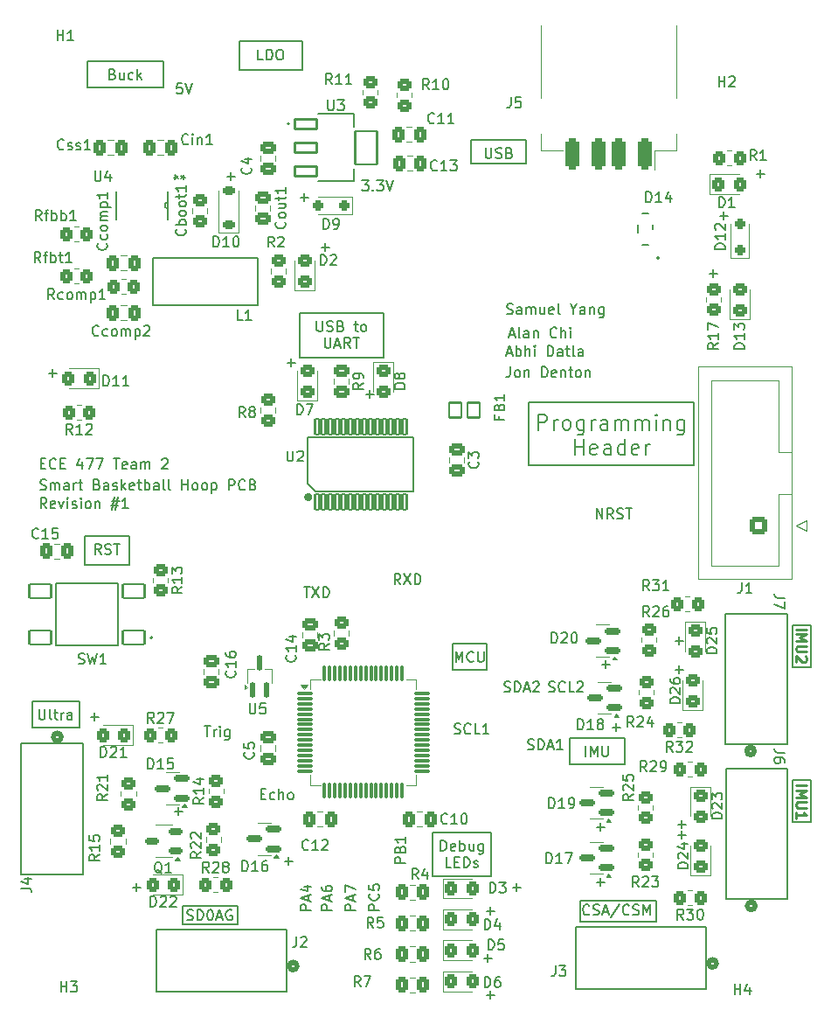
<source format=gto>
%TF.GenerationSoftware,KiCad,Pcbnew,8.0.5*%
%TF.CreationDate,2024-10-22T12:33:32-04:00*%
%TF.ProjectId,PCB_Schematic,5043425f-5363-4686-956d-617469632e6b,rev?*%
%TF.SameCoordinates,Original*%
%TF.FileFunction,Legend,Top*%
%TF.FilePolarity,Positive*%
%FSLAX46Y46*%
G04 Gerber Fmt 4.6, Leading zero omitted, Abs format (unit mm)*
G04 Created by KiCad (PCBNEW 8.0.5) date 2024-10-22 12:33:32*
%MOMM*%
%LPD*%
G01*
G04 APERTURE LIST*
G04 Aperture macros list*
%AMRoundRect*
0 Rectangle with rounded corners*
0 $1 Rounding radius*
0 $2 $3 $4 $5 $6 $7 $8 $9 X,Y pos of 4 corners*
0 Add a 4 corners polygon primitive as box body*
4,1,4,$2,$3,$4,$5,$6,$7,$8,$9,$2,$3,0*
0 Add four circle primitives for the rounded corners*
1,1,$1+$1,$2,$3*
1,1,$1+$1,$4,$5*
1,1,$1+$1,$6,$7*
1,1,$1+$1,$8,$9*
0 Add four rect primitives between the rounded corners*
20,1,$1+$1,$2,$3,$4,$5,0*
20,1,$1+$1,$4,$5,$6,$7,0*
20,1,$1+$1,$6,$7,$8,$9,0*
20,1,$1+$1,$8,$9,$2,$3,0*%
G04 Aperture macros list end*
%ADD10C,0.150000*%
%ADD11C,0.250000*%
%ADD12C,0.200000*%
%ADD13C,0.120000*%
%ADD14C,0.152400*%
%ADD15C,0.508000*%
%ADD16C,0.127000*%
%ADD17C,0.203200*%
%ADD18C,0.381000*%
%ADD19RoundRect,0.250000X0.350000X0.450000X-0.350000X0.450000X-0.350000X-0.450000X0.350000X-0.450000X0*%
%ADD20C,1.752600*%
%ADD21RoundRect,0.250000X0.337500X0.475000X-0.337500X0.475000X-0.337500X-0.475000X0.337500X-0.475000X0*%
%ADD22RoundRect,0.250000X-0.337500X-0.475000X0.337500X-0.475000X0.337500X0.475000X-0.337500X0.475000X0*%
%ADD23RoundRect,0.250000X-0.450000X0.350000X-0.450000X-0.350000X0.450000X-0.350000X0.450000X0.350000X0*%
%ADD24RoundRect,0.250000X0.250000X-0.250000X0.250000X0.250000X-0.250000X0.250000X-0.250000X-0.250000X0*%
%ADD25RoundRect,0.325000X0.325000X1.175000X-0.325000X1.175000X-0.325000X-1.175000X0.325000X-1.175000X0*%
%ADD26O,1.200000X2.900000*%
%ADD27RoundRect,0.250000X0.250000X0.250000X-0.250000X0.250000X-0.250000X-0.250000X0.250000X-0.250000X0*%
%ADD28RoundRect,0.150000X0.587500X0.150000X-0.587500X0.150000X-0.587500X-0.150000X0.587500X-0.150000X0*%
%ADD29RoundRect,0.250000X0.450000X-0.325000X0.450000X0.325000X-0.450000X0.325000X-0.450000X-0.325000X0*%
%ADD30RoundRect,0.250000X0.450000X-0.350000X0.450000X0.350000X-0.450000X0.350000X-0.450000X-0.350000X0*%
%ADD31RoundRect,0.225000X0.375000X-0.225000X0.375000X0.225000X-0.375000X0.225000X-0.375000X-0.225000X0*%
%ADD32R,1.168400X0.889000*%
%ADD33R,1.168400X0.482600*%
%ADD34RoundRect,0.250000X-0.475000X0.337500X-0.475000X-0.337500X0.475000X-0.337500X0.475000X0.337500X0*%
%ADD35RoundRect,0.250000X0.325000X0.450000X-0.325000X0.450000X-0.325000X-0.450000X0.325000X-0.450000X0*%
%ADD36R,4.165600X3.251200*%
%ADD37RoundRect,0.250000X-0.325000X-0.450000X0.325000X-0.450000X0.325000X0.450000X-0.325000X0.450000X0*%
%ADD38RoundRect,0.112500X-0.112500X-0.637500X0.112500X-0.637500X0.112500X0.637500X-0.112500X0.637500X0*%
%ADD39RoundRect,0.250000X0.600000X0.600000X-0.600000X0.600000X-0.600000X-0.600000X0.600000X-0.600000X0*%
%ADD40C,1.700000*%
%ADD41RoundRect,0.250000X0.475000X-0.337500X0.475000X0.337500X-0.475000X0.337500X-0.475000X-0.337500X0*%
%ADD42RoundRect,0.250000X-0.350000X-0.450000X0.350000X-0.450000X0.350000X0.450000X-0.350000X0.450000X0*%
%ADD43C,2.200000*%
%ADD44RoundRect,0.102000X-1.075000X-0.475000X1.075000X-0.475000X1.075000X0.475000X-1.075000X0.475000X0*%
%ADD45RoundRect,0.102000X-1.075000X-1.625000X1.075000X-1.625000X1.075000X1.625000X-1.075000X1.625000X0*%
%ADD46RoundRect,0.250000X-0.450000X0.325000X-0.450000X-0.325000X0.450000X-0.325000X0.450000X0.325000X0*%
%ADD47RoundRect,0.102000X1.050000X0.700000X-1.050000X0.700000X-1.050000X-0.700000X1.050000X-0.700000X0*%
%ADD48RoundRect,0.075000X-0.700000X-0.075000X0.700000X-0.075000X0.700000X0.075000X-0.700000X0.075000X0*%
%ADD49RoundRect,0.075000X-0.075000X-0.700000X0.075000X-0.700000X0.075000X0.700000X-0.075000X0.700000X0*%
%ADD50RoundRect,0.150000X0.512500X0.150000X-0.512500X0.150000X-0.512500X-0.150000X0.512500X-0.150000X0*%
%ADD51RoundRect,0.102000X-0.200000X-0.750000X0.200000X-0.750000X0.200000X0.750000X-0.200000X0.750000X0*%
%ADD52R,0.558800X1.981200*%
%ADD53RoundRect,0.102000X-0.570000X-0.735000X0.570000X-0.735000X0.570000X0.735000X-0.570000X0.735000X0*%
G04 APERTURE END LIST*
D10*
X165100000Y-109982000D02*
X166878000Y-109982000D01*
X165100000Y-109982000D01*
X165100000Y-90932000D02*
X165100000Y-94996000D01*
X165100000Y-90932000D01*
X144526000Y-117856000D02*
X144526000Y-119634000D01*
X144526000Y-117856000D01*
X166878000Y-105918000D02*
X166878000Y-108712000D01*
X166878000Y-105918000D01*
X144526000Y-119634000D02*
X144780000Y-119634000D01*
X144526000Y-119634000D01*
X106045000Y-118110000D02*
X106045000Y-118364000D01*
X106045000Y-118110000D01*
X144526000Y-117602000D02*
X144526000Y-117856000D01*
X144526000Y-117602000D01*
X151892000Y-117856000D02*
X151892000Y-119634000D01*
X151892000Y-117856000D01*
X165100000Y-105918000D02*
X166878000Y-105918000D01*
X165100000Y-105918000D01*
X144526000Y-117602000D02*
X151892000Y-117602000D01*
X144526000Y-117602000D01*
X106045000Y-119888000D02*
X111379000Y-119888000D01*
X106045000Y-119888000D01*
X165100000Y-94996000D02*
X166878000Y-94996000D01*
X165100000Y-94996000D01*
X111379000Y-118110000D02*
X111379000Y-118364000D01*
X111379000Y-118110000D01*
X166878000Y-90932000D02*
X166878000Y-94996000D01*
X166878000Y-90932000D01*
X106045000Y-118364000D02*
X106045000Y-119888000D01*
X106045000Y-118364000D01*
X165100000Y-90932000D02*
X166878000Y-90932000D01*
X165100000Y-90932000D01*
X106045000Y-118110000D02*
X111379000Y-118110000D01*
X106045000Y-118110000D01*
X166878000Y-108712000D02*
X166878000Y-109982000D01*
X166878000Y-108712000D01*
X111379000Y-118364000D02*
X111379000Y-119888000D01*
X111379000Y-118364000D01*
X144780000Y-119634000D02*
X151892000Y-119634000D01*
X144780000Y-119634000D01*
X165100000Y-105918000D02*
X165100000Y-109982000D01*
X165100000Y-105918000D01*
X151892000Y-117602000D02*
X151892000Y-117856000D01*
X151892000Y-117602000D01*
X146132779Y-110486866D02*
X146894684Y-110486866D01*
X146513731Y-110867819D02*
X146513731Y-110105914D01*
X137703160Y-62830104D02*
X138179350Y-62830104D01*
X137607922Y-63115819D02*
X137941255Y-62115819D01*
X137941255Y-62115819D02*
X138274588Y-63115819D01*
X138750779Y-63115819D02*
X138655541Y-63068200D01*
X138655541Y-63068200D02*
X138607922Y-62972961D01*
X138607922Y-62972961D02*
X138607922Y-62115819D01*
X139560303Y-63115819D02*
X139560303Y-62592009D01*
X139560303Y-62592009D02*
X139512684Y-62496771D01*
X139512684Y-62496771D02*
X139417446Y-62449152D01*
X139417446Y-62449152D02*
X139226970Y-62449152D01*
X139226970Y-62449152D02*
X139131732Y-62496771D01*
X139560303Y-63068200D02*
X139465065Y-63115819D01*
X139465065Y-63115819D02*
X139226970Y-63115819D01*
X139226970Y-63115819D02*
X139131732Y-63068200D01*
X139131732Y-63068200D02*
X139084113Y-62972961D01*
X139084113Y-62972961D02*
X139084113Y-62877723D01*
X139084113Y-62877723D02*
X139131732Y-62782485D01*
X139131732Y-62782485D02*
X139226970Y-62734866D01*
X139226970Y-62734866D02*
X139465065Y-62734866D01*
X139465065Y-62734866D02*
X139560303Y-62687247D01*
X140036494Y-62449152D02*
X140036494Y-63115819D01*
X140036494Y-62544390D02*
X140084113Y-62496771D01*
X140084113Y-62496771D02*
X140179351Y-62449152D01*
X140179351Y-62449152D02*
X140322208Y-62449152D01*
X140322208Y-62449152D02*
X140417446Y-62496771D01*
X140417446Y-62496771D02*
X140465065Y-62592009D01*
X140465065Y-62592009D02*
X140465065Y-63115819D01*
X142274589Y-63020580D02*
X142226970Y-63068200D01*
X142226970Y-63068200D02*
X142084113Y-63115819D01*
X142084113Y-63115819D02*
X141988875Y-63115819D01*
X141988875Y-63115819D02*
X141846018Y-63068200D01*
X141846018Y-63068200D02*
X141750780Y-62972961D01*
X141750780Y-62972961D02*
X141703161Y-62877723D01*
X141703161Y-62877723D02*
X141655542Y-62687247D01*
X141655542Y-62687247D02*
X141655542Y-62544390D01*
X141655542Y-62544390D02*
X141703161Y-62353914D01*
X141703161Y-62353914D02*
X141750780Y-62258676D01*
X141750780Y-62258676D02*
X141846018Y-62163438D01*
X141846018Y-62163438D02*
X141988875Y-62115819D01*
X141988875Y-62115819D02*
X142084113Y-62115819D01*
X142084113Y-62115819D02*
X142226970Y-62163438D01*
X142226970Y-62163438D02*
X142274589Y-62211057D01*
X142703161Y-63115819D02*
X142703161Y-62115819D01*
X143131732Y-63115819D02*
X143131732Y-62592009D01*
X143131732Y-62592009D02*
X143084113Y-62496771D01*
X143084113Y-62496771D02*
X142988875Y-62449152D01*
X142988875Y-62449152D02*
X142846018Y-62449152D01*
X142846018Y-62449152D02*
X142750780Y-62496771D01*
X142750780Y-62496771D02*
X142703161Y-62544390D01*
X143607923Y-63115819D02*
X143607923Y-62449152D01*
X143607923Y-62115819D02*
X143560304Y-62163438D01*
X143560304Y-62163438D02*
X143607923Y-62211057D01*
X143607923Y-62211057D02*
X143655542Y-62163438D01*
X143655542Y-62163438D02*
X143607923Y-62115819D01*
X143607923Y-62115819D02*
X143607923Y-62211057D01*
X145434207Y-118900580D02*
X145386588Y-118948200D01*
X145386588Y-118948200D02*
X145243731Y-118995819D01*
X145243731Y-118995819D02*
X145148493Y-118995819D01*
X145148493Y-118995819D02*
X145005636Y-118948200D01*
X145005636Y-118948200D02*
X144910398Y-118852961D01*
X144910398Y-118852961D02*
X144862779Y-118757723D01*
X144862779Y-118757723D02*
X144815160Y-118567247D01*
X144815160Y-118567247D02*
X144815160Y-118424390D01*
X144815160Y-118424390D02*
X144862779Y-118233914D01*
X144862779Y-118233914D02*
X144910398Y-118138676D01*
X144910398Y-118138676D02*
X145005636Y-118043438D01*
X145005636Y-118043438D02*
X145148493Y-117995819D01*
X145148493Y-117995819D02*
X145243731Y-117995819D01*
X145243731Y-117995819D02*
X145386588Y-118043438D01*
X145386588Y-118043438D02*
X145434207Y-118091057D01*
X145815160Y-118948200D02*
X145958017Y-118995819D01*
X145958017Y-118995819D02*
X146196112Y-118995819D01*
X146196112Y-118995819D02*
X146291350Y-118948200D01*
X146291350Y-118948200D02*
X146338969Y-118900580D01*
X146338969Y-118900580D02*
X146386588Y-118805342D01*
X146386588Y-118805342D02*
X146386588Y-118710104D01*
X146386588Y-118710104D02*
X146338969Y-118614866D01*
X146338969Y-118614866D02*
X146291350Y-118567247D01*
X146291350Y-118567247D02*
X146196112Y-118519628D01*
X146196112Y-118519628D02*
X146005636Y-118472009D01*
X146005636Y-118472009D02*
X145910398Y-118424390D01*
X145910398Y-118424390D02*
X145862779Y-118376771D01*
X145862779Y-118376771D02*
X145815160Y-118281533D01*
X145815160Y-118281533D02*
X145815160Y-118186295D01*
X145815160Y-118186295D02*
X145862779Y-118091057D01*
X145862779Y-118091057D02*
X145910398Y-118043438D01*
X145910398Y-118043438D02*
X146005636Y-117995819D01*
X146005636Y-117995819D02*
X146243731Y-117995819D01*
X146243731Y-117995819D02*
X146386588Y-118043438D01*
X146767541Y-118710104D02*
X147243731Y-118710104D01*
X146672303Y-118995819D02*
X147005636Y-117995819D01*
X147005636Y-117995819D02*
X147338969Y-118995819D01*
X148386588Y-117948200D02*
X147529446Y-119233914D01*
X149291350Y-118900580D02*
X149243731Y-118948200D01*
X149243731Y-118948200D02*
X149100874Y-118995819D01*
X149100874Y-118995819D02*
X149005636Y-118995819D01*
X149005636Y-118995819D02*
X148862779Y-118948200D01*
X148862779Y-118948200D02*
X148767541Y-118852961D01*
X148767541Y-118852961D02*
X148719922Y-118757723D01*
X148719922Y-118757723D02*
X148672303Y-118567247D01*
X148672303Y-118567247D02*
X148672303Y-118424390D01*
X148672303Y-118424390D02*
X148719922Y-118233914D01*
X148719922Y-118233914D02*
X148767541Y-118138676D01*
X148767541Y-118138676D02*
X148862779Y-118043438D01*
X148862779Y-118043438D02*
X149005636Y-117995819D01*
X149005636Y-117995819D02*
X149100874Y-117995819D01*
X149100874Y-117995819D02*
X149243731Y-118043438D01*
X149243731Y-118043438D02*
X149291350Y-118091057D01*
X149672303Y-118948200D02*
X149815160Y-118995819D01*
X149815160Y-118995819D02*
X150053255Y-118995819D01*
X150053255Y-118995819D02*
X150148493Y-118948200D01*
X150148493Y-118948200D02*
X150196112Y-118900580D01*
X150196112Y-118900580D02*
X150243731Y-118805342D01*
X150243731Y-118805342D02*
X150243731Y-118710104D01*
X150243731Y-118710104D02*
X150196112Y-118614866D01*
X150196112Y-118614866D02*
X150148493Y-118567247D01*
X150148493Y-118567247D02*
X150053255Y-118519628D01*
X150053255Y-118519628D02*
X149862779Y-118472009D01*
X149862779Y-118472009D02*
X149767541Y-118424390D01*
X149767541Y-118424390D02*
X149719922Y-118376771D01*
X149719922Y-118376771D02*
X149672303Y-118281533D01*
X149672303Y-118281533D02*
X149672303Y-118186295D01*
X149672303Y-118186295D02*
X149719922Y-118091057D01*
X149719922Y-118091057D02*
X149767541Y-118043438D01*
X149767541Y-118043438D02*
X149862779Y-117995819D01*
X149862779Y-117995819D02*
X150100874Y-117995819D01*
X150100874Y-117995819D02*
X150243731Y-118043438D01*
X150672303Y-118995819D02*
X150672303Y-117995819D01*
X150672303Y-117995819D02*
X151005636Y-118710104D01*
X151005636Y-118710104D02*
X151338969Y-117995819D01*
X151338969Y-117995819D02*
X151338969Y-118995819D01*
X154006779Y-110232866D02*
X154768684Y-110232866D01*
X154387731Y-110613819D02*
X154387731Y-109851914D01*
X127631819Y-113963220D02*
X126631819Y-113963220D01*
X126631819Y-113963220D02*
X126631819Y-113582268D01*
X126631819Y-113582268D02*
X126679438Y-113487030D01*
X126679438Y-113487030D02*
X126727057Y-113439411D01*
X126727057Y-113439411D02*
X126822295Y-113391792D01*
X126822295Y-113391792D02*
X126965152Y-113391792D01*
X126965152Y-113391792D02*
X127060390Y-113439411D01*
X127060390Y-113439411D02*
X127108009Y-113487030D01*
X127108009Y-113487030D02*
X127155628Y-113582268D01*
X127155628Y-113582268D02*
X127155628Y-113963220D01*
X127108009Y-112629887D02*
X127155628Y-112487030D01*
X127155628Y-112487030D02*
X127203247Y-112439411D01*
X127203247Y-112439411D02*
X127298485Y-112391792D01*
X127298485Y-112391792D02*
X127441342Y-112391792D01*
X127441342Y-112391792D02*
X127536580Y-112439411D01*
X127536580Y-112439411D02*
X127584200Y-112487030D01*
X127584200Y-112487030D02*
X127631819Y-112582268D01*
X127631819Y-112582268D02*
X127631819Y-112963220D01*
X127631819Y-112963220D02*
X126631819Y-112963220D01*
X126631819Y-112963220D02*
X126631819Y-112629887D01*
X126631819Y-112629887D02*
X126679438Y-112534649D01*
X126679438Y-112534649D02*
X126727057Y-112487030D01*
X126727057Y-112487030D02*
X126822295Y-112439411D01*
X126822295Y-112439411D02*
X126917533Y-112439411D01*
X126917533Y-112439411D02*
X127012771Y-112487030D01*
X127012771Y-112487030D02*
X127060390Y-112534649D01*
X127060390Y-112534649D02*
X127108009Y-112629887D01*
X127108009Y-112629887D02*
X127108009Y-112963220D01*
X127631819Y-111439411D02*
X127631819Y-112010839D01*
X127631819Y-111725125D02*
X126631819Y-111725125D01*
X126631819Y-111725125D02*
X126774676Y-111820363D01*
X126774676Y-111820363D02*
X126869914Y-111915601D01*
X126869914Y-111915601D02*
X126917533Y-112010839D01*
X116160779Y-65528866D02*
X116922684Y-65528866D01*
X116541731Y-65909819D02*
X116541731Y-65147914D01*
X113620779Y-107296009D02*
X113954112Y-107296009D01*
X114096969Y-107819819D02*
X113620779Y-107819819D01*
X113620779Y-107819819D02*
X113620779Y-106819819D01*
X113620779Y-106819819D02*
X114096969Y-106819819D01*
X114954112Y-107772200D02*
X114858874Y-107819819D01*
X114858874Y-107819819D02*
X114668398Y-107819819D01*
X114668398Y-107819819D02*
X114573160Y-107772200D01*
X114573160Y-107772200D02*
X114525541Y-107724580D01*
X114525541Y-107724580D02*
X114477922Y-107629342D01*
X114477922Y-107629342D02*
X114477922Y-107343628D01*
X114477922Y-107343628D02*
X114525541Y-107248390D01*
X114525541Y-107248390D02*
X114573160Y-107200771D01*
X114573160Y-107200771D02*
X114668398Y-107153152D01*
X114668398Y-107153152D02*
X114858874Y-107153152D01*
X114858874Y-107153152D02*
X114954112Y-107200771D01*
X115382684Y-107819819D02*
X115382684Y-106819819D01*
X115811255Y-107819819D02*
X115811255Y-107296009D01*
X115811255Y-107296009D02*
X115763636Y-107200771D01*
X115763636Y-107200771D02*
X115668398Y-107153152D01*
X115668398Y-107153152D02*
X115525541Y-107153152D01*
X115525541Y-107153152D02*
X115430303Y-107200771D01*
X115430303Y-107200771D02*
X115382684Y-107248390D01*
X116430303Y-107819819D02*
X116335065Y-107772200D01*
X116335065Y-107772200D02*
X116287446Y-107724580D01*
X116287446Y-107724580D02*
X116239827Y-107629342D01*
X116239827Y-107629342D02*
X116239827Y-107343628D01*
X116239827Y-107343628D02*
X116287446Y-107248390D01*
X116287446Y-107248390D02*
X116335065Y-107200771D01*
X116335065Y-107200771D02*
X116430303Y-107153152D01*
X116430303Y-107153152D02*
X116573160Y-107153152D01*
X116573160Y-107153152D02*
X116668398Y-107200771D01*
X116668398Y-107200771D02*
X116716017Y-107248390D01*
X116716017Y-107248390D02*
X116763636Y-107343628D01*
X116763636Y-107343628D02*
X116763636Y-107629342D01*
X116763636Y-107629342D02*
X116716017Y-107724580D01*
X116716017Y-107724580D02*
X116668398Y-107772200D01*
X116668398Y-107772200D02*
X116573160Y-107819819D01*
X116573160Y-107819819D02*
X116430303Y-107819819D01*
X106461160Y-119456200D02*
X106604017Y-119503819D01*
X106604017Y-119503819D02*
X106842112Y-119503819D01*
X106842112Y-119503819D02*
X106937350Y-119456200D01*
X106937350Y-119456200D02*
X106984969Y-119408580D01*
X106984969Y-119408580D02*
X107032588Y-119313342D01*
X107032588Y-119313342D02*
X107032588Y-119218104D01*
X107032588Y-119218104D02*
X106984969Y-119122866D01*
X106984969Y-119122866D02*
X106937350Y-119075247D01*
X106937350Y-119075247D02*
X106842112Y-119027628D01*
X106842112Y-119027628D02*
X106651636Y-118980009D01*
X106651636Y-118980009D02*
X106556398Y-118932390D01*
X106556398Y-118932390D02*
X106508779Y-118884771D01*
X106508779Y-118884771D02*
X106461160Y-118789533D01*
X106461160Y-118789533D02*
X106461160Y-118694295D01*
X106461160Y-118694295D02*
X106508779Y-118599057D01*
X106508779Y-118599057D02*
X106556398Y-118551438D01*
X106556398Y-118551438D02*
X106651636Y-118503819D01*
X106651636Y-118503819D02*
X106889731Y-118503819D01*
X106889731Y-118503819D02*
X107032588Y-118551438D01*
X107461160Y-119503819D02*
X107461160Y-118503819D01*
X107461160Y-118503819D02*
X107699255Y-118503819D01*
X107699255Y-118503819D02*
X107842112Y-118551438D01*
X107842112Y-118551438D02*
X107937350Y-118646676D01*
X107937350Y-118646676D02*
X107984969Y-118741914D01*
X107984969Y-118741914D02*
X108032588Y-118932390D01*
X108032588Y-118932390D02*
X108032588Y-119075247D01*
X108032588Y-119075247D02*
X107984969Y-119265723D01*
X107984969Y-119265723D02*
X107937350Y-119360961D01*
X107937350Y-119360961D02*
X107842112Y-119456200D01*
X107842112Y-119456200D02*
X107699255Y-119503819D01*
X107699255Y-119503819D02*
X107461160Y-119503819D01*
X108651636Y-118503819D02*
X108746874Y-118503819D01*
X108746874Y-118503819D02*
X108842112Y-118551438D01*
X108842112Y-118551438D02*
X108889731Y-118599057D01*
X108889731Y-118599057D02*
X108937350Y-118694295D01*
X108937350Y-118694295D02*
X108984969Y-118884771D01*
X108984969Y-118884771D02*
X108984969Y-119122866D01*
X108984969Y-119122866D02*
X108937350Y-119313342D01*
X108937350Y-119313342D02*
X108889731Y-119408580D01*
X108889731Y-119408580D02*
X108842112Y-119456200D01*
X108842112Y-119456200D02*
X108746874Y-119503819D01*
X108746874Y-119503819D02*
X108651636Y-119503819D01*
X108651636Y-119503819D02*
X108556398Y-119456200D01*
X108556398Y-119456200D02*
X108508779Y-119408580D01*
X108508779Y-119408580D02*
X108461160Y-119313342D01*
X108461160Y-119313342D02*
X108413541Y-119122866D01*
X108413541Y-119122866D02*
X108413541Y-118884771D01*
X108413541Y-118884771D02*
X108461160Y-118694295D01*
X108461160Y-118694295D02*
X108508779Y-118599057D01*
X108508779Y-118599057D02*
X108556398Y-118551438D01*
X108556398Y-118551438D02*
X108651636Y-118503819D01*
X109365922Y-119218104D02*
X109842112Y-119218104D01*
X109270684Y-119503819D02*
X109604017Y-118503819D01*
X109604017Y-118503819D02*
X109937350Y-119503819D01*
X110794493Y-118551438D02*
X110699255Y-118503819D01*
X110699255Y-118503819D02*
X110556398Y-118503819D01*
X110556398Y-118503819D02*
X110413541Y-118551438D01*
X110413541Y-118551438D02*
X110318303Y-118646676D01*
X110318303Y-118646676D02*
X110270684Y-118741914D01*
X110270684Y-118741914D02*
X110223065Y-118932390D01*
X110223065Y-118932390D02*
X110223065Y-119075247D01*
X110223065Y-119075247D02*
X110270684Y-119265723D01*
X110270684Y-119265723D02*
X110318303Y-119360961D01*
X110318303Y-119360961D02*
X110413541Y-119456200D01*
X110413541Y-119456200D02*
X110556398Y-119503819D01*
X110556398Y-119503819D02*
X110651636Y-119503819D01*
X110651636Y-119503819D02*
X110794493Y-119456200D01*
X110794493Y-119456200D02*
X110842112Y-119408580D01*
X110842112Y-119408580D02*
X110842112Y-119075247D01*
X110842112Y-119075247D02*
X110651636Y-119075247D01*
X137449160Y-60782200D02*
X137592017Y-60829819D01*
X137592017Y-60829819D02*
X137830112Y-60829819D01*
X137830112Y-60829819D02*
X137925350Y-60782200D01*
X137925350Y-60782200D02*
X137972969Y-60734580D01*
X137972969Y-60734580D02*
X138020588Y-60639342D01*
X138020588Y-60639342D02*
X138020588Y-60544104D01*
X138020588Y-60544104D02*
X137972969Y-60448866D01*
X137972969Y-60448866D02*
X137925350Y-60401247D01*
X137925350Y-60401247D02*
X137830112Y-60353628D01*
X137830112Y-60353628D02*
X137639636Y-60306009D01*
X137639636Y-60306009D02*
X137544398Y-60258390D01*
X137544398Y-60258390D02*
X137496779Y-60210771D01*
X137496779Y-60210771D02*
X137449160Y-60115533D01*
X137449160Y-60115533D02*
X137449160Y-60020295D01*
X137449160Y-60020295D02*
X137496779Y-59925057D01*
X137496779Y-59925057D02*
X137544398Y-59877438D01*
X137544398Y-59877438D02*
X137639636Y-59829819D01*
X137639636Y-59829819D02*
X137877731Y-59829819D01*
X137877731Y-59829819D02*
X138020588Y-59877438D01*
X138877731Y-60829819D02*
X138877731Y-60306009D01*
X138877731Y-60306009D02*
X138830112Y-60210771D01*
X138830112Y-60210771D02*
X138734874Y-60163152D01*
X138734874Y-60163152D02*
X138544398Y-60163152D01*
X138544398Y-60163152D02*
X138449160Y-60210771D01*
X138877731Y-60782200D02*
X138782493Y-60829819D01*
X138782493Y-60829819D02*
X138544398Y-60829819D01*
X138544398Y-60829819D02*
X138449160Y-60782200D01*
X138449160Y-60782200D02*
X138401541Y-60686961D01*
X138401541Y-60686961D02*
X138401541Y-60591723D01*
X138401541Y-60591723D02*
X138449160Y-60496485D01*
X138449160Y-60496485D02*
X138544398Y-60448866D01*
X138544398Y-60448866D02*
X138782493Y-60448866D01*
X138782493Y-60448866D02*
X138877731Y-60401247D01*
X139353922Y-60829819D02*
X139353922Y-60163152D01*
X139353922Y-60258390D02*
X139401541Y-60210771D01*
X139401541Y-60210771D02*
X139496779Y-60163152D01*
X139496779Y-60163152D02*
X139639636Y-60163152D01*
X139639636Y-60163152D02*
X139734874Y-60210771D01*
X139734874Y-60210771D02*
X139782493Y-60306009D01*
X139782493Y-60306009D02*
X139782493Y-60829819D01*
X139782493Y-60306009D02*
X139830112Y-60210771D01*
X139830112Y-60210771D02*
X139925350Y-60163152D01*
X139925350Y-60163152D02*
X140068207Y-60163152D01*
X140068207Y-60163152D02*
X140163446Y-60210771D01*
X140163446Y-60210771D02*
X140211065Y-60306009D01*
X140211065Y-60306009D02*
X140211065Y-60829819D01*
X141115826Y-60163152D02*
X141115826Y-60829819D01*
X140687255Y-60163152D02*
X140687255Y-60686961D01*
X140687255Y-60686961D02*
X140734874Y-60782200D01*
X140734874Y-60782200D02*
X140830112Y-60829819D01*
X140830112Y-60829819D02*
X140972969Y-60829819D01*
X140972969Y-60829819D02*
X141068207Y-60782200D01*
X141068207Y-60782200D02*
X141115826Y-60734580D01*
X141972969Y-60782200D02*
X141877731Y-60829819D01*
X141877731Y-60829819D02*
X141687255Y-60829819D01*
X141687255Y-60829819D02*
X141592017Y-60782200D01*
X141592017Y-60782200D02*
X141544398Y-60686961D01*
X141544398Y-60686961D02*
X141544398Y-60306009D01*
X141544398Y-60306009D02*
X141592017Y-60210771D01*
X141592017Y-60210771D02*
X141687255Y-60163152D01*
X141687255Y-60163152D02*
X141877731Y-60163152D01*
X141877731Y-60163152D02*
X141972969Y-60210771D01*
X141972969Y-60210771D02*
X142020588Y-60306009D01*
X142020588Y-60306009D02*
X142020588Y-60401247D01*
X142020588Y-60401247D02*
X141544398Y-60496485D01*
X142592017Y-60829819D02*
X142496779Y-60782200D01*
X142496779Y-60782200D02*
X142449160Y-60686961D01*
X142449160Y-60686961D02*
X142449160Y-59829819D01*
X143925351Y-60353628D02*
X143925351Y-60829819D01*
X143592018Y-59829819D02*
X143925351Y-60353628D01*
X143925351Y-60353628D02*
X144258684Y-59829819D01*
X145020589Y-60829819D02*
X145020589Y-60306009D01*
X145020589Y-60306009D02*
X144972970Y-60210771D01*
X144972970Y-60210771D02*
X144877732Y-60163152D01*
X144877732Y-60163152D02*
X144687256Y-60163152D01*
X144687256Y-60163152D02*
X144592018Y-60210771D01*
X145020589Y-60782200D02*
X144925351Y-60829819D01*
X144925351Y-60829819D02*
X144687256Y-60829819D01*
X144687256Y-60829819D02*
X144592018Y-60782200D01*
X144592018Y-60782200D02*
X144544399Y-60686961D01*
X144544399Y-60686961D02*
X144544399Y-60591723D01*
X144544399Y-60591723D02*
X144592018Y-60496485D01*
X144592018Y-60496485D02*
X144687256Y-60448866D01*
X144687256Y-60448866D02*
X144925351Y-60448866D01*
X144925351Y-60448866D02*
X145020589Y-60401247D01*
X145496780Y-60163152D02*
X145496780Y-60829819D01*
X145496780Y-60258390D02*
X145544399Y-60210771D01*
X145544399Y-60210771D02*
X145639637Y-60163152D01*
X145639637Y-60163152D02*
X145782494Y-60163152D01*
X145782494Y-60163152D02*
X145877732Y-60210771D01*
X145877732Y-60210771D02*
X145925351Y-60306009D01*
X145925351Y-60306009D02*
X145925351Y-60829819D01*
X146830113Y-60163152D02*
X146830113Y-60972676D01*
X146830113Y-60972676D02*
X146782494Y-61067914D01*
X146782494Y-61067914D02*
X146734875Y-61115533D01*
X146734875Y-61115533D02*
X146639637Y-61163152D01*
X146639637Y-61163152D02*
X146496780Y-61163152D01*
X146496780Y-61163152D02*
X146401542Y-61115533D01*
X146830113Y-60782200D02*
X146734875Y-60829819D01*
X146734875Y-60829819D02*
X146544399Y-60829819D01*
X146544399Y-60829819D02*
X146449161Y-60782200D01*
X146449161Y-60782200D02*
X146401542Y-60734580D01*
X146401542Y-60734580D02*
X146353923Y-60639342D01*
X146353923Y-60639342D02*
X146353923Y-60353628D01*
X146353923Y-60353628D02*
X146401542Y-60258390D01*
X146401542Y-60258390D02*
X146449161Y-60210771D01*
X146449161Y-60210771D02*
X146544399Y-60163152D01*
X146544399Y-60163152D02*
X146734875Y-60163152D01*
X146734875Y-60163152D02*
X146830113Y-60210771D01*
X101174779Y-116328866D02*
X101936684Y-116328866D01*
X101555731Y-116709819D02*
X101555731Y-115947914D01*
X119462779Y-54352866D02*
X120224684Y-54352866D01*
X119843731Y-54733819D02*
X119843731Y-53971914D01*
X108143922Y-100723819D02*
X108715350Y-100723819D01*
X108429636Y-101723819D02*
X108429636Y-100723819D01*
X109048684Y-101723819D02*
X109048684Y-101057152D01*
X109048684Y-101247628D02*
X109096303Y-101152390D01*
X109096303Y-101152390D02*
X109143922Y-101104771D01*
X109143922Y-101104771D02*
X109239160Y-101057152D01*
X109239160Y-101057152D02*
X109334398Y-101057152D01*
X109667732Y-101723819D02*
X109667732Y-101057152D01*
X109667732Y-100723819D02*
X109620113Y-100771438D01*
X109620113Y-100771438D02*
X109667732Y-100819057D01*
X109667732Y-100819057D02*
X109715351Y-100771438D01*
X109715351Y-100771438D02*
X109667732Y-100723819D01*
X109667732Y-100723819D02*
X109667732Y-100819057D01*
X110572493Y-101057152D02*
X110572493Y-101866676D01*
X110572493Y-101866676D02*
X110524874Y-101961914D01*
X110524874Y-101961914D02*
X110477255Y-102009533D01*
X110477255Y-102009533D02*
X110382017Y-102057152D01*
X110382017Y-102057152D02*
X110239160Y-102057152D01*
X110239160Y-102057152D02*
X110143922Y-102009533D01*
X110572493Y-101676200D02*
X110477255Y-101723819D01*
X110477255Y-101723819D02*
X110286779Y-101723819D01*
X110286779Y-101723819D02*
X110191541Y-101676200D01*
X110191541Y-101676200D02*
X110143922Y-101628580D01*
X110143922Y-101628580D02*
X110096303Y-101533342D01*
X110096303Y-101533342D02*
X110096303Y-101247628D01*
X110096303Y-101247628D02*
X110143922Y-101152390D01*
X110143922Y-101152390D02*
X110191541Y-101104771D01*
X110191541Y-101104771D02*
X110286779Y-101057152D01*
X110286779Y-101057152D02*
X110477255Y-101057152D01*
X110477255Y-101057152D02*
X110572493Y-101104771D01*
D11*
X165489380Y-106447568D02*
X166489380Y-106447568D01*
X165489380Y-106923758D02*
X166489380Y-106923758D01*
X166489380Y-106923758D02*
X165775095Y-107257091D01*
X165775095Y-107257091D02*
X166489380Y-107590424D01*
X166489380Y-107590424D02*
X165489380Y-107590424D01*
X166489380Y-108066615D02*
X165679857Y-108066615D01*
X165679857Y-108066615D02*
X165584619Y-108114234D01*
X165584619Y-108114234D02*
X165537000Y-108161853D01*
X165537000Y-108161853D02*
X165489380Y-108257091D01*
X165489380Y-108257091D02*
X165489380Y-108447567D01*
X165489380Y-108447567D02*
X165537000Y-108542805D01*
X165537000Y-108542805D02*
X165584619Y-108590424D01*
X165584619Y-108590424D02*
X165679857Y-108638043D01*
X165679857Y-108638043D02*
X166489380Y-108638043D01*
X165489380Y-109638043D02*
X165489380Y-109066615D01*
X165489380Y-109352329D02*
X166489380Y-109352329D01*
X166489380Y-109352329D02*
X166346523Y-109257091D01*
X166346523Y-109257091D02*
X166251285Y-109161853D01*
X166251285Y-109161853D02*
X166203666Y-109066615D01*
D10*
X137782493Y-65925819D02*
X137782493Y-66640104D01*
X137782493Y-66640104D02*
X137734874Y-66782961D01*
X137734874Y-66782961D02*
X137639636Y-66878200D01*
X137639636Y-66878200D02*
X137496779Y-66925819D01*
X137496779Y-66925819D02*
X137401541Y-66925819D01*
X138401541Y-66925819D02*
X138306303Y-66878200D01*
X138306303Y-66878200D02*
X138258684Y-66830580D01*
X138258684Y-66830580D02*
X138211065Y-66735342D01*
X138211065Y-66735342D02*
X138211065Y-66449628D01*
X138211065Y-66449628D02*
X138258684Y-66354390D01*
X138258684Y-66354390D02*
X138306303Y-66306771D01*
X138306303Y-66306771D02*
X138401541Y-66259152D01*
X138401541Y-66259152D02*
X138544398Y-66259152D01*
X138544398Y-66259152D02*
X138639636Y-66306771D01*
X138639636Y-66306771D02*
X138687255Y-66354390D01*
X138687255Y-66354390D02*
X138734874Y-66449628D01*
X138734874Y-66449628D02*
X138734874Y-66735342D01*
X138734874Y-66735342D02*
X138687255Y-66830580D01*
X138687255Y-66830580D02*
X138639636Y-66878200D01*
X138639636Y-66878200D02*
X138544398Y-66925819D01*
X138544398Y-66925819D02*
X138401541Y-66925819D01*
X139163446Y-66259152D02*
X139163446Y-66925819D01*
X139163446Y-66354390D02*
X139211065Y-66306771D01*
X139211065Y-66306771D02*
X139306303Y-66259152D01*
X139306303Y-66259152D02*
X139449160Y-66259152D01*
X139449160Y-66259152D02*
X139544398Y-66306771D01*
X139544398Y-66306771D02*
X139592017Y-66402009D01*
X139592017Y-66402009D02*
X139592017Y-66925819D01*
X140830113Y-66925819D02*
X140830113Y-65925819D01*
X140830113Y-65925819D02*
X141068208Y-65925819D01*
X141068208Y-65925819D02*
X141211065Y-65973438D01*
X141211065Y-65973438D02*
X141306303Y-66068676D01*
X141306303Y-66068676D02*
X141353922Y-66163914D01*
X141353922Y-66163914D02*
X141401541Y-66354390D01*
X141401541Y-66354390D02*
X141401541Y-66497247D01*
X141401541Y-66497247D02*
X141353922Y-66687723D01*
X141353922Y-66687723D02*
X141306303Y-66782961D01*
X141306303Y-66782961D02*
X141211065Y-66878200D01*
X141211065Y-66878200D02*
X141068208Y-66925819D01*
X141068208Y-66925819D02*
X140830113Y-66925819D01*
X142211065Y-66878200D02*
X142115827Y-66925819D01*
X142115827Y-66925819D02*
X141925351Y-66925819D01*
X141925351Y-66925819D02*
X141830113Y-66878200D01*
X141830113Y-66878200D02*
X141782494Y-66782961D01*
X141782494Y-66782961D02*
X141782494Y-66402009D01*
X141782494Y-66402009D02*
X141830113Y-66306771D01*
X141830113Y-66306771D02*
X141925351Y-66259152D01*
X141925351Y-66259152D02*
X142115827Y-66259152D01*
X142115827Y-66259152D02*
X142211065Y-66306771D01*
X142211065Y-66306771D02*
X142258684Y-66402009D01*
X142258684Y-66402009D02*
X142258684Y-66497247D01*
X142258684Y-66497247D02*
X141782494Y-66592485D01*
X142687256Y-66259152D02*
X142687256Y-66925819D01*
X142687256Y-66354390D02*
X142734875Y-66306771D01*
X142734875Y-66306771D02*
X142830113Y-66259152D01*
X142830113Y-66259152D02*
X142972970Y-66259152D01*
X142972970Y-66259152D02*
X143068208Y-66306771D01*
X143068208Y-66306771D02*
X143115827Y-66402009D01*
X143115827Y-66402009D02*
X143115827Y-66925819D01*
X143449161Y-66259152D02*
X143830113Y-66259152D01*
X143592018Y-65925819D02*
X143592018Y-66782961D01*
X143592018Y-66782961D02*
X143639637Y-66878200D01*
X143639637Y-66878200D02*
X143734875Y-66925819D01*
X143734875Y-66925819D02*
X143830113Y-66925819D01*
X144306304Y-66925819D02*
X144211066Y-66878200D01*
X144211066Y-66878200D02*
X144163447Y-66830580D01*
X144163447Y-66830580D02*
X144115828Y-66735342D01*
X144115828Y-66735342D02*
X144115828Y-66449628D01*
X144115828Y-66449628D02*
X144163447Y-66354390D01*
X144163447Y-66354390D02*
X144211066Y-66306771D01*
X144211066Y-66306771D02*
X144306304Y-66259152D01*
X144306304Y-66259152D02*
X144449161Y-66259152D01*
X144449161Y-66259152D02*
X144544399Y-66306771D01*
X144544399Y-66306771D02*
X144592018Y-66354390D01*
X144592018Y-66354390D02*
X144639637Y-66449628D01*
X144639637Y-66449628D02*
X144639637Y-66735342D01*
X144639637Y-66735342D02*
X144592018Y-66830580D01*
X144592018Y-66830580D02*
X144544399Y-66878200D01*
X144544399Y-66878200D02*
X144449161Y-66925819D01*
X144449161Y-66925819D02*
X144306304Y-66925819D01*
X145068209Y-66259152D02*
X145068209Y-66925819D01*
X145068209Y-66354390D02*
X145115828Y-66306771D01*
X145115828Y-66306771D02*
X145211066Y-66259152D01*
X145211066Y-66259152D02*
X145353923Y-66259152D01*
X145353923Y-66259152D02*
X145449161Y-66306771D01*
X145449161Y-66306771D02*
X145496780Y-66402009D01*
X145496780Y-66402009D02*
X145496780Y-66925819D01*
X123780779Y-68576866D02*
X124542684Y-68576866D01*
X124161731Y-68957819D02*
X124161731Y-68195914D01*
X118487819Y-118535220D02*
X117487819Y-118535220D01*
X117487819Y-118535220D02*
X117487819Y-118154268D01*
X117487819Y-118154268D02*
X117535438Y-118059030D01*
X117535438Y-118059030D02*
X117583057Y-118011411D01*
X117583057Y-118011411D02*
X117678295Y-117963792D01*
X117678295Y-117963792D02*
X117821152Y-117963792D01*
X117821152Y-117963792D02*
X117916390Y-118011411D01*
X117916390Y-118011411D02*
X117964009Y-118059030D01*
X117964009Y-118059030D02*
X118011628Y-118154268D01*
X118011628Y-118154268D02*
X118011628Y-118535220D01*
X118202104Y-117582839D02*
X118202104Y-117106649D01*
X118487819Y-117678077D02*
X117487819Y-117344744D01*
X117487819Y-117344744D02*
X118487819Y-117011411D01*
X117821152Y-116249506D02*
X118487819Y-116249506D01*
X117440200Y-116487601D02*
X118154485Y-116725696D01*
X118154485Y-116725696D02*
X118154485Y-116106649D01*
D11*
X165489380Y-91334568D02*
X166489380Y-91334568D01*
X165489380Y-91810758D02*
X166489380Y-91810758D01*
X166489380Y-91810758D02*
X165775095Y-92144091D01*
X165775095Y-92144091D02*
X166489380Y-92477424D01*
X166489380Y-92477424D02*
X165489380Y-92477424D01*
X166489380Y-92953615D02*
X165679857Y-92953615D01*
X165679857Y-92953615D02*
X165584619Y-93001234D01*
X165584619Y-93001234D02*
X165537000Y-93048853D01*
X165537000Y-93048853D02*
X165489380Y-93144091D01*
X165489380Y-93144091D02*
X165489380Y-93334567D01*
X165489380Y-93334567D02*
X165537000Y-93429805D01*
X165537000Y-93429805D02*
X165584619Y-93477424D01*
X165584619Y-93477424D02*
X165679857Y-93525043D01*
X165679857Y-93525043D02*
X166489380Y-93525043D01*
X166394142Y-93953615D02*
X166441761Y-94001234D01*
X166441761Y-94001234D02*
X166489380Y-94096472D01*
X166489380Y-94096472D02*
X166489380Y-94334567D01*
X166489380Y-94334567D02*
X166441761Y-94429805D01*
X166441761Y-94429805D02*
X166394142Y-94477424D01*
X166394142Y-94477424D02*
X166298904Y-94525043D01*
X166298904Y-94525043D02*
X166203666Y-94525043D01*
X166203666Y-94525043D02*
X166060809Y-94477424D01*
X166060809Y-94477424D02*
X165489380Y-93905996D01*
X165489380Y-93905996D02*
X165489380Y-94525043D01*
D10*
X135464779Y-118614866D02*
X136226684Y-118614866D01*
X135845731Y-118995819D02*
X135845731Y-118233914D01*
X110318779Y-47494866D02*
X111080684Y-47494866D01*
X110699731Y-47875819D02*
X110699731Y-47113914D01*
X92284779Y-75292009D02*
X92618112Y-75292009D01*
X92760969Y-75815819D02*
X92284779Y-75815819D01*
X92284779Y-75815819D02*
X92284779Y-74815819D01*
X92284779Y-74815819D02*
X92760969Y-74815819D01*
X93760969Y-75720580D02*
X93713350Y-75768200D01*
X93713350Y-75768200D02*
X93570493Y-75815819D01*
X93570493Y-75815819D02*
X93475255Y-75815819D01*
X93475255Y-75815819D02*
X93332398Y-75768200D01*
X93332398Y-75768200D02*
X93237160Y-75672961D01*
X93237160Y-75672961D02*
X93189541Y-75577723D01*
X93189541Y-75577723D02*
X93141922Y-75387247D01*
X93141922Y-75387247D02*
X93141922Y-75244390D01*
X93141922Y-75244390D02*
X93189541Y-75053914D01*
X93189541Y-75053914D02*
X93237160Y-74958676D01*
X93237160Y-74958676D02*
X93332398Y-74863438D01*
X93332398Y-74863438D02*
X93475255Y-74815819D01*
X93475255Y-74815819D02*
X93570493Y-74815819D01*
X93570493Y-74815819D02*
X93713350Y-74863438D01*
X93713350Y-74863438D02*
X93760969Y-74911057D01*
X94189541Y-75292009D02*
X94522874Y-75292009D01*
X94665731Y-75815819D02*
X94189541Y-75815819D01*
X94189541Y-75815819D02*
X94189541Y-74815819D01*
X94189541Y-74815819D02*
X94665731Y-74815819D01*
X96284779Y-75149152D02*
X96284779Y-75815819D01*
X96046684Y-74768200D02*
X95808589Y-75482485D01*
X95808589Y-75482485D02*
X96427636Y-75482485D01*
X96713351Y-74815819D02*
X97380017Y-74815819D01*
X97380017Y-74815819D02*
X96951446Y-75815819D01*
X97665732Y-74815819D02*
X98332398Y-74815819D01*
X98332398Y-74815819D02*
X97903827Y-75815819D01*
X99332399Y-74815819D02*
X99903827Y-74815819D01*
X99618113Y-75815819D02*
X99618113Y-74815819D01*
X100618113Y-75768200D02*
X100522875Y-75815819D01*
X100522875Y-75815819D02*
X100332399Y-75815819D01*
X100332399Y-75815819D02*
X100237161Y-75768200D01*
X100237161Y-75768200D02*
X100189542Y-75672961D01*
X100189542Y-75672961D02*
X100189542Y-75292009D01*
X100189542Y-75292009D02*
X100237161Y-75196771D01*
X100237161Y-75196771D02*
X100332399Y-75149152D01*
X100332399Y-75149152D02*
X100522875Y-75149152D01*
X100522875Y-75149152D02*
X100618113Y-75196771D01*
X100618113Y-75196771D02*
X100665732Y-75292009D01*
X100665732Y-75292009D02*
X100665732Y-75387247D01*
X100665732Y-75387247D02*
X100189542Y-75482485D01*
X101522875Y-75815819D02*
X101522875Y-75292009D01*
X101522875Y-75292009D02*
X101475256Y-75196771D01*
X101475256Y-75196771D02*
X101380018Y-75149152D01*
X101380018Y-75149152D02*
X101189542Y-75149152D01*
X101189542Y-75149152D02*
X101094304Y-75196771D01*
X101522875Y-75768200D02*
X101427637Y-75815819D01*
X101427637Y-75815819D02*
X101189542Y-75815819D01*
X101189542Y-75815819D02*
X101094304Y-75768200D01*
X101094304Y-75768200D02*
X101046685Y-75672961D01*
X101046685Y-75672961D02*
X101046685Y-75577723D01*
X101046685Y-75577723D02*
X101094304Y-75482485D01*
X101094304Y-75482485D02*
X101189542Y-75434866D01*
X101189542Y-75434866D02*
X101427637Y-75434866D01*
X101427637Y-75434866D02*
X101522875Y-75387247D01*
X101999066Y-75815819D02*
X101999066Y-75149152D01*
X101999066Y-75244390D02*
X102046685Y-75196771D01*
X102046685Y-75196771D02*
X102141923Y-75149152D01*
X102141923Y-75149152D02*
X102284780Y-75149152D01*
X102284780Y-75149152D02*
X102380018Y-75196771D01*
X102380018Y-75196771D02*
X102427637Y-75292009D01*
X102427637Y-75292009D02*
X102427637Y-75815819D01*
X102427637Y-75292009D02*
X102475256Y-75196771D01*
X102475256Y-75196771D02*
X102570494Y-75149152D01*
X102570494Y-75149152D02*
X102713351Y-75149152D01*
X102713351Y-75149152D02*
X102808590Y-75196771D01*
X102808590Y-75196771D02*
X102856209Y-75292009D01*
X102856209Y-75292009D02*
X102856209Y-75815819D01*
X104046685Y-74911057D02*
X104094304Y-74863438D01*
X104094304Y-74863438D02*
X104189542Y-74815819D01*
X104189542Y-74815819D02*
X104427637Y-74815819D01*
X104427637Y-74815819D02*
X104522875Y-74863438D01*
X104522875Y-74863438D02*
X104570494Y-74911057D01*
X104570494Y-74911057D02*
X104618113Y-75006295D01*
X104618113Y-75006295D02*
X104618113Y-75101533D01*
X104618113Y-75101533D02*
X104570494Y-75244390D01*
X104570494Y-75244390D02*
X103999066Y-75815819D01*
X103999066Y-75815819D02*
X104618113Y-75815819D01*
X127146207Y-86991819D02*
X126812874Y-86515628D01*
X126574779Y-86991819D02*
X126574779Y-85991819D01*
X126574779Y-85991819D02*
X126955731Y-85991819D01*
X126955731Y-85991819D02*
X127050969Y-86039438D01*
X127050969Y-86039438D02*
X127098588Y-86087057D01*
X127098588Y-86087057D02*
X127146207Y-86182295D01*
X127146207Y-86182295D02*
X127146207Y-86325152D01*
X127146207Y-86325152D02*
X127098588Y-86420390D01*
X127098588Y-86420390D02*
X127050969Y-86468009D01*
X127050969Y-86468009D02*
X126955731Y-86515628D01*
X126955731Y-86515628D02*
X126574779Y-86515628D01*
X127479541Y-85991819D02*
X128146207Y-86991819D01*
X128146207Y-85991819D02*
X127479541Y-86991819D01*
X128527160Y-86991819D02*
X128527160Y-85991819D01*
X128527160Y-85991819D02*
X128765255Y-85991819D01*
X128765255Y-85991819D02*
X128908112Y-86039438D01*
X128908112Y-86039438D02*
X129003350Y-86134676D01*
X129003350Y-86134676D02*
X129050969Y-86229914D01*
X129050969Y-86229914D02*
X129098588Y-86420390D01*
X129098588Y-86420390D02*
X129098588Y-86563247D01*
X129098588Y-86563247D02*
X129050969Y-86753723D01*
X129050969Y-86753723D02*
X129003350Y-86848961D01*
X129003350Y-86848961D02*
X128908112Y-86944200D01*
X128908112Y-86944200D02*
X128765255Y-86991819D01*
X128765255Y-86991819D02*
X128527160Y-86991819D01*
X117795922Y-87261819D02*
X118367350Y-87261819D01*
X118081636Y-88261819D02*
X118081636Y-87261819D01*
X118605446Y-87261819D02*
X119272112Y-88261819D01*
X119272112Y-87261819D02*
X118605446Y-88261819D01*
X119653065Y-88261819D02*
X119653065Y-87261819D01*
X119653065Y-87261819D02*
X119891160Y-87261819D01*
X119891160Y-87261819D02*
X120034017Y-87309438D01*
X120034017Y-87309438D02*
X120129255Y-87404676D01*
X120129255Y-87404676D02*
X120176874Y-87499914D01*
X120176874Y-87499914D02*
X120224493Y-87690390D01*
X120224493Y-87690390D02*
X120224493Y-87833247D01*
X120224493Y-87833247D02*
X120176874Y-88023723D01*
X120176874Y-88023723D02*
X120129255Y-88118961D01*
X120129255Y-88118961D02*
X120034017Y-88214200D01*
X120034017Y-88214200D02*
X119891160Y-88261819D01*
X119891160Y-88261819D02*
X119653065Y-88261819D01*
X154006779Y-111248866D02*
X154768684Y-111248866D01*
X154387731Y-111629819D02*
X154387731Y-110867914D01*
X120519819Y-118535220D02*
X119519819Y-118535220D01*
X119519819Y-118535220D02*
X119519819Y-118154268D01*
X119519819Y-118154268D02*
X119567438Y-118059030D01*
X119567438Y-118059030D02*
X119615057Y-118011411D01*
X119615057Y-118011411D02*
X119710295Y-117963792D01*
X119710295Y-117963792D02*
X119853152Y-117963792D01*
X119853152Y-117963792D02*
X119948390Y-118011411D01*
X119948390Y-118011411D02*
X119996009Y-118059030D01*
X119996009Y-118059030D02*
X120043628Y-118154268D01*
X120043628Y-118154268D02*
X120043628Y-118535220D01*
X120234104Y-117582839D02*
X120234104Y-117106649D01*
X120519819Y-117678077D02*
X119519819Y-117344744D01*
X119519819Y-117344744D02*
X120519819Y-117011411D01*
X119519819Y-116249506D02*
X119519819Y-116439982D01*
X119519819Y-116439982D02*
X119567438Y-116535220D01*
X119567438Y-116535220D02*
X119615057Y-116582839D01*
X119615057Y-116582839D02*
X119757914Y-116678077D01*
X119757914Y-116678077D02*
X119948390Y-116725696D01*
X119948390Y-116725696D02*
X120329342Y-116725696D01*
X120329342Y-116725696D02*
X120424580Y-116678077D01*
X120424580Y-116678077D02*
X120472200Y-116630458D01*
X120472200Y-116630458D02*
X120519819Y-116535220D01*
X120519819Y-116535220D02*
X120519819Y-116344744D01*
X120519819Y-116344744D02*
X120472200Y-116249506D01*
X120472200Y-116249506D02*
X120424580Y-116201887D01*
X120424580Y-116201887D02*
X120329342Y-116154268D01*
X120329342Y-116154268D02*
X120091247Y-116154268D01*
X120091247Y-116154268D02*
X119996009Y-116201887D01*
X119996009Y-116201887D02*
X119948390Y-116249506D01*
X119948390Y-116249506D02*
X119900771Y-116344744D01*
X119900771Y-116344744D02*
X119900771Y-116535220D01*
X119900771Y-116535220D02*
X119948390Y-116630458D01*
X119948390Y-116630458D02*
X119996009Y-116678077D01*
X119996009Y-116678077D02*
X120091247Y-116725696D01*
X92856207Y-79625819D02*
X92522874Y-79149628D01*
X92284779Y-79625819D02*
X92284779Y-78625819D01*
X92284779Y-78625819D02*
X92665731Y-78625819D01*
X92665731Y-78625819D02*
X92760969Y-78673438D01*
X92760969Y-78673438D02*
X92808588Y-78721057D01*
X92808588Y-78721057D02*
X92856207Y-78816295D01*
X92856207Y-78816295D02*
X92856207Y-78959152D01*
X92856207Y-78959152D02*
X92808588Y-79054390D01*
X92808588Y-79054390D02*
X92760969Y-79102009D01*
X92760969Y-79102009D02*
X92665731Y-79149628D01*
X92665731Y-79149628D02*
X92284779Y-79149628D01*
X93665731Y-79578200D02*
X93570493Y-79625819D01*
X93570493Y-79625819D02*
X93380017Y-79625819D01*
X93380017Y-79625819D02*
X93284779Y-79578200D01*
X93284779Y-79578200D02*
X93237160Y-79482961D01*
X93237160Y-79482961D02*
X93237160Y-79102009D01*
X93237160Y-79102009D02*
X93284779Y-79006771D01*
X93284779Y-79006771D02*
X93380017Y-78959152D01*
X93380017Y-78959152D02*
X93570493Y-78959152D01*
X93570493Y-78959152D02*
X93665731Y-79006771D01*
X93665731Y-79006771D02*
X93713350Y-79102009D01*
X93713350Y-79102009D02*
X93713350Y-79197247D01*
X93713350Y-79197247D02*
X93237160Y-79292485D01*
X94046684Y-78959152D02*
X94284779Y-79625819D01*
X94284779Y-79625819D02*
X94522874Y-78959152D01*
X94903827Y-79625819D02*
X94903827Y-78959152D01*
X94903827Y-78625819D02*
X94856208Y-78673438D01*
X94856208Y-78673438D02*
X94903827Y-78721057D01*
X94903827Y-78721057D02*
X94951446Y-78673438D01*
X94951446Y-78673438D02*
X94903827Y-78625819D01*
X94903827Y-78625819D02*
X94903827Y-78721057D01*
X95332398Y-79578200D02*
X95427636Y-79625819D01*
X95427636Y-79625819D02*
X95618112Y-79625819D01*
X95618112Y-79625819D02*
X95713350Y-79578200D01*
X95713350Y-79578200D02*
X95760969Y-79482961D01*
X95760969Y-79482961D02*
X95760969Y-79435342D01*
X95760969Y-79435342D02*
X95713350Y-79340104D01*
X95713350Y-79340104D02*
X95618112Y-79292485D01*
X95618112Y-79292485D02*
X95475255Y-79292485D01*
X95475255Y-79292485D02*
X95380017Y-79244866D01*
X95380017Y-79244866D02*
X95332398Y-79149628D01*
X95332398Y-79149628D02*
X95332398Y-79102009D01*
X95332398Y-79102009D02*
X95380017Y-79006771D01*
X95380017Y-79006771D02*
X95475255Y-78959152D01*
X95475255Y-78959152D02*
X95618112Y-78959152D01*
X95618112Y-78959152D02*
X95713350Y-79006771D01*
X96189541Y-79625819D02*
X96189541Y-78959152D01*
X96189541Y-78625819D02*
X96141922Y-78673438D01*
X96141922Y-78673438D02*
X96189541Y-78721057D01*
X96189541Y-78721057D02*
X96237160Y-78673438D01*
X96237160Y-78673438D02*
X96189541Y-78625819D01*
X96189541Y-78625819D02*
X96189541Y-78721057D01*
X96808588Y-79625819D02*
X96713350Y-79578200D01*
X96713350Y-79578200D02*
X96665731Y-79530580D01*
X96665731Y-79530580D02*
X96618112Y-79435342D01*
X96618112Y-79435342D02*
X96618112Y-79149628D01*
X96618112Y-79149628D02*
X96665731Y-79054390D01*
X96665731Y-79054390D02*
X96713350Y-79006771D01*
X96713350Y-79006771D02*
X96808588Y-78959152D01*
X96808588Y-78959152D02*
X96951445Y-78959152D01*
X96951445Y-78959152D02*
X97046683Y-79006771D01*
X97046683Y-79006771D02*
X97094302Y-79054390D01*
X97094302Y-79054390D02*
X97141921Y-79149628D01*
X97141921Y-79149628D02*
X97141921Y-79435342D01*
X97141921Y-79435342D02*
X97094302Y-79530580D01*
X97094302Y-79530580D02*
X97046683Y-79578200D01*
X97046683Y-79578200D02*
X96951445Y-79625819D01*
X96951445Y-79625819D02*
X96808588Y-79625819D01*
X97570493Y-78959152D02*
X97570493Y-79625819D01*
X97570493Y-79054390D02*
X97618112Y-79006771D01*
X97618112Y-79006771D02*
X97713350Y-78959152D01*
X97713350Y-78959152D02*
X97856207Y-78959152D01*
X97856207Y-78959152D02*
X97951445Y-79006771D01*
X97951445Y-79006771D02*
X97999064Y-79102009D01*
X97999064Y-79102009D02*
X97999064Y-79625819D01*
X99189541Y-78959152D02*
X99903826Y-78959152D01*
X99475255Y-78530580D02*
X99189541Y-79816295D01*
X99808588Y-79387723D02*
X99094303Y-79387723D01*
X99522874Y-79816295D02*
X99808588Y-78530580D01*
X100760969Y-79625819D02*
X100189541Y-79625819D01*
X100475255Y-79625819D02*
X100475255Y-78625819D01*
X100475255Y-78625819D02*
X100380017Y-78768676D01*
X100380017Y-78768676D02*
X100284779Y-78863914D01*
X100284779Y-78863914D02*
X100189541Y-78911533D01*
X105238779Y-108962866D02*
X106000684Y-108962866D01*
X105619731Y-109343819D02*
X105619731Y-108581914D01*
X115906779Y-113788866D02*
X116668684Y-113788866D01*
X116287731Y-114169819D02*
X116287731Y-113407914D01*
X135210779Y-123186866D02*
X135972684Y-123186866D01*
X135591731Y-123567819D02*
X135591731Y-122805914D01*
X146132779Y-115820866D02*
X146894684Y-115820866D01*
X146513731Y-116201819D02*
X146513731Y-115439914D01*
X125091819Y-118535220D02*
X124091819Y-118535220D01*
X124091819Y-118535220D02*
X124091819Y-118154268D01*
X124091819Y-118154268D02*
X124139438Y-118059030D01*
X124139438Y-118059030D02*
X124187057Y-118011411D01*
X124187057Y-118011411D02*
X124282295Y-117963792D01*
X124282295Y-117963792D02*
X124425152Y-117963792D01*
X124425152Y-117963792D02*
X124520390Y-118011411D01*
X124520390Y-118011411D02*
X124568009Y-118059030D01*
X124568009Y-118059030D02*
X124615628Y-118154268D01*
X124615628Y-118154268D02*
X124615628Y-118535220D01*
X124996580Y-116963792D02*
X125044200Y-117011411D01*
X125044200Y-117011411D02*
X125091819Y-117154268D01*
X125091819Y-117154268D02*
X125091819Y-117249506D01*
X125091819Y-117249506D02*
X125044200Y-117392363D01*
X125044200Y-117392363D02*
X124948961Y-117487601D01*
X124948961Y-117487601D02*
X124853723Y-117535220D01*
X124853723Y-117535220D02*
X124663247Y-117582839D01*
X124663247Y-117582839D02*
X124520390Y-117582839D01*
X124520390Y-117582839D02*
X124329914Y-117535220D01*
X124329914Y-117535220D02*
X124234676Y-117487601D01*
X124234676Y-117487601D02*
X124139438Y-117392363D01*
X124139438Y-117392363D02*
X124091819Y-117249506D01*
X124091819Y-117249506D02*
X124091819Y-117154268D01*
X124091819Y-117154268D02*
X124139438Y-117011411D01*
X124139438Y-117011411D02*
X124187057Y-116963792D01*
X124091819Y-116059030D02*
X124091819Y-116535220D01*
X124091819Y-116535220D02*
X124568009Y-116582839D01*
X124568009Y-116582839D02*
X124520390Y-116535220D01*
X124520390Y-116535220D02*
X124472771Y-116439982D01*
X124472771Y-116439982D02*
X124472771Y-116201887D01*
X124472771Y-116201887D02*
X124520390Y-116106649D01*
X124520390Y-116106649D02*
X124568009Y-116059030D01*
X124568009Y-116059030D02*
X124663247Y-116011411D01*
X124663247Y-116011411D02*
X124901342Y-116011411D01*
X124901342Y-116011411D02*
X124996580Y-116059030D01*
X124996580Y-116059030D02*
X125044200Y-116106649D01*
X125044200Y-116106649D02*
X125091819Y-116201887D01*
X125091819Y-116201887D02*
X125091819Y-116439982D01*
X125091819Y-116439982D02*
X125044200Y-116535220D01*
X125044200Y-116535220D02*
X124996580Y-116582839D01*
X153752779Y-92452866D02*
X154514684Y-92452866D01*
X154133731Y-92833819D02*
X154133731Y-92071914D01*
X92237160Y-77800200D02*
X92380017Y-77847819D01*
X92380017Y-77847819D02*
X92618112Y-77847819D01*
X92618112Y-77847819D02*
X92713350Y-77800200D01*
X92713350Y-77800200D02*
X92760969Y-77752580D01*
X92760969Y-77752580D02*
X92808588Y-77657342D01*
X92808588Y-77657342D02*
X92808588Y-77562104D01*
X92808588Y-77562104D02*
X92760969Y-77466866D01*
X92760969Y-77466866D02*
X92713350Y-77419247D01*
X92713350Y-77419247D02*
X92618112Y-77371628D01*
X92618112Y-77371628D02*
X92427636Y-77324009D01*
X92427636Y-77324009D02*
X92332398Y-77276390D01*
X92332398Y-77276390D02*
X92284779Y-77228771D01*
X92284779Y-77228771D02*
X92237160Y-77133533D01*
X92237160Y-77133533D02*
X92237160Y-77038295D01*
X92237160Y-77038295D02*
X92284779Y-76943057D01*
X92284779Y-76943057D02*
X92332398Y-76895438D01*
X92332398Y-76895438D02*
X92427636Y-76847819D01*
X92427636Y-76847819D02*
X92665731Y-76847819D01*
X92665731Y-76847819D02*
X92808588Y-76895438D01*
X93237160Y-77847819D02*
X93237160Y-77181152D01*
X93237160Y-77276390D02*
X93284779Y-77228771D01*
X93284779Y-77228771D02*
X93380017Y-77181152D01*
X93380017Y-77181152D02*
X93522874Y-77181152D01*
X93522874Y-77181152D02*
X93618112Y-77228771D01*
X93618112Y-77228771D02*
X93665731Y-77324009D01*
X93665731Y-77324009D02*
X93665731Y-77847819D01*
X93665731Y-77324009D02*
X93713350Y-77228771D01*
X93713350Y-77228771D02*
X93808588Y-77181152D01*
X93808588Y-77181152D02*
X93951445Y-77181152D01*
X93951445Y-77181152D02*
X94046684Y-77228771D01*
X94046684Y-77228771D02*
X94094303Y-77324009D01*
X94094303Y-77324009D02*
X94094303Y-77847819D01*
X94999064Y-77847819D02*
X94999064Y-77324009D01*
X94999064Y-77324009D02*
X94951445Y-77228771D01*
X94951445Y-77228771D02*
X94856207Y-77181152D01*
X94856207Y-77181152D02*
X94665731Y-77181152D01*
X94665731Y-77181152D02*
X94570493Y-77228771D01*
X94999064Y-77800200D02*
X94903826Y-77847819D01*
X94903826Y-77847819D02*
X94665731Y-77847819D01*
X94665731Y-77847819D02*
X94570493Y-77800200D01*
X94570493Y-77800200D02*
X94522874Y-77704961D01*
X94522874Y-77704961D02*
X94522874Y-77609723D01*
X94522874Y-77609723D02*
X94570493Y-77514485D01*
X94570493Y-77514485D02*
X94665731Y-77466866D01*
X94665731Y-77466866D02*
X94903826Y-77466866D01*
X94903826Y-77466866D02*
X94999064Y-77419247D01*
X95475255Y-77847819D02*
X95475255Y-77181152D01*
X95475255Y-77371628D02*
X95522874Y-77276390D01*
X95522874Y-77276390D02*
X95570493Y-77228771D01*
X95570493Y-77228771D02*
X95665731Y-77181152D01*
X95665731Y-77181152D02*
X95760969Y-77181152D01*
X95951446Y-77181152D02*
X96332398Y-77181152D01*
X96094303Y-76847819D02*
X96094303Y-77704961D01*
X96094303Y-77704961D02*
X96141922Y-77800200D01*
X96141922Y-77800200D02*
X96237160Y-77847819D01*
X96237160Y-77847819D02*
X96332398Y-77847819D01*
X97760970Y-77324009D02*
X97903827Y-77371628D01*
X97903827Y-77371628D02*
X97951446Y-77419247D01*
X97951446Y-77419247D02*
X97999065Y-77514485D01*
X97999065Y-77514485D02*
X97999065Y-77657342D01*
X97999065Y-77657342D02*
X97951446Y-77752580D01*
X97951446Y-77752580D02*
X97903827Y-77800200D01*
X97903827Y-77800200D02*
X97808589Y-77847819D01*
X97808589Y-77847819D02*
X97427637Y-77847819D01*
X97427637Y-77847819D02*
X97427637Y-76847819D01*
X97427637Y-76847819D02*
X97760970Y-76847819D01*
X97760970Y-76847819D02*
X97856208Y-76895438D01*
X97856208Y-76895438D02*
X97903827Y-76943057D01*
X97903827Y-76943057D02*
X97951446Y-77038295D01*
X97951446Y-77038295D02*
X97951446Y-77133533D01*
X97951446Y-77133533D02*
X97903827Y-77228771D01*
X97903827Y-77228771D02*
X97856208Y-77276390D01*
X97856208Y-77276390D02*
X97760970Y-77324009D01*
X97760970Y-77324009D02*
X97427637Y-77324009D01*
X98856208Y-77847819D02*
X98856208Y-77324009D01*
X98856208Y-77324009D02*
X98808589Y-77228771D01*
X98808589Y-77228771D02*
X98713351Y-77181152D01*
X98713351Y-77181152D02*
X98522875Y-77181152D01*
X98522875Y-77181152D02*
X98427637Y-77228771D01*
X98856208Y-77800200D02*
X98760970Y-77847819D01*
X98760970Y-77847819D02*
X98522875Y-77847819D01*
X98522875Y-77847819D02*
X98427637Y-77800200D01*
X98427637Y-77800200D02*
X98380018Y-77704961D01*
X98380018Y-77704961D02*
X98380018Y-77609723D01*
X98380018Y-77609723D02*
X98427637Y-77514485D01*
X98427637Y-77514485D02*
X98522875Y-77466866D01*
X98522875Y-77466866D02*
X98760970Y-77466866D01*
X98760970Y-77466866D02*
X98856208Y-77419247D01*
X99284780Y-77800200D02*
X99380018Y-77847819D01*
X99380018Y-77847819D02*
X99570494Y-77847819D01*
X99570494Y-77847819D02*
X99665732Y-77800200D01*
X99665732Y-77800200D02*
X99713351Y-77704961D01*
X99713351Y-77704961D02*
X99713351Y-77657342D01*
X99713351Y-77657342D02*
X99665732Y-77562104D01*
X99665732Y-77562104D02*
X99570494Y-77514485D01*
X99570494Y-77514485D02*
X99427637Y-77514485D01*
X99427637Y-77514485D02*
X99332399Y-77466866D01*
X99332399Y-77466866D02*
X99284780Y-77371628D01*
X99284780Y-77371628D02*
X99284780Y-77324009D01*
X99284780Y-77324009D02*
X99332399Y-77228771D01*
X99332399Y-77228771D02*
X99427637Y-77181152D01*
X99427637Y-77181152D02*
X99570494Y-77181152D01*
X99570494Y-77181152D02*
X99665732Y-77228771D01*
X100141923Y-77847819D02*
X100141923Y-76847819D01*
X100237161Y-77466866D02*
X100522875Y-77847819D01*
X100522875Y-77181152D02*
X100141923Y-77562104D01*
X101332399Y-77800200D02*
X101237161Y-77847819D01*
X101237161Y-77847819D02*
X101046685Y-77847819D01*
X101046685Y-77847819D02*
X100951447Y-77800200D01*
X100951447Y-77800200D02*
X100903828Y-77704961D01*
X100903828Y-77704961D02*
X100903828Y-77324009D01*
X100903828Y-77324009D02*
X100951447Y-77228771D01*
X100951447Y-77228771D02*
X101046685Y-77181152D01*
X101046685Y-77181152D02*
X101237161Y-77181152D01*
X101237161Y-77181152D02*
X101332399Y-77228771D01*
X101332399Y-77228771D02*
X101380018Y-77324009D01*
X101380018Y-77324009D02*
X101380018Y-77419247D01*
X101380018Y-77419247D02*
X100903828Y-77514485D01*
X101665733Y-77181152D02*
X102046685Y-77181152D01*
X101808590Y-76847819D02*
X101808590Y-77704961D01*
X101808590Y-77704961D02*
X101856209Y-77800200D01*
X101856209Y-77800200D02*
X101951447Y-77847819D01*
X101951447Y-77847819D02*
X102046685Y-77847819D01*
X102380019Y-77847819D02*
X102380019Y-76847819D01*
X102380019Y-77228771D02*
X102475257Y-77181152D01*
X102475257Y-77181152D02*
X102665733Y-77181152D01*
X102665733Y-77181152D02*
X102760971Y-77228771D01*
X102760971Y-77228771D02*
X102808590Y-77276390D01*
X102808590Y-77276390D02*
X102856209Y-77371628D01*
X102856209Y-77371628D02*
X102856209Y-77657342D01*
X102856209Y-77657342D02*
X102808590Y-77752580D01*
X102808590Y-77752580D02*
X102760971Y-77800200D01*
X102760971Y-77800200D02*
X102665733Y-77847819D01*
X102665733Y-77847819D02*
X102475257Y-77847819D01*
X102475257Y-77847819D02*
X102380019Y-77800200D01*
X103713352Y-77847819D02*
X103713352Y-77324009D01*
X103713352Y-77324009D02*
X103665733Y-77228771D01*
X103665733Y-77228771D02*
X103570495Y-77181152D01*
X103570495Y-77181152D02*
X103380019Y-77181152D01*
X103380019Y-77181152D02*
X103284781Y-77228771D01*
X103713352Y-77800200D02*
X103618114Y-77847819D01*
X103618114Y-77847819D02*
X103380019Y-77847819D01*
X103380019Y-77847819D02*
X103284781Y-77800200D01*
X103284781Y-77800200D02*
X103237162Y-77704961D01*
X103237162Y-77704961D02*
X103237162Y-77609723D01*
X103237162Y-77609723D02*
X103284781Y-77514485D01*
X103284781Y-77514485D02*
X103380019Y-77466866D01*
X103380019Y-77466866D02*
X103618114Y-77466866D01*
X103618114Y-77466866D02*
X103713352Y-77419247D01*
X104332400Y-77847819D02*
X104237162Y-77800200D01*
X104237162Y-77800200D02*
X104189543Y-77704961D01*
X104189543Y-77704961D02*
X104189543Y-76847819D01*
X104856210Y-77847819D02*
X104760972Y-77800200D01*
X104760972Y-77800200D02*
X104713353Y-77704961D01*
X104713353Y-77704961D02*
X104713353Y-76847819D01*
X105999068Y-77847819D02*
X105999068Y-76847819D01*
X105999068Y-77324009D02*
X106570496Y-77324009D01*
X106570496Y-77847819D02*
X106570496Y-76847819D01*
X107189544Y-77847819D02*
X107094306Y-77800200D01*
X107094306Y-77800200D02*
X107046687Y-77752580D01*
X107046687Y-77752580D02*
X106999068Y-77657342D01*
X106999068Y-77657342D02*
X106999068Y-77371628D01*
X106999068Y-77371628D02*
X107046687Y-77276390D01*
X107046687Y-77276390D02*
X107094306Y-77228771D01*
X107094306Y-77228771D02*
X107189544Y-77181152D01*
X107189544Y-77181152D02*
X107332401Y-77181152D01*
X107332401Y-77181152D02*
X107427639Y-77228771D01*
X107427639Y-77228771D02*
X107475258Y-77276390D01*
X107475258Y-77276390D02*
X107522877Y-77371628D01*
X107522877Y-77371628D02*
X107522877Y-77657342D01*
X107522877Y-77657342D02*
X107475258Y-77752580D01*
X107475258Y-77752580D02*
X107427639Y-77800200D01*
X107427639Y-77800200D02*
X107332401Y-77847819D01*
X107332401Y-77847819D02*
X107189544Y-77847819D01*
X108094306Y-77847819D02*
X107999068Y-77800200D01*
X107999068Y-77800200D02*
X107951449Y-77752580D01*
X107951449Y-77752580D02*
X107903830Y-77657342D01*
X107903830Y-77657342D02*
X107903830Y-77371628D01*
X107903830Y-77371628D02*
X107951449Y-77276390D01*
X107951449Y-77276390D02*
X107999068Y-77228771D01*
X107999068Y-77228771D02*
X108094306Y-77181152D01*
X108094306Y-77181152D02*
X108237163Y-77181152D01*
X108237163Y-77181152D02*
X108332401Y-77228771D01*
X108332401Y-77228771D02*
X108380020Y-77276390D01*
X108380020Y-77276390D02*
X108427639Y-77371628D01*
X108427639Y-77371628D02*
X108427639Y-77657342D01*
X108427639Y-77657342D02*
X108380020Y-77752580D01*
X108380020Y-77752580D02*
X108332401Y-77800200D01*
X108332401Y-77800200D02*
X108237163Y-77847819D01*
X108237163Y-77847819D02*
X108094306Y-77847819D01*
X108856211Y-77181152D02*
X108856211Y-78181152D01*
X108856211Y-77228771D02*
X108951449Y-77181152D01*
X108951449Y-77181152D02*
X109141925Y-77181152D01*
X109141925Y-77181152D02*
X109237163Y-77228771D01*
X109237163Y-77228771D02*
X109284782Y-77276390D01*
X109284782Y-77276390D02*
X109332401Y-77371628D01*
X109332401Y-77371628D02*
X109332401Y-77657342D01*
X109332401Y-77657342D02*
X109284782Y-77752580D01*
X109284782Y-77752580D02*
X109237163Y-77800200D01*
X109237163Y-77800200D02*
X109141925Y-77847819D01*
X109141925Y-77847819D02*
X108951449Y-77847819D01*
X108951449Y-77847819D02*
X108856211Y-77800200D01*
X110522878Y-77847819D02*
X110522878Y-76847819D01*
X110522878Y-76847819D02*
X110903830Y-76847819D01*
X110903830Y-76847819D02*
X110999068Y-76895438D01*
X110999068Y-76895438D02*
X111046687Y-76943057D01*
X111046687Y-76943057D02*
X111094306Y-77038295D01*
X111094306Y-77038295D02*
X111094306Y-77181152D01*
X111094306Y-77181152D02*
X111046687Y-77276390D01*
X111046687Y-77276390D02*
X110999068Y-77324009D01*
X110999068Y-77324009D02*
X110903830Y-77371628D01*
X110903830Y-77371628D02*
X110522878Y-77371628D01*
X112094306Y-77752580D02*
X112046687Y-77800200D01*
X112046687Y-77800200D02*
X111903830Y-77847819D01*
X111903830Y-77847819D02*
X111808592Y-77847819D01*
X111808592Y-77847819D02*
X111665735Y-77800200D01*
X111665735Y-77800200D02*
X111570497Y-77704961D01*
X111570497Y-77704961D02*
X111522878Y-77609723D01*
X111522878Y-77609723D02*
X111475259Y-77419247D01*
X111475259Y-77419247D02*
X111475259Y-77276390D01*
X111475259Y-77276390D02*
X111522878Y-77085914D01*
X111522878Y-77085914D02*
X111570497Y-76990676D01*
X111570497Y-76990676D02*
X111665735Y-76895438D01*
X111665735Y-76895438D02*
X111808592Y-76847819D01*
X111808592Y-76847819D02*
X111903830Y-76847819D01*
X111903830Y-76847819D02*
X112046687Y-76895438D01*
X112046687Y-76895438D02*
X112094306Y-76943057D01*
X112856211Y-77324009D02*
X112999068Y-77371628D01*
X112999068Y-77371628D02*
X113046687Y-77419247D01*
X113046687Y-77419247D02*
X113094306Y-77514485D01*
X113094306Y-77514485D02*
X113094306Y-77657342D01*
X113094306Y-77657342D02*
X113046687Y-77752580D01*
X113046687Y-77752580D02*
X112999068Y-77800200D01*
X112999068Y-77800200D02*
X112903830Y-77847819D01*
X112903830Y-77847819D02*
X112522878Y-77847819D01*
X112522878Y-77847819D02*
X112522878Y-76847819D01*
X112522878Y-76847819D02*
X112856211Y-76847819D01*
X112856211Y-76847819D02*
X112951449Y-76895438D01*
X112951449Y-76895438D02*
X112999068Y-76943057D01*
X112999068Y-76943057D02*
X113046687Y-77038295D01*
X113046687Y-77038295D02*
X113046687Y-77133533D01*
X113046687Y-77133533D02*
X112999068Y-77228771D01*
X112999068Y-77228771D02*
X112951449Y-77276390D01*
X112951449Y-77276390D02*
X112856211Y-77324009D01*
X112856211Y-77324009D02*
X112522878Y-77324009D01*
X137195160Y-97358200D02*
X137338017Y-97405819D01*
X137338017Y-97405819D02*
X137576112Y-97405819D01*
X137576112Y-97405819D02*
X137671350Y-97358200D01*
X137671350Y-97358200D02*
X137718969Y-97310580D01*
X137718969Y-97310580D02*
X137766588Y-97215342D01*
X137766588Y-97215342D02*
X137766588Y-97120104D01*
X137766588Y-97120104D02*
X137718969Y-97024866D01*
X137718969Y-97024866D02*
X137671350Y-96977247D01*
X137671350Y-96977247D02*
X137576112Y-96929628D01*
X137576112Y-96929628D02*
X137385636Y-96882009D01*
X137385636Y-96882009D02*
X137290398Y-96834390D01*
X137290398Y-96834390D02*
X137242779Y-96786771D01*
X137242779Y-96786771D02*
X137195160Y-96691533D01*
X137195160Y-96691533D02*
X137195160Y-96596295D01*
X137195160Y-96596295D02*
X137242779Y-96501057D01*
X137242779Y-96501057D02*
X137290398Y-96453438D01*
X137290398Y-96453438D02*
X137385636Y-96405819D01*
X137385636Y-96405819D02*
X137623731Y-96405819D01*
X137623731Y-96405819D02*
X137766588Y-96453438D01*
X138195160Y-97405819D02*
X138195160Y-96405819D01*
X138195160Y-96405819D02*
X138433255Y-96405819D01*
X138433255Y-96405819D02*
X138576112Y-96453438D01*
X138576112Y-96453438D02*
X138671350Y-96548676D01*
X138671350Y-96548676D02*
X138718969Y-96643914D01*
X138718969Y-96643914D02*
X138766588Y-96834390D01*
X138766588Y-96834390D02*
X138766588Y-96977247D01*
X138766588Y-96977247D02*
X138718969Y-97167723D01*
X138718969Y-97167723D02*
X138671350Y-97262961D01*
X138671350Y-97262961D02*
X138576112Y-97358200D01*
X138576112Y-97358200D02*
X138433255Y-97405819D01*
X138433255Y-97405819D02*
X138195160Y-97405819D01*
X139147541Y-97120104D02*
X139623731Y-97120104D01*
X139052303Y-97405819D02*
X139385636Y-96405819D01*
X139385636Y-96405819D02*
X139718969Y-97405819D01*
X140004684Y-96501057D02*
X140052303Y-96453438D01*
X140052303Y-96453438D02*
X140147541Y-96405819D01*
X140147541Y-96405819D02*
X140385636Y-96405819D01*
X140385636Y-96405819D02*
X140480874Y-96453438D01*
X140480874Y-96453438D02*
X140528493Y-96501057D01*
X140528493Y-96501057D02*
X140576112Y-96596295D01*
X140576112Y-96596295D02*
X140576112Y-96691533D01*
X140576112Y-96691533D02*
X140528493Y-96834390D01*
X140528493Y-96834390D02*
X139957065Y-97405819D01*
X139957065Y-97405819D02*
X140576112Y-97405819D01*
X117430779Y-49526866D02*
X118192684Y-49526866D01*
X117811731Y-49907819D02*
X117811731Y-49145914D01*
X158070779Y-51304866D02*
X158832684Y-51304866D01*
X158451731Y-51685819D02*
X158451731Y-50923914D01*
X122805819Y-118535220D02*
X121805819Y-118535220D01*
X121805819Y-118535220D02*
X121805819Y-118154268D01*
X121805819Y-118154268D02*
X121853438Y-118059030D01*
X121853438Y-118059030D02*
X121901057Y-118011411D01*
X121901057Y-118011411D02*
X121996295Y-117963792D01*
X121996295Y-117963792D02*
X122139152Y-117963792D01*
X122139152Y-117963792D02*
X122234390Y-118011411D01*
X122234390Y-118011411D02*
X122282009Y-118059030D01*
X122282009Y-118059030D02*
X122329628Y-118154268D01*
X122329628Y-118154268D02*
X122329628Y-118535220D01*
X122520104Y-117582839D02*
X122520104Y-117106649D01*
X122805819Y-117678077D02*
X121805819Y-117344744D01*
X121805819Y-117344744D02*
X122805819Y-117011411D01*
X121805819Y-116773315D02*
X121805819Y-116106649D01*
X121805819Y-116106649D02*
X122805819Y-116535220D01*
X137449160Y-64608104D02*
X137925350Y-64608104D01*
X137353922Y-64893819D02*
X137687255Y-63893819D01*
X137687255Y-63893819D02*
X138020588Y-64893819D01*
X138353922Y-64893819D02*
X138353922Y-63893819D01*
X138353922Y-64274771D02*
X138449160Y-64227152D01*
X138449160Y-64227152D02*
X138639636Y-64227152D01*
X138639636Y-64227152D02*
X138734874Y-64274771D01*
X138734874Y-64274771D02*
X138782493Y-64322390D01*
X138782493Y-64322390D02*
X138830112Y-64417628D01*
X138830112Y-64417628D02*
X138830112Y-64703342D01*
X138830112Y-64703342D02*
X138782493Y-64798580D01*
X138782493Y-64798580D02*
X138734874Y-64846200D01*
X138734874Y-64846200D02*
X138639636Y-64893819D01*
X138639636Y-64893819D02*
X138449160Y-64893819D01*
X138449160Y-64893819D02*
X138353922Y-64846200D01*
X139258684Y-64893819D02*
X139258684Y-63893819D01*
X139687255Y-64893819D02*
X139687255Y-64370009D01*
X139687255Y-64370009D02*
X139639636Y-64274771D01*
X139639636Y-64274771D02*
X139544398Y-64227152D01*
X139544398Y-64227152D02*
X139401541Y-64227152D01*
X139401541Y-64227152D02*
X139306303Y-64274771D01*
X139306303Y-64274771D02*
X139258684Y-64322390D01*
X140163446Y-64893819D02*
X140163446Y-64227152D01*
X140163446Y-63893819D02*
X140115827Y-63941438D01*
X140115827Y-63941438D02*
X140163446Y-63989057D01*
X140163446Y-63989057D02*
X140211065Y-63941438D01*
X140211065Y-63941438D02*
X140163446Y-63893819D01*
X140163446Y-63893819D02*
X140163446Y-63989057D01*
X141401541Y-64893819D02*
X141401541Y-63893819D01*
X141401541Y-63893819D02*
X141639636Y-63893819D01*
X141639636Y-63893819D02*
X141782493Y-63941438D01*
X141782493Y-63941438D02*
X141877731Y-64036676D01*
X141877731Y-64036676D02*
X141925350Y-64131914D01*
X141925350Y-64131914D02*
X141972969Y-64322390D01*
X141972969Y-64322390D02*
X141972969Y-64465247D01*
X141972969Y-64465247D02*
X141925350Y-64655723D01*
X141925350Y-64655723D02*
X141877731Y-64750961D01*
X141877731Y-64750961D02*
X141782493Y-64846200D01*
X141782493Y-64846200D02*
X141639636Y-64893819D01*
X141639636Y-64893819D02*
X141401541Y-64893819D01*
X142830112Y-64893819D02*
X142830112Y-64370009D01*
X142830112Y-64370009D02*
X142782493Y-64274771D01*
X142782493Y-64274771D02*
X142687255Y-64227152D01*
X142687255Y-64227152D02*
X142496779Y-64227152D01*
X142496779Y-64227152D02*
X142401541Y-64274771D01*
X142830112Y-64846200D02*
X142734874Y-64893819D01*
X142734874Y-64893819D02*
X142496779Y-64893819D01*
X142496779Y-64893819D02*
X142401541Y-64846200D01*
X142401541Y-64846200D02*
X142353922Y-64750961D01*
X142353922Y-64750961D02*
X142353922Y-64655723D01*
X142353922Y-64655723D02*
X142401541Y-64560485D01*
X142401541Y-64560485D02*
X142496779Y-64512866D01*
X142496779Y-64512866D02*
X142734874Y-64512866D01*
X142734874Y-64512866D02*
X142830112Y-64465247D01*
X143163446Y-64227152D02*
X143544398Y-64227152D01*
X143306303Y-63893819D02*
X143306303Y-64750961D01*
X143306303Y-64750961D02*
X143353922Y-64846200D01*
X143353922Y-64846200D02*
X143449160Y-64893819D01*
X143449160Y-64893819D02*
X143544398Y-64893819D01*
X144020589Y-64893819D02*
X143925351Y-64846200D01*
X143925351Y-64846200D02*
X143877732Y-64750961D01*
X143877732Y-64750961D02*
X143877732Y-63893819D01*
X144830113Y-64893819D02*
X144830113Y-64370009D01*
X144830113Y-64370009D02*
X144782494Y-64274771D01*
X144782494Y-64274771D02*
X144687256Y-64227152D01*
X144687256Y-64227152D02*
X144496780Y-64227152D01*
X144496780Y-64227152D02*
X144401542Y-64274771D01*
X144830113Y-64846200D02*
X144734875Y-64893819D01*
X144734875Y-64893819D02*
X144496780Y-64893819D01*
X144496780Y-64893819D02*
X144401542Y-64846200D01*
X144401542Y-64846200D02*
X144353923Y-64750961D01*
X144353923Y-64750961D02*
X144353923Y-64655723D01*
X144353923Y-64655723D02*
X144401542Y-64560485D01*
X144401542Y-64560485D02*
X144496780Y-64512866D01*
X144496780Y-64512866D02*
X144734875Y-64512866D01*
X144734875Y-64512866D02*
X144830113Y-64465247D01*
X139481160Y-102946200D02*
X139624017Y-102993819D01*
X139624017Y-102993819D02*
X139862112Y-102993819D01*
X139862112Y-102993819D02*
X139957350Y-102946200D01*
X139957350Y-102946200D02*
X140004969Y-102898580D01*
X140004969Y-102898580D02*
X140052588Y-102803342D01*
X140052588Y-102803342D02*
X140052588Y-102708104D01*
X140052588Y-102708104D02*
X140004969Y-102612866D01*
X140004969Y-102612866D02*
X139957350Y-102565247D01*
X139957350Y-102565247D02*
X139862112Y-102517628D01*
X139862112Y-102517628D02*
X139671636Y-102470009D01*
X139671636Y-102470009D02*
X139576398Y-102422390D01*
X139576398Y-102422390D02*
X139528779Y-102374771D01*
X139528779Y-102374771D02*
X139481160Y-102279533D01*
X139481160Y-102279533D02*
X139481160Y-102184295D01*
X139481160Y-102184295D02*
X139528779Y-102089057D01*
X139528779Y-102089057D02*
X139576398Y-102041438D01*
X139576398Y-102041438D02*
X139671636Y-101993819D01*
X139671636Y-101993819D02*
X139909731Y-101993819D01*
X139909731Y-101993819D02*
X140052588Y-102041438D01*
X140481160Y-102993819D02*
X140481160Y-101993819D01*
X140481160Y-101993819D02*
X140719255Y-101993819D01*
X140719255Y-101993819D02*
X140862112Y-102041438D01*
X140862112Y-102041438D02*
X140957350Y-102136676D01*
X140957350Y-102136676D02*
X141004969Y-102231914D01*
X141004969Y-102231914D02*
X141052588Y-102422390D01*
X141052588Y-102422390D02*
X141052588Y-102565247D01*
X141052588Y-102565247D02*
X141004969Y-102755723D01*
X141004969Y-102755723D02*
X140957350Y-102850961D01*
X140957350Y-102850961D02*
X140862112Y-102946200D01*
X140862112Y-102946200D02*
X140719255Y-102993819D01*
X140719255Y-102993819D02*
X140481160Y-102993819D01*
X141433541Y-102708104D02*
X141909731Y-102708104D01*
X141338303Y-102993819D02*
X141671636Y-101993819D01*
X141671636Y-101993819D02*
X142004969Y-102993819D01*
X142862112Y-102993819D02*
X142290684Y-102993819D01*
X142576398Y-102993819D02*
X142576398Y-101993819D01*
X142576398Y-101993819D02*
X142481160Y-102136676D01*
X142481160Y-102136676D02*
X142385922Y-102231914D01*
X142385922Y-102231914D02*
X142290684Y-102279533D01*
X161626779Y-47240866D02*
X162388684Y-47240866D01*
X162007731Y-47621819D02*
X162007731Y-46859914D01*
X138004779Y-116328866D02*
X138766684Y-116328866D01*
X138385731Y-116709819D02*
X138385731Y-115947914D01*
X146132779Y-80641819D02*
X146132779Y-79641819D01*
X146132779Y-79641819D02*
X146704207Y-80641819D01*
X146704207Y-80641819D02*
X146704207Y-79641819D01*
X147751826Y-80641819D02*
X147418493Y-80165628D01*
X147180398Y-80641819D02*
X147180398Y-79641819D01*
X147180398Y-79641819D02*
X147561350Y-79641819D01*
X147561350Y-79641819D02*
X147656588Y-79689438D01*
X147656588Y-79689438D02*
X147704207Y-79737057D01*
X147704207Y-79737057D02*
X147751826Y-79832295D01*
X147751826Y-79832295D02*
X147751826Y-79975152D01*
X147751826Y-79975152D02*
X147704207Y-80070390D01*
X147704207Y-80070390D02*
X147656588Y-80118009D01*
X147656588Y-80118009D02*
X147561350Y-80165628D01*
X147561350Y-80165628D02*
X147180398Y-80165628D01*
X148132779Y-80594200D02*
X148275636Y-80641819D01*
X148275636Y-80641819D02*
X148513731Y-80641819D01*
X148513731Y-80641819D02*
X148608969Y-80594200D01*
X148608969Y-80594200D02*
X148656588Y-80546580D01*
X148656588Y-80546580D02*
X148704207Y-80451342D01*
X148704207Y-80451342D02*
X148704207Y-80356104D01*
X148704207Y-80356104D02*
X148656588Y-80260866D01*
X148656588Y-80260866D02*
X148608969Y-80213247D01*
X148608969Y-80213247D02*
X148513731Y-80165628D01*
X148513731Y-80165628D02*
X148323255Y-80118009D01*
X148323255Y-80118009D02*
X148228017Y-80070390D01*
X148228017Y-80070390D02*
X148180398Y-80022771D01*
X148180398Y-80022771D02*
X148132779Y-79927533D01*
X148132779Y-79927533D02*
X148132779Y-79832295D01*
X148132779Y-79832295D02*
X148180398Y-79737057D01*
X148180398Y-79737057D02*
X148228017Y-79689438D01*
X148228017Y-79689438D02*
X148323255Y-79641819D01*
X148323255Y-79641819D02*
X148561350Y-79641819D01*
X148561350Y-79641819D02*
X148704207Y-79689438D01*
X148989922Y-79641819D02*
X149561350Y-79641819D01*
X149275636Y-80641819D02*
X149275636Y-79641819D01*
X123431541Y-47891819D02*
X124050588Y-47891819D01*
X124050588Y-47891819D02*
X123717255Y-48272771D01*
X123717255Y-48272771D02*
X123860112Y-48272771D01*
X123860112Y-48272771D02*
X123955350Y-48320390D01*
X123955350Y-48320390D02*
X124002969Y-48368009D01*
X124002969Y-48368009D02*
X124050588Y-48463247D01*
X124050588Y-48463247D02*
X124050588Y-48701342D01*
X124050588Y-48701342D02*
X124002969Y-48796580D01*
X124002969Y-48796580D02*
X123955350Y-48844200D01*
X123955350Y-48844200D02*
X123860112Y-48891819D01*
X123860112Y-48891819D02*
X123574398Y-48891819D01*
X123574398Y-48891819D02*
X123479160Y-48844200D01*
X123479160Y-48844200D02*
X123431541Y-48796580D01*
X124479160Y-48796580D02*
X124526779Y-48844200D01*
X124526779Y-48844200D02*
X124479160Y-48891819D01*
X124479160Y-48891819D02*
X124431541Y-48844200D01*
X124431541Y-48844200D02*
X124479160Y-48796580D01*
X124479160Y-48796580D02*
X124479160Y-48891819D01*
X124860112Y-47891819D02*
X125479159Y-47891819D01*
X125479159Y-47891819D02*
X125145826Y-48272771D01*
X125145826Y-48272771D02*
X125288683Y-48272771D01*
X125288683Y-48272771D02*
X125383921Y-48320390D01*
X125383921Y-48320390D02*
X125431540Y-48368009D01*
X125431540Y-48368009D02*
X125479159Y-48463247D01*
X125479159Y-48463247D02*
X125479159Y-48701342D01*
X125479159Y-48701342D02*
X125431540Y-48796580D01*
X125431540Y-48796580D02*
X125383921Y-48844200D01*
X125383921Y-48844200D02*
X125288683Y-48891819D01*
X125288683Y-48891819D02*
X125002969Y-48891819D01*
X125002969Y-48891819D02*
X124907731Y-48844200D01*
X124907731Y-48844200D02*
X124860112Y-48796580D01*
X125764874Y-47891819D02*
X126098207Y-48891819D01*
X126098207Y-48891819D02*
X126431540Y-47891819D01*
X93046779Y-66544866D02*
X93808684Y-66544866D01*
X93427731Y-66925819D02*
X93427731Y-66163914D01*
X97110779Y-99818866D02*
X97872684Y-99818866D01*
X97491731Y-100199819D02*
X97491731Y-99437914D01*
X105968969Y-38493819D02*
X105492779Y-38493819D01*
X105492779Y-38493819D02*
X105445160Y-38970009D01*
X105445160Y-38970009D02*
X105492779Y-38922390D01*
X105492779Y-38922390D02*
X105588017Y-38874771D01*
X105588017Y-38874771D02*
X105826112Y-38874771D01*
X105826112Y-38874771D02*
X105921350Y-38922390D01*
X105921350Y-38922390D02*
X105968969Y-38970009D01*
X105968969Y-38970009D02*
X106016588Y-39065247D01*
X106016588Y-39065247D02*
X106016588Y-39303342D01*
X106016588Y-39303342D02*
X105968969Y-39398580D01*
X105968969Y-39398580D02*
X105921350Y-39446200D01*
X105921350Y-39446200D02*
X105826112Y-39493819D01*
X105826112Y-39493819D02*
X105588017Y-39493819D01*
X105588017Y-39493819D02*
X105492779Y-39446200D01*
X105492779Y-39446200D02*
X105445160Y-39398580D01*
X106302303Y-38493819D02*
X106635636Y-39493819D01*
X106635636Y-39493819D02*
X106968969Y-38493819D01*
X157054779Y-56892866D02*
X157816684Y-56892866D01*
X157435731Y-57273819D02*
X157435731Y-56511914D01*
X132369160Y-101422200D02*
X132512017Y-101469819D01*
X132512017Y-101469819D02*
X132750112Y-101469819D01*
X132750112Y-101469819D02*
X132845350Y-101422200D01*
X132845350Y-101422200D02*
X132892969Y-101374580D01*
X132892969Y-101374580D02*
X132940588Y-101279342D01*
X132940588Y-101279342D02*
X132940588Y-101184104D01*
X132940588Y-101184104D02*
X132892969Y-101088866D01*
X132892969Y-101088866D02*
X132845350Y-101041247D01*
X132845350Y-101041247D02*
X132750112Y-100993628D01*
X132750112Y-100993628D02*
X132559636Y-100946009D01*
X132559636Y-100946009D02*
X132464398Y-100898390D01*
X132464398Y-100898390D02*
X132416779Y-100850771D01*
X132416779Y-100850771D02*
X132369160Y-100755533D01*
X132369160Y-100755533D02*
X132369160Y-100660295D01*
X132369160Y-100660295D02*
X132416779Y-100565057D01*
X132416779Y-100565057D02*
X132464398Y-100517438D01*
X132464398Y-100517438D02*
X132559636Y-100469819D01*
X132559636Y-100469819D02*
X132797731Y-100469819D01*
X132797731Y-100469819D02*
X132940588Y-100517438D01*
X133940588Y-101374580D02*
X133892969Y-101422200D01*
X133892969Y-101422200D02*
X133750112Y-101469819D01*
X133750112Y-101469819D02*
X133654874Y-101469819D01*
X133654874Y-101469819D02*
X133512017Y-101422200D01*
X133512017Y-101422200D02*
X133416779Y-101326961D01*
X133416779Y-101326961D02*
X133369160Y-101231723D01*
X133369160Y-101231723D02*
X133321541Y-101041247D01*
X133321541Y-101041247D02*
X133321541Y-100898390D01*
X133321541Y-100898390D02*
X133369160Y-100707914D01*
X133369160Y-100707914D02*
X133416779Y-100612676D01*
X133416779Y-100612676D02*
X133512017Y-100517438D01*
X133512017Y-100517438D02*
X133654874Y-100469819D01*
X133654874Y-100469819D02*
X133750112Y-100469819D01*
X133750112Y-100469819D02*
X133892969Y-100517438D01*
X133892969Y-100517438D02*
X133940588Y-100565057D01*
X134845350Y-101469819D02*
X134369160Y-101469819D01*
X134369160Y-101469819D02*
X134369160Y-100469819D01*
X135702493Y-101469819D02*
X135131065Y-101469819D01*
X135416779Y-101469819D02*
X135416779Y-100469819D01*
X135416779Y-100469819D02*
X135321541Y-100612676D01*
X135321541Y-100612676D02*
X135226303Y-100707914D01*
X135226303Y-100707914D02*
X135131065Y-100755533D01*
X147656779Y-100834866D02*
X148418684Y-100834866D01*
X148037731Y-101215819D02*
X148037731Y-100453914D01*
X141513160Y-97358200D02*
X141656017Y-97405819D01*
X141656017Y-97405819D02*
X141894112Y-97405819D01*
X141894112Y-97405819D02*
X141989350Y-97358200D01*
X141989350Y-97358200D02*
X142036969Y-97310580D01*
X142036969Y-97310580D02*
X142084588Y-97215342D01*
X142084588Y-97215342D02*
X142084588Y-97120104D01*
X142084588Y-97120104D02*
X142036969Y-97024866D01*
X142036969Y-97024866D02*
X141989350Y-96977247D01*
X141989350Y-96977247D02*
X141894112Y-96929628D01*
X141894112Y-96929628D02*
X141703636Y-96882009D01*
X141703636Y-96882009D02*
X141608398Y-96834390D01*
X141608398Y-96834390D02*
X141560779Y-96786771D01*
X141560779Y-96786771D02*
X141513160Y-96691533D01*
X141513160Y-96691533D02*
X141513160Y-96596295D01*
X141513160Y-96596295D02*
X141560779Y-96501057D01*
X141560779Y-96501057D02*
X141608398Y-96453438D01*
X141608398Y-96453438D02*
X141703636Y-96405819D01*
X141703636Y-96405819D02*
X141941731Y-96405819D01*
X141941731Y-96405819D02*
X142084588Y-96453438D01*
X143084588Y-97310580D02*
X143036969Y-97358200D01*
X143036969Y-97358200D02*
X142894112Y-97405819D01*
X142894112Y-97405819D02*
X142798874Y-97405819D01*
X142798874Y-97405819D02*
X142656017Y-97358200D01*
X142656017Y-97358200D02*
X142560779Y-97262961D01*
X142560779Y-97262961D02*
X142513160Y-97167723D01*
X142513160Y-97167723D02*
X142465541Y-96977247D01*
X142465541Y-96977247D02*
X142465541Y-96834390D01*
X142465541Y-96834390D02*
X142513160Y-96643914D01*
X142513160Y-96643914D02*
X142560779Y-96548676D01*
X142560779Y-96548676D02*
X142656017Y-96453438D01*
X142656017Y-96453438D02*
X142798874Y-96405819D01*
X142798874Y-96405819D02*
X142894112Y-96405819D01*
X142894112Y-96405819D02*
X143036969Y-96453438D01*
X143036969Y-96453438D02*
X143084588Y-96501057D01*
X143989350Y-97405819D02*
X143513160Y-97405819D01*
X143513160Y-97405819D02*
X143513160Y-96405819D01*
X144275065Y-96501057D02*
X144322684Y-96453438D01*
X144322684Y-96453438D02*
X144417922Y-96405819D01*
X144417922Y-96405819D02*
X144656017Y-96405819D01*
X144656017Y-96405819D02*
X144751255Y-96453438D01*
X144751255Y-96453438D02*
X144798874Y-96501057D01*
X144798874Y-96501057D02*
X144846493Y-96596295D01*
X144846493Y-96596295D02*
X144846493Y-96691533D01*
X144846493Y-96691533D02*
X144798874Y-96834390D01*
X144798874Y-96834390D02*
X144227446Y-97405819D01*
X144227446Y-97405819D02*
X144846493Y-97405819D01*
X135464779Y-126742866D02*
X136226684Y-126742866D01*
X135845731Y-127123819D02*
X135845731Y-126361914D01*
X146640779Y-94738866D02*
X147402684Y-94738866D01*
X147021731Y-95119819D02*
X147021731Y-94357914D01*
X153752779Y-95246866D02*
X154514684Y-95246866D01*
X154133731Y-95627819D02*
X154133731Y-94865914D01*
X140502571Y-72030628D02*
X140502571Y-70530628D01*
X140502571Y-70530628D02*
X141074000Y-70530628D01*
X141074000Y-70530628D02*
X141216857Y-70602057D01*
X141216857Y-70602057D02*
X141288286Y-70673485D01*
X141288286Y-70673485D02*
X141359714Y-70816342D01*
X141359714Y-70816342D02*
X141359714Y-71030628D01*
X141359714Y-71030628D02*
X141288286Y-71173485D01*
X141288286Y-71173485D02*
X141216857Y-71244914D01*
X141216857Y-71244914D02*
X141074000Y-71316342D01*
X141074000Y-71316342D02*
X140502571Y-71316342D01*
X142002571Y-72030628D02*
X142002571Y-71030628D01*
X142002571Y-71316342D02*
X142074000Y-71173485D01*
X142074000Y-71173485D02*
X142145429Y-71102057D01*
X142145429Y-71102057D02*
X142288286Y-71030628D01*
X142288286Y-71030628D02*
X142431143Y-71030628D01*
X143145428Y-72030628D02*
X143002571Y-71959200D01*
X143002571Y-71959200D02*
X142931142Y-71887771D01*
X142931142Y-71887771D02*
X142859714Y-71744914D01*
X142859714Y-71744914D02*
X142859714Y-71316342D01*
X142859714Y-71316342D02*
X142931142Y-71173485D01*
X142931142Y-71173485D02*
X143002571Y-71102057D01*
X143002571Y-71102057D02*
X143145428Y-71030628D01*
X143145428Y-71030628D02*
X143359714Y-71030628D01*
X143359714Y-71030628D02*
X143502571Y-71102057D01*
X143502571Y-71102057D02*
X143574000Y-71173485D01*
X143574000Y-71173485D02*
X143645428Y-71316342D01*
X143645428Y-71316342D02*
X143645428Y-71744914D01*
X143645428Y-71744914D02*
X143574000Y-71887771D01*
X143574000Y-71887771D02*
X143502571Y-71959200D01*
X143502571Y-71959200D02*
X143359714Y-72030628D01*
X143359714Y-72030628D02*
X143145428Y-72030628D01*
X144931143Y-71030628D02*
X144931143Y-72244914D01*
X144931143Y-72244914D02*
X144859714Y-72387771D01*
X144859714Y-72387771D02*
X144788285Y-72459200D01*
X144788285Y-72459200D02*
X144645428Y-72530628D01*
X144645428Y-72530628D02*
X144431143Y-72530628D01*
X144431143Y-72530628D02*
X144288285Y-72459200D01*
X144931143Y-71959200D02*
X144788285Y-72030628D01*
X144788285Y-72030628D02*
X144502571Y-72030628D01*
X144502571Y-72030628D02*
X144359714Y-71959200D01*
X144359714Y-71959200D02*
X144288285Y-71887771D01*
X144288285Y-71887771D02*
X144216857Y-71744914D01*
X144216857Y-71744914D02*
X144216857Y-71316342D01*
X144216857Y-71316342D02*
X144288285Y-71173485D01*
X144288285Y-71173485D02*
X144359714Y-71102057D01*
X144359714Y-71102057D02*
X144502571Y-71030628D01*
X144502571Y-71030628D02*
X144788285Y-71030628D01*
X144788285Y-71030628D02*
X144931143Y-71102057D01*
X145645428Y-72030628D02*
X145645428Y-71030628D01*
X145645428Y-71316342D02*
X145716857Y-71173485D01*
X145716857Y-71173485D02*
X145788286Y-71102057D01*
X145788286Y-71102057D02*
X145931143Y-71030628D01*
X145931143Y-71030628D02*
X146074000Y-71030628D01*
X147216857Y-72030628D02*
X147216857Y-71244914D01*
X147216857Y-71244914D02*
X147145428Y-71102057D01*
X147145428Y-71102057D02*
X147002571Y-71030628D01*
X147002571Y-71030628D02*
X146716857Y-71030628D01*
X146716857Y-71030628D02*
X146573999Y-71102057D01*
X147216857Y-71959200D02*
X147073999Y-72030628D01*
X147073999Y-72030628D02*
X146716857Y-72030628D01*
X146716857Y-72030628D02*
X146573999Y-71959200D01*
X146573999Y-71959200D02*
X146502571Y-71816342D01*
X146502571Y-71816342D02*
X146502571Y-71673485D01*
X146502571Y-71673485D02*
X146573999Y-71530628D01*
X146573999Y-71530628D02*
X146716857Y-71459200D01*
X146716857Y-71459200D02*
X147073999Y-71459200D01*
X147073999Y-71459200D02*
X147216857Y-71387771D01*
X147931142Y-72030628D02*
X147931142Y-71030628D01*
X147931142Y-71173485D02*
X148002571Y-71102057D01*
X148002571Y-71102057D02*
X148145428Y-71030628D01*
X148145428Y-71030628D02*
X148359714Y-71030628D01*
X148359714Y-71030628D02*
X148502571Y-71102057D01*
X148502571Y-71102057D02*
X148574000Y-71244914D01*
X148574000Y-71244914D02*
X148574000Y-72030628D01*
X148574000Y-71244914D02*
X148645428Y-71102057D01*
X148645428Y-71102057D02*
X148788285Y-71030628D01*
X148788285Y-71030628D02*
X149002571Y-71030628D01*
X149002571Y-71030628D02*
X149145428Y-71102057D01*
X149145428Y-71102057D02*
X149216857Y-71244914D01*
X149216857Y-71244914D02*
X149216857Y-72030628D01*
X149931142Y-72030628D02*
X149931142Y-71030628D01*
X149931142Y-71173485D02*
X150002571Y-71102057D01*
X150002571Y-71102057D02*
X150145428Y-71030628D01*
X150145428Y-71030628D02*
X150359714Y-71030628D01*
X150359714Y-71030628D02*
X150502571Y-71102057D01*
X150502571Y-71102057D02*
X150574000Y-71244914D01*
X150574000Y-71244914D02*
X150574000Y-72030628D01*
X150574000Y-71244914D02*
X150645428Y-71102057D01*
X150645428Y-71102057D02*
X150788285Y-71030628D01*
X150788285Y-71030628D02*
X151002571Y-71030628D01*
X151002571Y-71030628D02*
X151145428Y-71102057D01*
X151145428Y-71102057D02*
X151216857Y-71244914D01*
X151216857Y-71244914D02*
X151216857Y-72030628D01*
X151931142Y-72030628D02*
X151931142Y-71030628D01*
X151931142Y-70530628D02*
X151859714Y-70602057D01*
X151859714Y-70602057D02*
X151931142Y-70673485D01*
X151931142Y-70673485D02*
X152002571Y-70602057D01*
X152002571Y-70602057D02*
X151931142Y-70530628D01*
X151931142Y-70530628D02*
X151931142Y-70673485D01*
X152645428Y-71030628D02*
X152645428Y-72030628D01*
X152645428Y-71173485D02*
X152716857Y-71102057D01*
X152716857Y-71102057D02*
X152859714Y-71030628D01*
X152859714Y-71030628D02*
X153074000Y-71030628D01*
X153074000Y-71030628D02*
X153216857Y-71102057D01*
X153216857Y-71102057D02*
X153288286Y-71244914D01*
X153288286Y-71244914D02*
X153288286Y-72030628D01*
X154645429Y-71030628D02*
X154645429Y-72244914D01*
X154645429Y-72244914D02*
X154574000Y-72387771D01*
X154574000Y-72387771D02*
X154502571Y-72459200D01*
X154502571Y-72459200D02*
X154359714Y-72530628D01*
X154359714Y-72530628D02*
X154145429Y-72530628D01*
X154145429Y-72530628D02*
X154002571Y-72459200D01*
X154645429Y-71959200D02*
X154502571Y-72030628D01*
X154502571Y-72030628D02*
X154216857Y-72030628D01*
X154216857Y-72030628D02*
X154074000Y-71959200D01*
X154074000Y-71959200D02*
X154002571Y-71887771D01*
X154002571Y-71887771D02*
X153931143Y-71744914D01*
X153931143Y-71744914D02*
X153931143Y-71316342D01*
X153931143Y-71316342D02*
X154002571Y-71173485D01*
X154002571Y-71173485D02*
X154074000Y-71102057D01*
X154074000Y-71102057D02*
X154216857Y-71030628D01*
X154216857Y-71030628D02*
X154502571Y-71030628D01*
X154502571Y-71030628D02*
X154645429Y-71102057D01*
X144038285Y-74445544D02*
X144038285Y-72945544D01*
X144038285Y-73659830D02*
X144895428Y-73659830D01*
X144895428Y-74445544D02*
X144895428Y-72945544D01*
X146181143Y-74374116D02*
X146038286Y-74445544D01*
X146038286Y-74445544D02*
X145752572Y-74445544D01*
X145752572Y-74445544D02*
X145609714Y-74374116D01*
X145609714Y-74374116D02*
X145538286Y-74231258D01*
X145538286Y-74231258D02*
X145538286Y-73659830D01*
X145538286Y-73659830D02*
X145609714Y-73516973D01*
X145609714Y-73516973D02*
X145752572Y-73445544D01*
X145752572Y-73445544D02*
X146038286Y-73445544D01*
X146038286Y-73445544D02*
X146181143Y-73516973D01*
X146181143Y-73516973D02*
X146252572Y-73659830D01*
X146252572Y-73659830D02*
X146252572Y-73802687D01*
X146252572Y-73802687D02*
X145538286Y-73945544D01*
X147538286Y-74445544D02*
X147538286Y-73659830D01*
X147538286Y-73659830D02*
X147466857Y-73516973D01*
X147466857Y-73516973D02*
X147324000Y-73445544D01*
X147324000Y-73445544D02*
X147038286Y-73445544D01*
X147038286Y-73445544D02*
X146895428Y-73516973D01*
X147538286Y-74374116D02*
X147395428Y-74445544D01*
X147395428Y-74445544D02*
X147038286Y-74445544D01*
X147038286Y-74445544D02*
X146895428Y-74374116D01*
X146895428Y-74374116D02*
X146824000Y-74231258D01*
X146824000Y-74231258D02*
X146824000Y-74088401D01*
X146824000Y-74088401D02*
X146895428Y-73945544D01*
X146895428Y-73945544D02*
X147038286Y-73874116D01*
X147038286Y-73874116D02*
X147395428Y-73874116D01*
X147395428Y-73874116D02*
X147538286Y-73802687D01*
X148895429Y-74445544D02*
X148895429Y-72945544D01*
X148895429Y-74374116D02*
X148752571Y-74445544D01*
X148752571Y-74445544D02*
X148466857Y-74445544D01*
X148466857Y-74445544D02*
X148324000Y-74374116D01*
X148324000Y-74374116D02*
X148252571Y-74302687D01*
X148252571Y-74302687D02*
X148181143Y-74159830D01*
X148181143Y-74159830D02*
X148181143Y-73731258D01*
X148181143Y-73731258D02*
X148252571Y-73588401D01*
X148252571Y-73588401D02*
X148324000Y-73516973D01*
X148324000Y-73516973D02*
X148466857Y-73445544D01*
X148466857Y-73445544D02*
X148752571Y-73445544D01*
X148752571Y-73445544D02*
X148895429Y-73516973D01*
X150181143Y-74374116D02*
X150038286Y-74445544D01*
X150038286Y-74445544D02*
X149752572Y-74445544D01*
X149752572Y-74445544D02*
X149609714Y-74374116D01*
X149609714Y-74374116D02*
X149538286Y-74231258D01*
X149538286Y-74231258D02*
X149538286Y-73659830D01*
X149538286Y-73659830D02*
X149609714Y-73516973D01*
X149609714Y-73516973D02*
X149752572Y-73445544D01*
X149752572Y-73445544D02*
X150038286Y-73445544D01*
X150038286Y-73445544D02*
X150181143Y-73516973D01*
X150181143Y-73516973D02*
X150252572Y-73659830D01*
X150252572Y-73659830D02*
X150252572Y-73802687D01*
X150252572Y-73802687D02*
X149538286Y-73945544D01*
X150895428Y-74445544D02*
X150895428Y-73445544D01*
X150895428Y-73731258D02*
X150966857Y-73588401D01*
X150966857Y-73588401D02*
X151038286Y-73516973D01*
X151038286Y-73516973D02*
X151181143Y-73445544D01*
X151181143Y-73445544D02*
X151324000Y-73445544D01*
D12*
X139573000Y-69342000D02*
X155575000Y-69342000D01*
X155575000Y-75438000D01*
X139573000Y-75438000D01*
X139573000Y-69342000D01*
D10*
X98131380Y-84085819D02*
X97798047Y-83609628D01*
X97559952Y-84085819D02*
X97559952Y-83085819D01*
X97559952Y-83085819D02*
X97940904Y-83085819D01*
X97940904Y-83085819D02*
X98036142Y-83133438D01*
X98036142Y-83133438D02*
X98083761Y-83181057D01*
X98083761Y-83181057D02*
X98131380Y-83276295D01*
X98131380Y-83276295D02*
X98131380Y-83419152D01*
X98131380Y-83419152D02*
X98083761Y-83514390D01*
X98083761Y-83514390D02*
X98036142Y-83562009D01*
X98036142Y-83562009D02*
X97940904Y-83609628D01*
X97940904Y-83609628D02*
X97559952Y-83609628D01*
X98512333Y-84038200D02*
X98655190Y-84085819D01*
X98655190Y-84085819D02*
X98893285Y-84085819D01*
X98893285Y-84085819D02*
X98988523Y-84038200D01*
X98988523Y-84038200D02*
X99036142Y-83990580D01*
X99036142Y-83990580D02*
X99083761Y-83895342D01*
X99083761Y-83895342D02*
X99083761Y-83800104D01*
X99083761Y-83800104D02*
X99036142Y-83704866D01*
X99036142Y-83704866D02*
X98988523Y-83657247D01*
X98988523Y-83657247D02*
X98893285Y-83609628D01*
X98893285Y-83609628D02*
X98702809Y-83562009D01*
X98702809Y-83562009D02*
X98607571Y-83514390D01*
X98607571Y-83514390D02*
X98559952Y-83466771D01*
X98559952Y-83466771D02*
X98512333Y-83371533D01*
X98512333Y-83371533D02*
X98512333Y-83276295D01*
X98512333Y-83276295D02*
X98559952Y-83181057D01*
X98559952Y-83181057D02*
X98607571Y-83133438D01*
X98607571Y-83133438D02*
X98702809Y-83085819D01*
X98702809Y-83085819D02*
X98940904Y-83085819D01*
X98940904Y-83085819D02*
X99083761Y-83133438D01*
X99369476Y-83085819D02*
X99940904Y-83085819D01*
X99655190Y-84085819D02*
X99655190Y-83085819D01*
X96520000Y-82296000D02*
X100838000Y-82296000D01*
X100838000Y-85090000D01*
X96520000Y-85090000D01*
X96520000Y-82296000D01*
X99242714Y-37588009D02*
X99385571Y-37635628D01*
X99385571Y-37635628D02*
X99433190Y-37683247D01*
X99433190Y-37683247D02*
X99480809Y-37778485D01*
X99480809Y-37778485D02*
X99480809Y-37921342D01*
X99480809Y-37921342D02*
X99433190Y-38016580D01*
X99433190Y-38016580D02*
X99385571Y-38064200D01*
X99385571Y-38064200D02*
X99290333Y-38111819D01*
X99290333Y-38111819D02*
X98909381Y-38111819D01*
X98909381Y-38111819D02*
X98909381Y-37111819D01*
X98909381Y-37111819D02*
X99242714Y-37111819D01*
X99242714Y-37111819D02*
X99337952Y-37159438D01*
X99337952Y-37159438D02*
X99385571Y-37207057D01*
X99385571Y-37207057D02*
X99433190Y-37302295D01*
X99433190Y-37302295D02*
X99433190Y-37397533D01*
X99433190Y-37397533D02*
X99385571Y-37492771D01*
X99385571Y-37492771D02*
X99337952Y-37540390D01*
X99337952Y-37540390D02*
X99242714Y-37588009D01*
X99242714Y-37588009D02*
X98909381Y-37588009D01*
X100337952Y-37445152D02*
X100337952Y-38111819D01*
X99909381Y-37445152D02*
X99909381Y-37968961D01*
X99909381Y-37968961D02*
X99957000Y-38064200D01*
X99957000Y-38064200D02*
X100052238Y-38111819D01*
X100052238Y-38111819D02*
X100195095Y-38111819D01*
X100195095Y-38111819D02*
X100290333Y-38064200D01*
X100290333Y-38064200D02*
X100337952Y-38016580D01*
X101242714Y-38064200D02*
X101147476Y-38111819D01*
X101147476Y-38111819D02*
X100957000Y-38111819D01*
X100957000Y-38111819D02*
X100861762Y-38064200D01*
X100861762Y-38064200D02*
X100814143Y-38016580D01*
X100814143Y-38016580D02*
X100766524Y-37921342D01*
X100766524Y-37921342D02*
X100766524Y-37635628D01*
X100766524Y-37635628D02*
X100814143Y-37540390D01*
X100814143Y-37540390D02*
X100861762Y-37492771D01*
X100861762Y-37492771D02*
X100957000Y-37445152D01*
X100957000Y-37445152D02*
X101147476Y-37445152D01*
X101147476Y-37445152D02*
X101242714Y-37492771D01*
X101671286Y-38111819D02*
X101671286Y-37111819D01*
X101766524Y-37730866D02*
X102052238Y-38111819D01*
X102052238Y-37445152D02*
X101671286Y-37826104D01*
X96774000Y-36322000D02*
X104140000Y-36322000D01*
X104140000Y-38862000D01*
X96774000Y-38862000D01*
X96774000Y-36322000D01*
X113839714Y-36206819D02*
X113363524Y-36206819D01*
X113363524Y-36206819D02*
X113363524Y-35206819D01*
X114173048Y-36206819D02*
X114173048Y-35206819D01*
X114173048Y-35206819D02*
X114411143Y-35206819D01*
X114411143Y-35206819D02*
X114554000Y-35254438D01*
X114554000Y-35254438D02*
X114649238Y-35349676D01*
X114649238Y-35349676D02*
X114696857Y-35444914D01*
X114696857Y-35444914D02*
X114744476Y-35635390D01*
X114744476Y-35635390D02*
X114744476Y-35778247D01*
X114744476Y-35778247D02*
X114696857Y-35968723D01*
X114696857Y-35968723D02*
X114649238Y-36063961D01*
X114649238Y-36063961D02*
X114554000Y-36159200D01*
X114554000Y-36159200D02*
X114411143Y-36206819D01*
X114411143Y-36206819D02*
X114173048Y-36206819D01*
X115363524Y-35206819D02*
X115554000Y-35206819D01*
X115554000Y-35206819D02*
X115649238Y-35254438D01*
X115649238Y-35254438D02*
X115744476Y-35349676D01*
X115744476Y-35349676D02*
X115792095Y-35540152D01*
X115792095Y-35540152D02*
X115792095Y-35873485D01*
X115792095Y-35873485D02*
X115744476Y-36063961D01*
X115744476Y-36063961D02*
X115649238Y-36159200D01*
X115649238Y-36159200D02*
X115554000Y-36206819D01*
X115554000Y-36206819D02*
X115363524Y-36206819D01*
X115363524Y-36206819D02*
X115268286Y-36159200D01*
X115268286Y-36159200D02*
X115173048Y-36063961D01*
X115173048Y-36063961D02*
X115125429Y-35873485D01*
X115125429Y-35873485D02*
X115125429Y-35540152D01*
X115125429Y-35540152D02*
X115173048Y-35349676D01*
X115173048Y-35349676D02*
X115268286Y-35254438D01*
X115268286Y-35254438D02*
X115363524Y-35206819D01*
X111506000Y-34417000D02*
X117602000Y-34417000D01*
X117602000Y-37211000D01*
X111506000Y-37211000D01*
X111506000Y-34417000D01*
X131048381Y-112787819D02*
X131048381Y-111787819D01*
X131048381Y-111787819D02*
X131286476Y-111787819D01*
X131286476Y-111787819D02*
X131429333Y-111835438D01*
X131429333Y-111835438D02*
X131524571Y-111930676D01*
X131524571Y-111930676D02*
X131572190Y-112025914D01*
X131572190Y-112025914D02*
X131619809Y-112216390D01*
X131619809Y-112216390D02*
X131619809Y-112359247D01*
X131619809Y-112359247D02*
X131572190Y-112549723D01*
X131572190Y-112549723D02*
X131524571Y-112644961D01*
X131524571Y-112644961D02*
X131429333Y-112740200D01*
X131429333Y-112740200D02*
X131286476Y-112787819D01*
X131286476Y-112787819D02*
X131048381Y-112787819D01*
X132429333Y-112740200D02*
X132334095Y-112787819D01*
X132334095Y-112787819D02*
X132143619Y-112787819D01*
X132143619Y-112787819D02*
X132048381Y-112740200D01*
X132048381Y-112740200D02*
X132000762Y-112644961D01*
X132000762Y-112644961D02*
X132000762Y-112264009D01*
X132000762Y-112264009D02*
X132048381Y-112168771D01*
X132048381Y-112168771D02*
X132143619Y-112121152D01*
X132143619Y-112121152D02*
X132334095Y-112121152D01*
X132334095Y-112121152D02*
X132429333Y-112168771D01*
X132429333Y-112168771D02*
X132476952Y-112264009D01*
X132476952Y-112264009D02*
X132476952Y-112359247D01*
X132476952Y-112359247D02*
X132000762Y-112454485D01*
X132905524Y-112787819D02*
X132905524Y-111787819D01*
X132905524Y-112168771D02*
X133000762Y-112121152D01*
X133000762Y-112121152D02*
X133191238Y-112121152D01*
X133191238Y-112121152D02*
X133286476Y-112168771D01*
X133286476Y-112168771D02*
X133334095Y-112216390D01*
X133334095Y-112216390D02*
X133381714Y-112311628D01*
X133381714Y-112311628D02*
X133381714Y-112597342D01*
X133381714Y-112597342D02*
X133334095Y-112692580D01*
X133334095Y-112692580D02*
X133286476Y-112740200D01*
X133286476Y-112740200D02*
X133191238Y-112787819D01*
X133191238Y-112787819D02*
X133000762Y-112787819D01*
X133000762Y-112787819D02*
X132905524Y-112740200D01*
X134238857Y-112121152D02*
X134238857Y-112787819D01*
X133810286Y-112121152D02*
X133810286Y-112644961D01*
X133810286Y-112644961D02*
X133857905Y-112740200D01*
X133857905Y-112740200D02*
X133953143Y-112787819D01*
X133953143Y-112787819D02*
X134096000Y-112787819D01*
X134096000Y-112787819D02*
X134191238Y-112740200D01*
X134191238Y-112740200D02*
X134238857Y-112692580D01*
X135143619Y-112121152D02*
X135143619Y-112930676D01*
X135143619Y-112930676D02*
X135096000Y-113025914D01*
X135096000Y-113025914D02*
X135048381Y-113073533D01*
X135048381Y-113073533D02*
X134953143Y-113121152D01*
X134953143Y-113121152D02*
X134810286Y-113121152D01*
X134810286Y-113121152D02*
X134715048Y-113073533D01*
X135143619Y-112740200D02*
X135048381Y-112787819D01*
X135048381Y-112787819D02*
X134857905Y-112787819D01*
X134857905Y-112787819D02*
X134762667Y-112740200D01*
X134762667Y-112740200D02*
X134715048Y-112692580D01*
X134715048Y-112692580D02*
X134667429Y-112597342D01*
X134667429Y-112597342D02*
X134667429Y-112311628D01*
X134667429Y-112311628D02*
X134715048Y-112216390D01*
X134715048Y-112216390D02*
X134762667Y-112168771D01*
X134762667Y-112168771D02*
X134857905Y-112121152D01*
X134857905Y-112121152D02*
X135048381Y-112121152D01*
X135048381Y-112121152D02*
X135143619Y-112168771D01*
X132048380Y-114397763D02*
X131572190Y-114397763D01*
X131572190Y-114397763D02*
X131572190Y-113397763D01*
X132381714Y-113873953D02*
X132715047Y-113873953D01*
X132857904Y-114397763D02*
X132381714Y-114397763D01*
X132381714Y-114397763D02*
X132381714Y-113397763D01*
X132381714Y-113397763D02*
X132857904Y-113397763D01*
X133286476Y-114397763D02*
X133286476Y-113397763D01*
X133286476Y-113397763D02*
X133524571Y-113397763D01*
X133524571Y-113397763D02*
X133667428Y-113445382D01*
X133667428Y-113445382D02*
X133762666Y-113540620D01*
X133762666Y-113540620D02*
X133810285Y-113635858D01*
X133810285Y-113635858D02*
X133857904Y-113826334D01*
X133857904Y-113826334D02*
X133857904Y-113969191D01*
X133857904Y-113969191D02*
X133810285Y-114159667D01*
X133810285Y-114159667D02*
X133762666Y-114254905D01*
X133762666Y-114254905D02*
X133667428Y-114350144D01*
X133667428Y-114350144D02*
X133524571Y-114397763D01*
X133524571Y-114397763D02*
X133286476Y-114397763D01*
X134238857Y-114350144D02*
X134334095Y-114397763D01*
X134334095Y-114397763D02*
X134524571Y-114397763D01*
X134524571Y-114397763D02*
X134619809Y-114350144D01*
X134619809Y-114350144D02*
X134667428Y-114254905D01*
X134667428Y-114254905D02*
X134667428Y-114207286D01*
X134667428Y-114207286D02*
X134619809Y-114112048D01*
X134619809Y-114112048D02*
X134524571Y-114064429D01*
X134524571Y-114064429D02*
X134381714Y-114064429D01*
X134381714Y-114064429D02*
X134286476Y-114016810D01*
X134286476Y-114016810D02*
X134238857Y-113921572D01*
X134238857Y-113921572D02*
X134238857Y-113873953D01*
X134238857Y-113873953D02*
X134286476Y-113778715D01*
X134286476Y-113778715D02*
X134381714Y-113731096D01*
X134381714Y-113731096D02*
X134524571Y-113731096D01*
X134524571Y-113731096D02*
X134619809Y-113778715D01*
X130261000Y-110998000D02*
X135931000Y-110998000D01*
X135931000Y-115214000D01*
X130261000Y-115214000D01*
X130261000Y-110998000D01*
X145081762Y-103643819D02*
X145081762Y-102643819D01*
X145557952Y-103643819D02*
X145557952Y-102643819D01*
X145557952Y-102643819D02*
X145891285Y-103358104D01*
X145891285Y-103358104D02*
X146224618Y-102643819D01*
X146224618Y-102643819D02*
X146224618Y-103643819D01*
X146700809Y-102643819D02*
X146700809Y-103453342D01*
X146700809Y-103453342D02*
X146748428Y-103548580D01*
X146748428Y-103548580D02*
X146796047Y-103596200D01*
X146796047Y-103596200D02*
X146891285Y-103643819D01*
X146891285Y-103643819D02*
X147081761Y-103643819D01*
X147081761Y-103643819D02*
X147176999Y-103596200D01*
X147176999Y-103596200D02*
X147224618Y-103548580D01*
X147224618Y-103548580D02*
X147272237Y-103453342D01*
X147272237Y-103453342D02*
X147272237Y-102643819D01*
X143510000Y-101854000D02*
X148844000Y-101854000D01*
X148844000Y-104394000D01*
X143510000Y-104394000D01*
X143510000Y-101854000D01*
X132500857Y-94499819D02*
X132500857Y-93499819D01*
X132500857Y-93499819D02*
X132834190Y-94214104D01*
X132834190Y-94214104D02*
X133167523Y-93499819D01*
X133167523Y-93499819D02*
X133167523Y-94499819D01*
X134215142Y-94404580D02*
X134167523Y-94452200D01*
X134167523Y-94452200D02*
X134024666Y-94499819D01*
X134024666Y-94499819D02*
X133929428Y-94499819D01*
X133929428Y-94499819D02*
X133786571Y-94452200D01*
X133786571Y-94452200D02*
X133691333Y-94356961D01*
X133691333Y-94356961D02*
X133643714Y-94261723D01*
X133643714Y-94261723D02*
X133596095Y-94071247D01*
X133596095Y-94071247D02*
X133596095Y-93928390D01*
X133596095Y-93928390D02*
X133643714Y-93737914D01*
X133643714Y-93737914D02*
X133691333Y-93642676D01*
X133691333Y-93642676D02*
X133786571Y-93547438D01*
X133786571Y-93547438D02*
X133929428Y-93499819D01*
X133929428Y-93499819D02*
X134024666Y-93499819D01*
X134024666Y-93499819D02*
X134167523Y-93547438D01*
X134167523Y-93547438D02*
X134215142Y-93595057D01*
X134643714Y-93499819D02*
X134643714Y-94309342D01*
X134643714Y-94309342D02*
X134691333Y-94404580D01*
X134691333Y-94404580D02*
X134738952Y-94452200D01*
X134738952Y-94452200D02*
X134834190Y-94499819D01*
X134834190Y-94499819D02*
X135024666Y-94499819D01*
X135024666Y-94499819D02*
X135119904Y-94452200D01*
X135119904Y-94452200D02*
X135167523Y-94404580D01*
X135167523Y-94404580D02*
X135215142Y-94309342D01*
X135215142Y-94309342D02*
X135215142Y-93499819D01*
X132207000Y-92710000D02*
X135509000Y-92710000D01*
X135509000Y-95250000D01*
X132207000Y-95250000D01*
X132207000Y-92710000D01*
X119031047Y-61495819D02*
X119031047Y-62305342D01*
X119031047Y-62305342D02*
X119078666Y-62400580D01*
X119078666Y-62400580D02*
X119126285Y-62448200D01*
X119126285Y-62448200D02*
X119221523Y-62495819D01*
X119221523Y-62495819D02*
X119411999Y-62495819D01*
X119411999Y-62495819D02*
X119507237Y-62448200D01*
X119507237Y-62448200D02*
X119554856Y-62400580D01*
X119554856Y-62400580D02*
X119602475Y-62305342D01*
X119602475Y-62305342D02*
X119602475Y-61495819D01*
X120031047Y-62448200D02*
X120173904Y-62495819D01*
X120173904Y-62495819D02*
X120411999Y-62495819D01*
X120411999Y-62495819D02*
X120507237Y-62448200D01*
X120507237Y-62448200D02*
X120554856Y-62400580D01*
X120554856Y-62400580D02*
X120602475Y-62305342D01*
X120602475Y-62305342D02*
X120602475Y-62210104D01*
X120602475Y-62210104D02*
X120554856Y-62114866D01*
X120554856Y-62114866D02*
X120507237Y-62067247D01*
X120507237Y-62067247D02*
X120411999Y-62019628D01*
X120411999Y-62019628D02*
X120221523Y-61972009D01*
X120221523Y-61972009D02*
X120126285Y-61924390D01*
X120126285Y-61924390D02*
X120078666Y-61876771D01*
X120078666Y-61876771D02*
X120031047Y-61781533D01*
X120031047Y-61781533D02*
X120031047Y-61686295D01*
X120031047Y-61686295D02*
X120078666Y-61591057D01*
X120078666Y-61591057D02*
X120126285Y-61543438D01*
X120126285Y-61543438D02*
X120221523Y-61495819D01*
X120221523Y-61495819D02*
X120459618Y-61495819D01*
X120459618Y-61495819D02*
X120602475Y-61543438D01*
X121364380Y-61972009D02*
X121507237Y-62019628D01*
X121507237Y-62019628D02*
X121554856Y-62067247D01*
X121554856Y-62067247D02*
X121602475Y-62162485D01*
X121602475Y-62162485D02*
X121602475Y-62305342D01*
X121602475Y-62305342D02*
X121554856Y-62400580D01*
X121554856Y-62400580D02*
X121507237Y-62448200D01*
X121507237Y-62448200D02*
X121411999Y-62495819D01*
X121411999Y-62495819D02*
X121031047Y-62495819D01*
X121031047Y-62495819D02*
X121031047Y-61495819D01*
X121031047Y-61495819D02*
X121364380Y-61495819D01*
X121364380Y-61495819D02*
X121459618Y-61543438D01*
X121459618Y-61543438D02*
X121507237Y-61591057D01*
X121507237Y-61591057D02*
X121554856Y-61686295D01*
X121554856Y-61686295D02*
X121554856Y-61781533D01*
X121554856Y-61781533D02*
X121507237Y-61876771D01*
X121507237Y-61876771D02*
X121459618Y-61924390D01*
X121459618Y-61924390D02*
X121364380Y-61972009D01*
X121364380Y-61972009D02*
X121031047Y-61972009D01*
X122650095Y-61829152D02*
X123031047Y-61829152D01*
X122792952Y-61495819D02*
X122792952Y-62352961D01*
X122792952Y-62352961D02*
X122840571Y-62448200D01*
X122840571Y-62448200D02*
X122935809Y-62495819D01*
X122935809Y-62495819D02*
X123031047Y-62495819D01*
X123507238Y-62495819D02*
X123412000Y-62448200D01*
X123412000Y-62448200D02*
X123364381Y-62400580D01*
X123364381Y-62400580D02*
X123316762Y-62305342D01*
X123316762Y-62305342D02*
X123316762Y-62019628D01*
X123316762Y-62019628D02*
X123364381Y-61924390D01*
X123364381Y-61924390D02*
X123412000Y-61876771D01*
X123412000Y-61876771D02*
X123507238Y-61829152D01*
X123507238Y-61829152D02*
X123650095Y-61829152D01*
X123650095Y-61829152D02*
X123745333Y-61876771D01*
X123745333Y-61876771D02*
X123792952Y-61924390D01*
X123792952Y-61924390D02*
X123840571Y-62019628D01*
X123840571Y-62019628D02*
X123840571Y-62305342D01*
X123840571Y-62305342D02*
X123792952Y-62400580D01*
X123792952Y-62400580D02*
X123745333Y-62448200D01*
X123745333Y-62448200D02*
X123650095Y-62495819D01*
X123650095Y-62495819D02*
X123507238Y-62495819D01*
X119816762Y-63105763D02*
X119816762Y-63915286D01*
X119816762Y-63915286D02*
X119864381Y-64010524D01*
X119864381Y-64010524D02*
X119912000Y-64058144D01*
X119912000Y-64058144D02*
X120007238Y-64105763D01*
X120007238Y-64105763D02*
X120197714Y-64105763D01*
X120197714Y-64105763D02*
X120292952Y-64058144D01*
X120292952Y-64058144D02*
X120340571Y-64010524D01*
X120340571Y-64010524D02*
X120388190Y-63915286D01*
X120388190Y-63915286D02*
X120388190Y-63105763D01*
X120816762Y-63820048D02*
X121292952Y-63820048D01*
X120721524Y-64105763D02*
X121054857Y-63105763D01*
X121054857Y-63105763D02*
X121388190Y-64105763D01*
X122292952Y-64105763D02*
X121959619Y-63629572D01*
X121721524Y-64105763D02*
X121721524Y-63105763D01*
X121721524Y-63105763D02*
X122102476Y-63105763D01*
X122102476Y-63105763D02*
X122197714Y-63153382D01*
X122197714Y-63153382D02*
X122245333Y-63201001D01*
X122245333Y-63201001D02*
X122292952Y-63296239D01*
X122292952Y-63296239D02*
X122292952Y-63439096D01*
X122292952Y-63439096D02*
X122245333Y-63534334D01*
X122245333Y-63534334D02*
X122197714Y-63581953D01*
X122197714Y-63581953D02*
X122102476Y-63629572D01*
X122102476Y-63629572D02*
X121721524Y-63629572D01*
X122578667Y-63105763D02*
X123150095Y-63105763D01*
X122864381Y-64105763D02*
X122864381Y-63105763D01*
X117348000Y-60706000D02*
X125476000Y-60706000D01*
X125476000Y-65024000D01*
X117348000Y-65024000D01*
X117348000Y-60706000D01*
X92130761Y-99087819D02*
X92130761Y-99897342D01*
X92130761Y-99897342D02*
X92178380Y-99992580D01*
X92178380Y-99992580D02*
X92225999Y-100040200D01*
X92225999Y-100040200D02*
X92321237Y-100087819D01*
X92321237Y-100087819D02*
X92511713Y-100087819D01*
X92511713Y-100087819D02*
X92606951Y-100040200D01*
X92606951Y-100040200D02*
X92654570Y-99992580D01*
X92654570Y-99992580D02*
X92702189Y-99897342D01*
X92702189Y-99897342D02*
X92702189Y-99087819D01*
X93321237Y-100087819D02*
X93225999Y-100040200D01*
X93225999Y-100040200D02*
X93178380Y-99944961D01*
X93178380Y-99944961D02*
X93178380Y-99087819D01*
X93559333Y-99421152D02*
X93940285Y-99421152D01*
X93702190Y-99087819D02*
X93702190Y-99944961D01*
X93702190Y-99944961D02*
X93749809Y-100040200D01*
X93749809Y-100040200D02*
X93845047Y-100087819D01*
X93845047Y-100087819D02*
X93940285Y-100087819D01*
X94273619Y-100087819D02*
X94273619Y-99421152D01*
X94273619Y-99611628D02*
X94321238Y-99516390D01*
X94321238Y-99516390D02*
X94368857Y-99468771D01*
X94368857Y-99468771D02*
X94464095Y-99421152D01*
X94464095Y-99421152D02*
X94559333Y-99421152D01*
X95321238Y-100087819D02*
X95321238Y-99564009D01*
X95321238Y-99564009D02*
X95273619Y-99468771D01*
X95273619Y-99468771D02*
X95178381Y-99421152D01*
X95178381Y-99421152D02*
X94987905Y-99421152D01*
X94987905Y-99421152D02*
X94892667Y-99468771D01*
X95321238Y-100040200D02*
X95226000Y-100087819D01*
X95226000Y-100087819D02*
X94987905Y-100087819D01*
X94987905Y-100087819D02*
X94892667Y-100040200D01*
X94892667Y-100040200D02*
X94845048Y-99944961D01*
X94845048Y-99944961D02*
X94845048Y-99849723D01*
X94845048Y-99849723D02*
X94892667Y-99754485D01*
X94892667Y-99754485D02*
X94987905Y-99706866D01*
X94987905Y-99706866D02*
X95226000Y-99706866D01*
X95226000Y-99706866D02*
X95321238Y-99659247D01*
X91440000Y-98298000D02*
X96012000Y-98298000D01*
X96012000Y-100838000D01*
X91440000Y-100838000D01*
X91440000Y-98298000D01*
X135390095Y-44731819D02*
X135390095Y-45541342D01*
X135390095Y-45541342D02*
X135437714Y-45636580D01*
X135437714Y-45636580D02*
X135485333Y-45684200D01*
X135485333Y-45684200D02*
X135580571Y-45731819D01*
X135580571Y-45731819D02*
X135771047Y-45731819D01*
X135771047Y-45731819D02*
X135866285Y-45684200D01*
X135866285Y-45684200D02*
X135913904Y-45636580D01*
X135913904Y-45636580D02*
X135961523Y-45541342D01*
X135961523Y-45541342D02*
X135961523Y-44731819D01*
X136390095Y-45684200D02*
X136532952Y-45731819D01*
X136532952Y-45731819D02*
X136771047Y-45731819D01*
X136771047Y-45731819D02*
X136866285Y-45684200D01*
X136866285Y-45684200D02*
X136913904Y-45636580D01*
X136913904Y-45636580D02*
X136961523Y-45541342D01*
X136961523Y-45541342D02*
X136961523Y-45446104D01*
X136961523Y-45446104D02*
X136913904Y-45350866D01*
X136913904Y-45350866D02*
X136866285Y-45303247D01*
X136866285Y-45303247D02*
X136771047Y-45255628D01*
X136771047Y-45255628D02*
X136580571Y-45208009D01*
X136580571Y-45208009D02*
X136485333Y-45160390D01*
X136485333Y-45160390D02*
X136437714Y-45112771D01*
X136437714Y-45112771D02*
X136390095Y-45017533D01*
X136390095Y-45017533D02*
X136390095Y-44922295D01*
X136390095Y-44922295D02*
X136437714Y-44827057D01*
X136437714Y-44827057D02*
X136485333Y-44779438D01*
X136485333Y-44779438D02*
X136580571Y-44731819D01*
X136580571Y-44731819D02*
X136818666Y-44731819D01*
X136818666Y-44731819D02*
X136961523Y-44779438D01*
X137723428Y-45208009D02*
X137866285Y-45255628D01*
X137866285Y-45255628D02*
X137913904Y-45303247D01*
X137913904Y-45303247D02*
X137961523Y-45398485D01*
X137961523Y-45398485D02*
X137961523Y-45541342D01*
X137961523Y-45541342D02*
X137913904Y-45636580D01*
X137913904Y-45636580D02*
X137866285Y-45684200D01*
X137866285Y-45684200D02*
X137771047Y-45731819D01*
X137771047Y-45731819D02*
X137390095Y-45731819D01*
X137390095Y-45731819D02*
X137390095Y-44731819D01*
X137390095Y-44731819D02*
X137723428Y-44731819D01*
X137723428Y-44731819D02*
X137818666Y-44779438D01*
X137818666Y-44779438D02*
X137866285Y-44827057D01*
X137866285Y-44827057D02*
X137913904Y-44922295D01*
X137913904Y-44922295D02*
X137913904Y-45017533D01*
X137913904Y-45017533D02*
X137866285Y-45112771D01*
X137866285Y-45112771D02*
X137818666Y-45160390D01*
X137818666Y-45160390D02*
X137723428Y-45208009D01*
X137723428Y-45208009D02*
X137390095Y-45208009D01*
X133985000Y-43942000D02*
X139319000Y-43942000D01*
X139319000Y-46228000D01*
X133985000Y-46228000D01*
X133985000Y-43942000D01*
X161631333Y-45920819D02*
X161298000Y-45444628D01*
X161059905Y-45920819D02*
X161059905Y-44920819D01*
X161059905Y-44920819D02*
X161440857Y-44920819D01*
X161440857Y-44920819D02*
X161536095Y-44968438D01*
X161536095Y-44968438D02*
X161583714Y-45016057D01*
X161583714Y-45016057D02*
X161631333Y-45111295D01*
X161631333Y-45111295D02*
X161631333Y-45254152D01*
X161631333Y-45254152D02*
X161583714Y-45349390D01*
X161583714Y-45349390D02*
X161536095Y-45397009D01*
X161536095Y-45397009D02*
X161440857Y-45444628D01*
X161440857Y-45444628D02*
X161059905Y-45444628D01*
X162583714Y-45920819D02*
X162012286Y-45920819D01*
X162298000Y-45920819D02*
X162298000Y-44920819D01*
X162298000Y-44920819D02*
X162202762Y-45063676D01*
X162202762Y-45063676D02*
X162107524Y-45158914D01*
X162107524Y-45158914D02*
X162012286Y-45206533D01*
X164375180Y-88312666D02*
X163660895Y-88312666D01*
X163660895Y-88312666D02*
X163518038Y-88265047D01*
X163518038Y-88265047D02*
X163422800Y-88169809D01*
X163422800Y-88169809D02*
X163375180Y-88026952D01*
X163375180Y-88026952D02*
X163375180Y-87931714D01*
X164375180Y-88693619D02*
X164375180Y-89360285D01*
X164375180Y-89360285D02*
X163375180Y-88931714D01*
X128865333Y-115516819D02*
X128532000Y-115040628D01*
X128293905Y-115516819D02*
X128293905Y-114516819D01*
X128293905Y-114516819D02*
X128674857Y-114516819D01*
X128674857Y-114516819D02*
X128770095Y-114564438D01*
X128770095Y-114564438D02*
X128817714Y-114612057D01*
X128817714Y-114612057D02*
X128865333Y-114707295D01*
X128865333Y-114707295D02*
X128865333Y-114850152D01*
X128865333Y-114850152D02*
X128817714Y-114945390D01*
X128817714Y-114945390D02*
X128770095Y-114993009D01*
X128770095Y-114993009D02*
X128674857Y-115040628D01*
X128674857Y-115040628D02*
X128293905Y-115040628D01*
X129722476Y-114850152D02*
X129722476Y-115516819D01*
X129484381Y-114469200D02*
X129246286Y-115183485D01*
X129246286Y-115183485D02*
X129865333Y-115183485D01*
X95369142Y-72462819D02*
X95035809Y-71986628D01*
X94797714Y-72462819D02*
X94797714Y-71462819D01*
X94797714Y-71462819D02*
X95178666Y-71462819D01*
X95178666Y-71462819D02*
X95273904Y-71510438D01*
X95273904Y-71510438D02*
X95321523Y-71558057D01*
X95321523Y-71558057D02*
X95369142Y-71653295D01*
X95369142Y-71653295D02*
X95369142Y-71796152D01*
X95369142Y-71796152D02*
X95321523Y-71891390D01*
X95321523Y-71891390D02*
X95273904Y-71939009D01*
X95273904Y-71939009D02*
X95178666Y-71986628D01*
X95178666Y-71986628D02*
X94797714Y-71986628D01*
X96321523Y-72462819D02*
X95750095Y-72462819D01*
X96035809Y-72462819D02*
X96035809Y-71462819D01*
X96035809Y-71462819D02*
X95940571Y-71605676D01*
X95940571Y-71605676D02*
X95845333Y-71700914D01*
X95845333Y-71700914D02*
X95750095Y-71748533D01*
X96702476Y-71558057D02*
X96750095Y-71510438D01*
X96750095Y-71510438D02*
X96845333Y-71462819D01*
X96845333Y-71462819D02*
X97083428Y-71462819D01*
X97083428Y-71462819D02*
X97178666Y-71510438D01*
X97178666Y-71510438D02*
X97226285Y-71558057D01*
X97226285Y-71558057D02*
X97273904Y-71653295D01*
X97273904Y-71653295D02*
X97273904Y-71748533D01*
X97273904Y-71748533D02*
X97226285Y-71891390D01*
X97226285Y-71891390D02*
X96654857Y-72462819D01*
X96654857Y-72462819D02*
X97273904Y-72462819D01*
X98657580Y-53982666D02*
X98705200Y-54030285D01*
X98705200Y-54030285D02*
X98752819Y-54173142D01*
X98752819Y-54173142D02*
X98752819Y-54268380D01*
X98752819Y-54268380D02*
X98705200Y-54411237D01*
X98705200Y-54411237D02*
X98609961Y-54506475D01*
X98609961Y-54506475D02*
X98514723Y-54554094D01*
X98514723Y-54554094D02*
X98324247Y-54601713D01*
X98324247Y-54601713D02*
X98181390Y-54601713D01*
X98181390Y-54601713D02*
X97990914Y-54554094D01*
X97990914Y-54554094D02*
X97895676Y-54506475D01*
X97895676Y-54506475D02*
X97800438Y-54411237D01*
X97800438Y-54411237D02*
X97752819Y-54268380D01*
X97752819Y-54268380D02*
X97752819Y-54173142D01*
X97752819Y-54173142D02*
X97800438Y-54030285D01*
X97800438Y-54030285D02*
X97848057Y-53982666D01*
X98705200Y-53125523D02*
X98752819Y-53220761D01*
X98752819Y-53220761D02*
X98752819Y-53411237D01*
X98752819Y-53411237D02*
X98705200Y-53506475D01*
X98705200Y-53506475D02*
X98657580Y-53554094D01*
X98657580Y-53554094D02*
X98562342Y-53601713D01*
X98562342Y-53601713D02*
X98276628Y-53601713D01*
X98276628Y-53601713D02*
X98181390Y-53554094D01*
X98181390Y-53554094D02*
X98133771Y-53506475D01*
X98133771Y-53506475D02*
X98086152Y-53411237D01*
X98086152Y-53411237D02*
X98086152Y-53220761D01*
X98086152Y-53220761D02*
X98133771Y-53125523D01*
X98752819Y-52554094D02*
X98705200Y-52649332D01*
X98705200Y-52649332D02*
X98657580Y-52696951D01*
X98657580Y-52696951D02*
X98562342Y-52744570D01*
X98562342Y-52744570D02*
X98276628Y-52744570D01*
X98276628Y-52744570D02*
X98181390Y-52696951D01*
X98181390Y-52696951D02*
X98133771Y-52649332D01*
X98133771Y-52649332D02*
X98086152Y-52554094D01*
X98086152Y-52554094D02*
X98086152Y-52411237D01*
X98086152Y-52411237D02*
X98133771Y-52315999D01*
X98133771Y-52315999D02*
X98181390Y-52268380D01*
X98181390Y-52268380D02*
X98276628Y-52220761D01*
X98276628Y-52220761D02*
X98562342Y-52220761D01*
X98562342Y-52220761D02*
X98657580Y-52268380D01*
X98657580Y-52268380D02*
X98705200Y-52315999D01*
X98705200Y-52315999D02*
X98752819Y-52411237D01*
X98752819Y-52411237D02*
X98752819Y-52554094D01*
X98752819Y-51792189D02*
X98086152Y-51792189D01*
X98181390Y-51792189D02*
X98133771Y-51744570D01*
X98133771Y-51744570D02*
X98086152Y-51649332D01*
X98086152Y-51649332D02*
X98086152Y-51506475D01*
X98086152Y-51506475D02*
X98133771Y-51411237D01*
X98133771Y-51411237D02*
X98229009Y-51363618D01*
X98229009Y-51363618D02*
X98752819Y-51363618D01*
X98229009Y-51363618D02*
X98133771Y-51315999D01*
X98133771Y-51315999D02*
X98086152Y-51220761D01*
X98086152Y-51220761D02*
X98086152Y-51077904D01*
X98086152Y-51077904D02*
X98133771Y-50982665D01*
X98133771Y-50982665D02*
X98229009Y-50935046D01*
X98229009Y-50935046D02*
X98752819Y-50935046D01*
X98086152Y-50458856D02*
X99086152Y-50458856D01*
X98133771Y-50458856D02*
X98086152Y-50363618D01*
X98086152Y-50363618D02*
X98086152Y-50173142D01*
X98086152Y-50173142D02*
X98133771Y-50077904D01*
X98133771Y-50077904D02*
X98181390Y-50030285D01*
X98181390Y-50030285D02*
X98276628Y-49982666D01*
X98276628Y-49982666D02*
X98562342Y-49982666D01*
X98562342Y-49982666D02*
X98657580Y-50030285D01*
X98657580Y-50030285D02*
X98705200Y-50077904D01*
X98705200Y-50077904D02*
X98752819Y-50173142D01*
X98752819Y-50173142D02*
X98752819Y-50363618D01*
X98752819Y-50363618D02*
X98705200Y-50458856D01*
X98752819Y-49030285D02*
X98752819Y-49601713D01*
X98752819Y-49315999D02*
X97752819Y-49315999D01*
X97752819Y-49315999D02*
X97895676Y-49411237D01*
X97895676Y-49411237D02*
X97990914Y-49506475D01*
X97990914Y-49506475D02*
X98038533Y-49601713D01*
X157934819Y-63634857D02*
X157458628Y-63968190D01*
X157934819Y-64206285D02*
X156934819Y-64206285D01*
X156934819Y-64206285D02*
X156934819Y-63825333D01*
X156934819Y-63825333D02*
X156982438Y-63730095D01*
X156982438Y-63730095D02*
X157030057Y-63682476D01*
X157030057Y-63682476D02*
X157125295Y-63634857D01*
X157125295Y-63634857D02*
X157268152Y-63634857D01*
X157268152Y-63634857D02*
X157363390Y-63682476D01*
X157363390Y-63682476D02*
X157411009Y-63730095D01*
X157411009Y-63730095D02*
X157458628Y-63825333D01*
X157458628Y-63825333D02*
X157458628Y-64206285D01*
X157934819Y-62682476D02*
X157934819Y-63253904D01*
X157934819Y-62968190D02*
X156934819Y-62968190D01*
X156934819Y-62968190D02*
X157077676Y-63063428D01*
X157077676Y-63063428D02*
X157172914Y-63158666D01*
X157172914Y-63158666D02*
X157220533Y-63253904D01*
X156934819Y-62349142D02*
X156934819Y-61682476D01*
X156934819Y-61682476D02*
X157934819Y-62111047D01*
X158624819Y-54554285D02*
X157624819Y-54554285D01*
X157624819Y-54554285D02*
X157624819Y-54316190D01*
X157624819Y-54316190D02*
X157672438Y-54173333D01*
X157672438Y-54173333D02*
X157767676Y-54078095D01*
X157767676Y-54078095D02*
X157862914Y-54030476D01*
X157862914Y-54030476D02*
X158053390Y-53982857D01*
X158053390Y-53982857D02*
X158196247Y-53982857D01*
X158196247Y-53982857D02*
X158386723Y-54030476D01*
X158386723Y-54030476D02*
X158481961Y-54078095D01*
X158481961Y-54078095D02*
X158577200Y-54173333D01*
X158577200Y-54173333D02*
X158624819Y-54316190D01*
X158624819Y-54316190D02*
X158624819Y-54554285D01*
X158624819Y-53030476D02*
X158624819Y-53601904D01*
X158624819Y-53316190D02*
X157624819Y-53316190D01*
X157624819Y-53316190D02*
X157767676Y-53411428D01*
X157767676Y-53411428D02*
X157862914Y-53506666D01*
X157862914Y-53506666D02*
X157910533Y-53601904D01*
X157720057Y-52649523D02*
X157672438Y-52601904D01*
X157672438Y-52601904D02*
X157624819Y-52506666D01*
X157624819Y-52506666D02*
X157624819Y-52268571D01*
X157624819Y-52268571D02*
X157672438Y-52173333D01*
X157672438Y-52173333D02*
X157720057Y-52125714D01*
X157720057Y-52125714D02*
X157815295Y-52078095D01*
X157815295Y-52078095D02*
X157910533Y-52078095D01*
X157910533Y-52078095D02*
X158053390Y-52125714D01*
X158053390Y-52125714D02*
X158624819Y-52697142D01*
X158624819Y-52697142D02*
X158624819Y-52078095D01*
X137842666Y-39840819D02*
X137842666Y-40555104D01*
X137842666Y-40555104D02*
X137795047Y-40697961D01*
X137795047Y-40697961D02*
X137699809Y-40793200D01*
X137699809Y-40793200D02*
X137556952Y-40840819D01*
X137556952Y-40840819D02*
X137461714Y-40840819D01*
X138795047Y-39840819D02*
X138318857Y-39840819D01*
X138318857Y-39840819D02*
X138271238Y-40317009D01*
X138271238Y-40317009D02*
X138318857Y-40269390D01*
X138318857Y-40269390D02*
X138414095Y-40221771D01*
X138414095Y-40221771D02*
X138652190Y-40221771D01*
X138652190Y-40221771D02*
X138747428Y-40269390D01*
X138747428Y-40269390D02*
X138795047Y-40317009D01*
X138795047Y-40317009D02*
X138842666Y-40412247D01*
X138842666Y-40412247D02*
X138842666Y-40650342D01*
X138842666Y-40650342D02*
X138795047Y-40745580D01*
X138795047Y-40745580D02*
X138747428Y-40793200D01*
X138747428Y-40793200D02*
X138652190Y-40840819D01*
X138652190Y-40840819D02*
X138414095Y-40840819D01*
X138414095Y-40840819D02*
X138318857Y-40793200D01*
X138318857Y-40793200D02*
X138271238Y-40745580D01*
X164375180Y-103298666D02*
X163660895Y-103298666D01*
X163660895Y-103298666D02*
X163518038Y-103251047D01*
X163518038Y-103251047D02*
X163422800Y-103155809D01*
X163422800Y-103155809D02*
X163375180Y-103012952D01*
X163375180Y-103012952D02*
X163375180Y-102917714D01*
X164375180Y-104203428D02*
X164375180Y-104012952D01*
X164375180Y-104012952D02*
X164327561Y-103917714D01*
X164327561Y-103917714D02*
X164279942Y-103870095D01*
X164279942Y-103870095D02*
X164137085Y-103774857D01*
X164137085Y-103774857D02*
X163946609Y-103727238D01*
X163946609Y-103727238D02*
X163565657Y-103727238D01*
X163565657Y-103727238D02*
X163470419Y-103774857D01*
X163470419Y-103774857D02*
X163422800Y-103822476D01*
X163422800Y-103822476D02*
X163375180Y-103917714D01*
X163375180Y-103917714D02*
X163375180Y-104108190D01*
X163375180Y-104108190D02*
X163422800Y-104203428D01*
X163422800Y-104203428D02*
X163470419Y-104251047D01*
X163470419Y-104251047D02*
X163565657Y-104298666D01*
X163565657Y-104298666D02*
X163803752Y-104298666D01*
X163803752Y-104298666D02*
X163898990Y-104251047D01*
X163898990Y-104251047D02*
X163946609Y-104203428D01*
X163946609Y-104203428D02*
X163994228Y-104108190D01*
X163994228Y-104108190D02*
X163994228Y-103917714D01*
X163994228Y-103917714D02*
X163946609Y-103822476D01*
X163946609Y-103822476D02*
X163898990Y-103774857D01*
X163898990Y-103774857D02*
X163803752Y-103727238D01*
X119677905Y-52596819D02*
X119677905Y-51596819D01*
X119677905Y-51596819D02*
X119916000Y-51596819D01*
X119916000Y-51596819D02*
X120058857Y-51644438D01*
X120058857Y-51644438D02*
X120154095Y-51739676D01*
X120154095Y-51739676D02*
X120201714Y-51834914D01*
X120201714Y-51834914D02*
X120249333Y-52025390D01*
X120249333Y-52025390D02*
X120249333Y-52168247D01*
X120249333Y-52168247D02*
X120201714Y-52358723D01*
X120201714Y-52358723D02*
X120154095Y-52453961D01*
X120154095Y-52453961D02*
X120058857Y-52549200D01*
X120058857Y-52549200D02*
X119916000Y-52596819D01*
X119916000Y-52596819D02*
X119677905Y-52596819D01*
X120725524Y-52596819D02*
X120916000Y-52596819D01*
X120916000Y-52596819D02*
X121011238Y-52549200D01*
X121011238Y-52549200D02*
X121058857Y-52501580D01*
X121058857Y-52501580D02*
X121154095Y-52358723D01*
X121154095Y-52358723D02*
X121201714Y-52168247D01*
X121201714Y-52168247D02*
X121201714Y-51787295D01*
X121201714Y-51787295D02*
X121154095Y-51692057D01*
X121154095Y-51692057D02*
X121106476Y-51644438D01*
X121106476Y-51644438D02*
X121011238Y-51596819D01*
X121011238Y-51596819D02*
X120820762Y-51596819D01*
X120820762Y-51596819D02*
X120725524Y-51644438D01*
X120725524Y-51644438D02*
X120677905Y-51692057D01*
X120677905Y-51692057D02*
X120630286Y-51787295D01*
X120630286Y-51787295D02*
X120630286Y-52025390D01*
X120630286Y-52025390D02*
X120677905Y-52120628D01*
X120677905Y-52120628D02*
X120725524Y-52168247D01*
X120725524Y-52168247D02*
X120820762Y-52215866D01*
X120820762Y-52215866D02*
X121011238Y-52215866D01*
X121011238Y-52215866D02*
X121106476Y-52168247D01*
X121106476Y-52168247D02*
X121154095Y-52120628D01*
X121154095Y-52120628D02*
X121201714Y-52025390D01*
X144327714Y-101038819D02*
X144327714Y-100038819D01*
X144327714Y-100038819D02*
X144565809Y-100038819D01*
X144565809Y-100038819D02*
X144708666Y-100086438D01*
X144708666Y-100086438D02*
X144803904Y-100181676D01*
X144803904Y-100181676D02*
X144851523Y-100276914D01*
X144851523Y-100276914D02*
X144899142Y-100467390D01*
X144899142Y-100467390D02*
X144899142Y-100610247D01*
X144899142Y-100610247D02*
X144851523Y-100800723D01*
X144851523Y-100800723D02*
X144803904Y-100895961D01*
X144803904Y-100895961D02*
X144708666Y-100991200D01*
X144708666Y-100991200D02*
X144565809Y-101038819D01*
X144565809Y-101038819D02*
X144327714Y-101038819D01*
X145851523Y-101038819D02*
X145280095Y-101038819D01*
X145565809Y-101038819D02*
X145565809Y-100038819D01*
X145565809Y-100038819D02*
X145470571Y-100181676D01*
X145470571Y-100181676D02*
X145375333Y-100276914D01*
X145375333Y-100276914D02*
X145280095Y-100324533D01*
X146422952Y-100467390D02*
X146327714Y-100419771D01*
X146327714Y-100419771D02*
X146280095Y-100372152D01*
X146280095Y-100372152D02*
X146232476Y-100276914D01*
X146232476Y-100276914D02*
X146232476Y-100229295D01*
X146232476Y-100229295D02*
X146280095Y-100134057D01*
X146280095Y-100134057D02*
X146327714Y-100086438D01*
X146327714Y-100086438D02*
X146422952Y-100038819D01*
X146422952Y-100038819D02*
X146613428Y-100038819D01*
X146613428Y-100038819D02*
X146708666Y-100086438D01*
X146708666Y-100086438D02*
X146756285Y-100134057D01*
X146756285Y-100134057D02*
X146803904Y-100229295D01*
X146803904Y-100229295D02*
X146803904Y-100276914D01*
X146803904Y-100276914D02*
X146756285Y-100372152D01*
X146756285Y-100372152D02*
X146708666Y-100419771D01*
X146708666Y-100419771D02*
X146613428Y-100467390D01*
X146613428Y-100467390D02*
X146422952Y-100467390D01*
X146422952Y-100467390D02*
X146327714Y-100515009D01*
X146327714Y-100515009D02*
X146280095Y-100562628D01*
X146280095Y-100562628D02*
X146232476Y-100657866D01*
X146232476Y-100657866D02*
X146232476Y-100848342D01*
X146232476Y-100848342D02*
X146280095Y-100943580D01*
X146280095Y-100943580D02*
X146327714Y-100991200D01*
X146327714Y-100991200D02*
X146422952Y-101038819D01*
X146422952Y-101038819D02*
X146613428Y-101038819D01*
X146613428Y-101038819D02*
X146708666Y-100991200D01*
X146708666Y-100991200D02*
X146756285Y-100943580D01*
X146756285Y-100943580D02*
X146803904Y-100848342D01*
X146803904Y-100848342D02*
X146803904Y-100657866D01*
X146803904Y-100657866D02*
X146756285Y-100562628D01*
X146756285Y-100562628D02*
X146708666Y-100515009D01*
X146708666Y-100515009D02*
X146613428Y-100467390D01*
X160474819Y-64206285D02*
X159474819Y-64206285D01*
X159474819Y-64206285D02*
X159474819Y-63968190D01*
X159474819Y-63968190D02*
X159522438Y-63825333D01*
X159522438Y-63825333D02*
X159617676Y-63730095D01*
X159617676Y-63730095D02*
X159712914Y-63682476D01*
X159712914Y-63682476D02*
X159903390Y-63634857D01*
X159903390Y-63634857D02*
X160046247Y-63634857D01*
X160046247Y-63634857D02*
X160236723Y-63682476D01*
X160236723Y-63682476D02*
X160331961Y-63730095D01*
X160331961Y-63730095D02*
X160427200Y-63825333D01*
X160427200Y-63825333D02*
X160474819Y-63968190D01*
X160474819Y-63968190D02*
X160474819Y-64206285D01*
X160474819Y-62682476D02*
X160474819Y-63253904D01*
X160474819Y-62968190D02*
X159474819Y-62968190D01*
X159474819Y-62968190D02*
X159617676Y-63063428D01*
X159617676Y-63063428D02*
X159712914Y-63158666D01*
X159712914Y-63158666D02*
X159760533Y-63253904D01*
X159474819Y-62349142D02*
X159474819Y-61730095D01*
X159474819Y-61730095D02*
X159855771Y-62063428D01*
X159855771Y-62063428D02*
X159855771Y-61920571D01*
X159855771Y-61920571D02*
X159903390Y-61825333D01*
X159903390Y-61825333D02*
X159951009Y-61777714D01*
X159951009Y-61777714D02*
X160046247Y-61730095D01*
X160046247Y-61730095D02*
X160284342Y-61730095D01*
X160284342Y-61730095D02*
X160379580Y-61777714D01*
X160379580Y-61777714D02*
X160427200Y-61825333D01*
X160427200Y-61825333D02*
X160474819Y-61920571D01*
X160474819Y-61920571D02*
X160474819Y-62206285D01*
X160474819Y-62206285D02*
X160427200Y-62301523D01*
X160427200Y-62301523D02*
X160379580Y-62349142D01*
X97990819Y-113164857D02*
X97514628Y-113498190D01*
X97990819Y-113736285D02*
X96990819Y-113736285D01*
X96990819Y-113736285D02*
X96990819Y-113355333D01*
X96990819Y-113355333D02*
X97038438Y-113260095D01*
X97038438Y-113260095D02*
X97086057Y-113212476D01*
X97086057Y-113212476D02*
X97181295Y-113164857D01*
X97181295Y-113164857D02*
X97324152Y-113164857D01*
X97324152Y-113164857D02*
X97419390Y-113212476D01*
X97419390Y-113212476D02*
X97467009Y-113260095D01*
X97467009Y-113260095D02*
X97514628Y-113355333D01*
X97514628Y-113355333D02*
X97514628Y-113736285D01*
X97990819Y-112212476D02*
X97990819Y-112783904D01*
X97990819Y-112498190D02*
X96990819Y-112498190D01*
X96990819Y-112498190D02*
X97133676Y-112593428D01*
X97133676Y-112593428D02*
X97228914Y-112688666D01*
X97228914Y-112688666D02*
X97276533Y-112783904D01*
X96990819Y-111307714D02*
X96990819Y-111783904D01*
X96990819Y-111783904D02*
X97467009Y-111831523D01*
X97467009Y-111831523D02*
X97419390Y-111783904D01*
X97419390Y-111783904D02*
X97371771Y-111688666D01*
X97371771Y-111688666D02*
X97371771Y-111450571D01*
X97371771Y-111450571D02*
X97419390Y-111355333D01*
X97419390Y-111355333D02*
X97467009Y-111307714D01*
X97467009Y-111307714D02*
X97562247Y-111260095D01*
X97562247Y-111260095D02*
X97800342Y-111260095D01*
X97800342Y-111260095D02*
X97895580Y-111307714D01*
X97895580Y-111307714D02*
X97943200Y-111355333D01*
X97943200Y-111355333D02*
X97990819Y-111450571D01*
X97990819Y-111450571D02*
X97990819Y-111688666D01*
X97990819Y-111688666D02*
X97943200Y-111783904D01*
X97943200Y-111783904D02*
X97895580Y-111831523D01*
X109021714Y-54302819D02*
X109021714Y-53302819D01*
X109021714Y-53302819D02*
X109259809Y-53302819D01*
X109259809Y-53302819D02*
X109402666Y-53350438D01*
X109402666Y-53350438D02*
X109497904Y-53445676D01*
X109497904Y-53445676D02*
X109545523Y-53540914D01*
X109545523Y-53540914D02*
X109593142Y-53731390D01*
X109593142Y-53731390D02*
X109593142Y-53874247D01*
X109593142Y-53874247D02*
X109545523Y-54064723D01*
X109545523Y-54064723D02*
X109497904Y-54159961D01*
X109497904Y-54159961D02*
X109402666Y-54255200D01*
X109402666Y-54255200D02*
X109259809Y-54302819D01*
X109259809Y-54302819D02*
X109021714Y-54302819D01*
X110545523Y-54302819D02*
X109974095Y-54302819D01*
X110259809Y-54302819D02*
X110259809Y-53302819D01*
X110259809Y-53302819D02*
X110164571Y-53445676D01*
X110164571Y-53445676D02*
X110069333Y-53540914D01*
X110069333Y-53540914D02*
X109974095Y-53588533D01*
X111164571Y-53302819D02*
X111259809Y-53302819D01*
X111259809Y-53302819D02*
X111355047Y-53350438D01*
X111355047Y-53350438D02*
X111402666Y-53398057D01*
X111402666Y-53398057D02*
X111450285Y-53493295D01*
X111450285Y-53493295D02*
X111497904Y-53683771D01*
X111497904Y-53683771D02*
X111497904Y-53921866D01*
X111497904Y-53921866D02*
X111450285Y-54112342D01*
X111450285Y-54112342D02*
X111402666Y-54207580D01*
X111402666Y-54207580D02*
X111355047Y-54255200D01*
X111355047Y-54255200D02*
X111259809Y-54302819D01*
X111259809Y-54302819D02*
X111164571Y-54302819D01*
X111164571Y-54302819D02*
X111069333Y-54255200D01*
X111069333Y-54255200D02*
X111021714Y-54207580D01*
X111021714Y-54207580D02*
X110974095Y-54112342D01*
X110974095Y-54112342D02*
X110926476Y-53921866D01*
X110926476Y-53921866D02*
X110926476Y-53683771D01*
X110926476Y-53683771D02*
X110974095Y-53493295D01*
X110974095Y-53493295D02*
X111021714Y-53398057D01*
X111021714Y-53398057D02*
X111069333Y-53350438D01*
X111069333Y-53350438D02*
X111164571Y-53302819D01*
X130696642Y-46841580D02*
X130649023Y-46889200D01*
X130649023Y-46889200D02*
X130506166Y-46936819D01*
X130506166Y-46936819D02*
X130410928Y-46936819D01*
X130410928Y-46936819D02*
X130268071Y-46889200D01*
X130268071Y-46889200D02*
X130172833Y-46793961D01*
X130172833Y-46793961D02*
X130125214Y-46698723D01*
X130125214Y-46698723D02*
X130077595Y-46508247D01*
X130077595Y-46508247D02*
X130077595Y-46365390D01*
X130077595Y-46365390D02*
X130125214Y-46174914D01*
X130125214Y-46174914D02*
X130172833Y-46079676D01*
X130172833Y-46079676D02*
X130268071Y-45984438D01*
X130268071Y-45984438D02*
X130410928Y-45936819D01*
X130410928Y-45936819D02*
X130506166Y-45936819D01*
X130506166Y-45936819D02*
X130649023Y-45984438D01*
X130649023Y-45984438D02*
X130696642Y-46032057D01*
X131649023Y-46936819D02*
X131077595Y-46936819D01*
X131363309Y-46936819D02*
X131363309Y-45936819D01*
X131363309Y-45936819D02*
X131268071Y-46079676D01*
X131268071Y-46079676D02*
X131172833Y-46174914D01*
X131172833Y-46174914D02*
X131077595Y-46222533D01*
X131982357Y-45936819D02*
X132601404Y-45936819D01*
X132601404Y-45936819D02*
X132268071Y-46317771D01*
X132268071Y-46317771D02*
X132410928Y-46317771D01*
X132410928Y-46317771D02*
X132506166Y-46365390D01*
X132506166Y-46365390D02*
X132553785Y-46413009D01*
X132553785Y-46413009D02*
X132601404Y-46508247D01*
X132601404Y-46508247D02*
X132601404Y-46746342D01*
X132601404Y-46746342D02*
X132553785Y-46841580D01*
X132553785Y-46841580D02*
X132506166Y-46889200D01*
X132506166Y-46889200D02*
X132410928Y-46936819D01*
X132410928Y-46936819D02*
X132125214Y-46936819D01*
X132125214Y-46936819D02*
X132029976Y-46889200D01*
X132029976Y-46889200D02*
X131982357Y-46841580D01*
X150931714Y-49984819D02*
X150931714Y-48984819D01*
X150931714Y-48984819D02*
X151169809Y-48984819D01*
X151169809Y-48984819D02*
X151312666Y-49032438D01*
X151312666Y-49032438D02*
X151407904Y-49127676D01*
X151407904Y-49127676D02*
X151455523Y-49222914D01*
X151455523Y-49222914D02*
X151503142Y-49413390D01*
X151503142Y-49413390D02*
X151503142Y-49556247D01*
X151503142Y-49556247D02*
X151455523Y-49746723D01*
X151455523Y-49746723D02*
X151407904Y-49841961D01*
X151407904Y-49841961D02*
X151312666Y-49937200D01*
X151312666Y-49937200D02*
X151169809Y-49984819D01*
X151169809Y-49984819D02*
X150931714Y-49984819D01*
X152455523Y-49984819D02*
X151884095Y-49984819D01*
X152169809Y-49984819D02*
X152169809Y-48984819D01*
X152169809Y-48984819D02*
X152074571Y-49127676D01*
X152074571Y-49127676D02*
X151979333Y-49222914D01*
X151979333Y-49222914D02*
X151884095Y-49270533D01*
X153312666Y-49318152D02*
X153312666Y-49984819D01*
X153074571Y-48937200D02*
X152836476Y-49651485D01*
X152836476Y-49651485D02*
X153455523Y-49651485D01*
X94527809Y-44809580D02*
X94480190Y-44857200D01*
X94480190Y-44857200D02*
X94337333Y-44904819D01*
X94337333Y-44904819D02*
X94242095Y-44904819D01*
X94242095Y-44904819D02*
X94099238Y-44857200D01*
X94099238Y-44857200D02*
X94004000Y-44761961D01*
X94004000Y-44761961D02*
X93956381Y-44666723D01*
X93956381Y-44666723D02*
X93908762Y-44476247D01*
X93908762Y-44476247D02*
X93908762Y-44333390D01*
X93908762Y-44333390D02*
X93956381Y-44142914D01*
X93956381Y-44142914D02*
X94004000Y-44047676D01*
X94004000Y-44047676D02*
X94099238Y-43952438D01*
X94099238Y-43952438D02*
X94242095Y-43904819D01*
X94242095Y-43904819D02*
X94337333Y-43904819D01*
X94337333Y-43904819D02*
X94480190Y-43952438D01*
X94480190Y-43952438D02*
X94527809Y-44000057D01*
X94908762Y-44857200D02*
X95004000Y-44904819D01*
X95004000Y-44904819D02*
X95194476Y-44904819D01*
X95194476Y-44904819D02*
X95289714Y-44857200D01*
X95289714Y-44857200D02*
X95337333Y-44761961D01*
X95337333Y-44761961D02*
X95337333Y-44714342D01*
X95337333Y-44714342D02*
X95289714Y-44619104D01*
X95289714Y-44619104D02*
X95194476Y-44571485D01*
X95194476Y-44571485D02*
X95051619Y-44571485D01*
X95051619Y-44571485D02*
X94956381Y-44523866D01*
X94956381Y-44523866D02*
X94908762Y-44428628D01*
X94908762Y-44428628D02*
X94908762Y-44381009D01*
X94908762Y-44381009D02*
X94956381Y-44285771D01*
X94956381Y-44285771D02*
X95051619Y-44238152D01*
X95051619Y-44238152D02*
X95194476Y-44238152D01*
X95194476Y-44238152D02*
X95289714Y-44285771D01*
X95718286Y-44857200D02*
X95813524Y-44904819D01*
X95813524Y-44904819D02*
X96004000Y-44904819D01*
X96004000Y-44904819D02*
X96099238Y-44857200D01*
X96099238Y-44857200D02*
X96146857Y-44761961D01*
X96146857Y-44761961D02*
X96146857Y-44714342D01*
X96146857Y-44714342D02*
X96099238Y-44619104D01*
X96099238Y-44619104D02*
X96004000Y-44571485D01*
X96004000Y-44571485D02*
X95861143Y-44571485D01*
X95861143Y-44571485D02*
X95765905Y-44523866D01*
X95765905Y-44523866D02*
X95718286Y-44428628D01*
X95718286Y-44428628D02*
X95718286Y-44381009D01*
X95718286Y-44381009D02*
X95765905Y-44285771D01*
X95765905Y-44285771D02*
X95861143Y-44238152D01*
X95861143Y-44238152D02*
X96004000Y-44238152D01*
X96004000Y-44238152D02*
X96099238Y-44285771D01*
X97099238Y-44904819D02*
X96527810Y-44904819D01*
X96813524Y-44904819D02*
X96813524Y-43904819D01*
X96813524Y-43904819D02*
X96718286Y-44047676D01*
X96718286Y-44047676D02*
X96623048Y-44142914D01*
X96623048Y-44142914D02*
X96527810Y-44190533D01*
X111815714Y-114754819D02*
X111815714Y-113754819D01*
X111815714Y-113754819D02*
X112053809Y-113754819D01*
X112053809Y-113754819D02*
X112196666Y-113802438D01*
X112196666Y-113802438D02*
X112291904Y-113897676D01*
X112291904Y-113897676D02*
X112339523Y-113992914D01*
X112339523Y-113992914D02*
X112387142Y-114183390D01*
X112387142Y-114183390D02*
X112387142Y-114326247D01*
X112387142Y-114326247D02*
X112339523Y-114516723D01*
X112339523Y-114516723D02*
X112291904Y-114611961D01*
X112291904Y-114611961D02*
X112196666Y-114707200D01*
X112196666Y-114707200D02*
X112053809Y-114754819D01*
X112053809Y-114754819D02*
X111815714Y-114754819D01*
X113339523Y-114754819D02*
X112768095Y-114754819D01*
X113053809Y-114754819D02*
X113053809Y-113754819D01*
X113053809Y-113754819D02*
X112958571Y-113897676D01*
X112958571Y-113897676D02*
X112863333Y-113992914D01*
X112863333Y-113992914D02*
X112768095Y-114040533D01*
X114196666Y-113754819D02*
X114006190Y-113754819D01*
X114006190Y-113754819D02*
X113910952Y-113802438D01*
X113910952Y-113802438D02*
X113863333Y-113850057D01*
X113863333Y-113850057D02*
X113768095Y-113992914D01*
X113768095Y-113992914D02*
X113720476Y-114183390D01*
X113720476Y-114183390D02*
X113720476Y-114564342D01*
X113720476Y-114564342D02*
X113768095Y-114659580D01*
X113768095Y-114659580D02*
X113815714Y-114707200D01*
X113815714Y-114707200D02*
X113910952Y-114754819D01*
X113910952Y-114754819D02*
X114101428Y-114754819D01*
X114101428Y-114754819D02*
X114196666Y-114707200D01*
X114196666Y-114707200D02*
X114244285Y-114659580D01*
X114244285Y-114659580D02*
X114291904Y-114564342D01*
X114291904Y-114564342D02*
X114291904Y-114326247D01*
X114291904Y-114326247D02*
X114244285Y-114231009D01*
X114244285Y-114231009D02*
X114196666Y-114183390D01*
X114196666Y-114183390D02*
X114101428Y-114135771D01*
X114101428Y-114135771D02*
X113910952Y-114135771D01*
X113910952Y-114135771D02*
X113815714Y-114183390D01*
X113815714Y-114183390D02*
X113768095Y-114231009D01*
X113768095Y-114231009D02*
X113720476Y-114326247D01*
X123546819Y-67498166D02*
X123070628Y-67831499D01*
X123546819Y-68069594D02*
X122546819Y-68069594D01*
X122546819Y-68069594D02*
X122546819Y-67688642D01*
X122546819Y-67688642D02*
X122594438Y-67593404D01*
X122594438Y-67593404D02*
X122642057Y-67545785D01*
X122642057Y-67545785D02*
X122737295Y-67498166D01*
X122737295Y-67498166D02*
X122880152Y-67498166D01*
X122880152Y-67498166D02*
X122975390Y-67545785D01*
X122975390Y-67545785D02*
X123023009Y-67593404D01*
X123023009Y-67593404D02*
X123070628Y-67688642D01*
X123070628Y-67688642D02*
X123070628Y-68069594D01*
X123546819Y-67021975D02*
X123546819Y-66831499D01*
X123546819Y-66831499D02*
X123499200Y-66736261D01*
X123499200Y-66736261D02*
X123451580Y-66688642D01*
X123451580Y-66688642D02*
X123308723Y-66593404D01*
X123308723Y-66593404D02*
X123118247Y-66545785D01*
X123118247Y-66545785D02*
X122737295Y-66545785D01*
X122737295Y-66545785D02*
X122642057Y-66593404D01*
X122642057Y-66593404D02*
X122594438Y-66641023D01*
X122594438Y-66641023D02*
X122546819Y-66736261D01*
X122546819Y-66736261D02*
X122546819Y-66926737D01*
X122546819Y-66926737D02*
X122594438Y-67021975D01*
X122594438Y-67021975D02*
X122642057Y-67069594D01*
X122642057Y-67069594D02*
X122737295Y-67117213D01*
X122737295Y-67117213D02*
X122975390Y-67117213D01*
X122975390Y-67117213D02*
X123070628Y-67069594D01*
X123070628Y-67069594D02*
X123118247Y-67021975D01*
X123118247Y-67021975D02*
X123165866Y-66926737D01*
X123165866Y-66926737D02*
X123165866Y-66736261D01*
X123165866Y-66736261D02*
X123118247Y-66641023D01*
X123118247Y-66641023D02*
X123070628Y-66593404D01*
X123070628Y-66593404D02*
X122975390Y-66545785D01*
X102934714Y-118182819D02*
X102934714Y-117182819D01*
X102934714Y-117182819D02*
X103172809Y-117182819D01*
X103172809Y-117182819D02*
X103315666Y-117230438D01*
X103315666Y-117230438D02*
X103410904Y-117325676D01*
X103410904Y-117325676D02*
X103458523Y-117420914D01*
X103458523Y-117420914D02*
X103506142Y-117611390D01*
X103506142Y-117611390D02*
X103506142Y-117754247D01*
X103506142Y-117754247D02*
X103458523Y-117944723D01*
X103458523Y-117944723D02*
X103410904Y-118039961D01*
X103410904Y-118039961D02*
X103315666Y-118135200D01*
X103315666Y-118135200D02*
X103172809Y-118182819D01*
X103172809Y-118182819D02*
X102934714Y-118182819D01*
X103887095Y-117278057D02*
X103934714Y-117230438D01*
X103934714Y-117230438D02*
X104029952Y-117182819D01*
X104029952Y-117182819D02*
X104268047Y-117182819D01*
X104268047Y-117182819D02*
X104363285Y-117230438D01*
X104363285Y-117230438D02*
X104410904Y-117278057D01*
X104410904Y-117278057D02*
X104458523Y-117373295D01*
X104458523Y-117373295D02*
X104458523Y-117468533D01*
X104458523Y-117468533D02*
X104410904Y-117611390D01*
X104410904Y-117611390D02*
X103839476Y-118182819D01*
X103839476Y-118182819D02*
X104458523Y-118182819D01*
X104839476Y-117278057D02*
X104887095Y-117230438D01*
X104887095Y-117230438D02*
X104982333Y-117182819D01*
X104982333Y-117182819D02*
X105220428Y-117182819D01*
X105220428Y-117182819D02*
X105315666Y-117230438D01*
X105315666Y-117230438D02*
X105363285Y-117278057D01*
X105363285Y-117278057D02*
X105410904Y-117373295D01*
X105410904Y-117373295D02*
X105410904Y-117468533D01*
X105410904Y-117468533D02*
X105363285Y-117611390D01*
X105363285Y-117611390D02*
X104791857Y-118182819D01*
X104791857Y-118182819D02*
X105410904Y-118182819D01*
X98752819Y-107322857D02*
X98276628Y-107656190D01*
X98752819Y-107894285D02*
X97752819Y-107894285D01*
X97752819Y-107894285D02*
X97752819Y-107513333D01*
X97752819Y-107513333D02*
X97800438Y-107418095D01*
X97800438Y-107418095D02*
X97848057Y-107370476D01*
X97848057Y-107370476D02*
X97943295Y-107322857D01*
X97943295Y-107322857D02*
X98086152Y-107322857D01*
X98086152Y-107322857D02*
X98181390Y-107370476D01*
X98181390Y-107370476D02*
X98229009Y-107418095D01*
X98229009Y-107418095D02*
X98276628Y-107513333D01*
X98276628Y-107513333D02*
X98276628Y-107894285D01*
X97848057Y-106941904D02*
X97800438Y-106894285D01*
X97800438Y-106894285D02*
X97752819Y-106799047D01*
X97752819Y-106799047D02*
X97752819Y-106560952D01*
X97752819Y-106560952D02*
X97800438Y-106465714D01*
X97800438Y-106465714D02*
X97848057Y-106418095D01*
X97848057Y-106418095D02*
X97943295Y-106370476D01*
X97943295Y-106370476D02*
X98038533Y-106370476D01*
X98038533Y-106370476D02*
X98181390Y-106418095D01*
X98181390Y-106418095D02*
X98752819Y-106989523D01*
X98752819Y-106989523D02*
X98752819Y-106370476D01*
X98752819Y-105418095D02*
X98752819Y-105989523D01*
X98752819Y-105703809D02*
X97752819Y-105703809D01*
X97752819Y-105703809D02*
X97895676Y-105799047D01*
X97895676Y-105799047D02*
X97990914Y-105894285D01*
X97990914Y-105894285D02*
X98038533Y-105989523D01*
X111847333Y-61414819D02*
X111371143Y-61414819D01*
X111371143Y-61414819D02*
X111371143Y-60414819D01*
X112704476Y-61414819D02*
X112133048Y-61414819D01*
X112418762Y-61414819D02*
X112418762Y-60414819D01*
X112418762Y-60414819D02*
X112323524Y-60557676D01*
X112323524Y-60557676D02*
X112228286Y-60652914D01*
X112228286Y-60652914D02*
X112133048Y-60700533D01*
X135820405Y-116838819D02*
X135820405Y-115838819D01*
X135820405Y-115838819D02*
X136058500Y-115838819D01*
X136058500Y-115838819D02*
X136201357Y-115886438D01*
X136201357Y-115886438D02*
X136296595Y-115981676D01*
X136296595Y-115981676D02*
X136344214Y-116076914D01*
X136344214Y-116076914D02*
X136391833Y-116267390D01*
X136391833Y-116267390D02*
X136391833Y-116410247D01*
X136391833Y-116410247D02*
X136344214Y-116600723D01*
X136344214Y-116600723D02*
X136296595Y-116695961D01*
X136296595Y-116695961D02*
X136201357Y-116791200D01*
X136201357Y-116791200D02*
X136058500Y-116838819D01*
X136058500Y-116838819D02*
X135820405Y-116838819D01*
X136725167Y-115838819D02*
X137344214Y-115838819D01*
X137344214Y-115838819D02*
X137010881Y-116219771D01*
X137010881Y-116219771D02*
X137153738Y-116219771D01*
X137153738Y-116219771D02*
X137248976Y-116267390D01*
X137248976Y-116267390D02*
X137296595Y-116315009D01*
X137296595Y-116315009D02*
X137344214Y-116410247D01*
X137344214Y-116410247D02*
X137344214Y-116648342D01*
X137344214Y-116648342D02*
X137296595Y-116743580D01*
X137296595Y-116743580D02*
X137248976Y-116791200D01*
X137248976Y-116791200D02*
X137153738Y-116838819D01*
X137153738Y-116838819D02*
X136868024Y-116838819D01*
X136868024Y-116838819D02*
X136772786Y-116791200D01*
X136772786Y-116791200D02*
X136725167Y-116743580D01*
X154567142Y-119452819D02*
X154233809Y-118976628D01*
X153995714Y-119452819D02*
X153995714Y-118452819D01*
X153995714Y-118452819D02*
X154376666Y-118452819D01*
X154376666Y-118452819D02*
X154471904Y-118500438D01*
X154471904Y-118500438D02*
X154519523Y-118548057D01*
X154519523Y-118548057D02*
X154567142Y-118643295D01*
X154567142Y-118643295D02*
X154567142Y-118786152D01*
X154567142Y-118786152D02*
X154519523Y-118881390D01*
X154519523Y-118881390D02*
X154471904Y-118929009D01*
X154471904Y-118929009D02*
X154376666Y-118976628D01*
X154376666Y-118976628D02*
X153995714Y-118976628D01*
X154900476Y-118452819D02*
X155519523Y-118452819D01*
X155519523Y-118452819D02*
X155186190Y-118833771D01*
X155186190Y-118833771D02*
X155329047Y-118833771D01*
X155329047Y-118833771D02*
X155424285Y-118881390D01*
X155424285Y-118881390D02*
X155471904Y-118929009D01*
X155471904Y-118929009D02*
X155519523Y-119024247D01*
X155519523Y-119024247D02*
X155519523Y-119262342D01*
X155519523Y-119262342D02*
X155471904Y-119357580D01*
X155471904Y-119357580D02*
X155424285Y-119405200D01*
X155424285Y-119405200D02*
X155329047Y-119452819D01*
X155329047Y-119452819D02*
X155043333Y-119452819D01*
X155043333Y-119452819D02*
X154948095Y-119405200D01*
X154948095Y-119405200D02*
X154900476Y-119357580D01*
X156138571Y-118452819D02*
X156233809Y-118452819D01*
X156233809Y-118452819D02*
X156329047Y-118500438D01*
X156329047Y-118500438D02*
X156376666Y-118548057D01*
X156376666Y-118548057D02*
X156424285Y-118643295D01*
X156424285Y-118643295D02*
X156471904Y-118833771D01*
X156471904Y-118833771D02*
X156471904Y-119071866D01*
X156471904Y-119071866D02*
X156424285Y-119262342D01*
X156424285Y-119262342D02*
X156376666Y-119357580D01*
X156376666Y-119357580D02*
X156329047Y-119405200D01*
X156329047Y-119405200D02*
X156233809Y-119452819D01*
X156233809Y-119452819D02*
X156138571Y-119452819D01*
X156138571Y-119452819D02*
X156043333Y-119405200D01*
X156043333Y-119405200D02*
X155995714Y-119357580D01*
X155995714Y-119357580D02*
X155948095Y-119262342D01*
X155948095Y-119262342D02*
X155900476Y-119071866D01*
X155900476Y-119071866D02*
X155900476Y-118833771D01*
X155900476Y-118833771D02*
X155948095Y-118643295D01*
X155948095Y-118643295D02*
X155995714Y-118548057D01*
X155995714Y-118548057D02*
X156043333Y-118500438D01*
X156043333Y-118500438D02*
X156138571Y-118452819D01*
X98108714Y-103704819D02*
X98108714Y-102704819D01*
X98108714Y-102704819D02*
X98346809Y-102704819D01*
X98346809Y-102704819D02*
X98489666Y-102752438D01*
X98489666Y-102752438D02*
X98584904Y-102847676D01*
X98584904Y-102847676D02*
X98632523Y-102942914D01*
X98632523Y-102942914D02*
X98680142Y-103133390D01*
X98680142Y-103133390D02*
X98680142Y-103276247D01*
X98680142Y-103276247D02*
X98632523Y-103466723D01*
X98632523Y-103466723D02*
X98584904Y-103561961D01*
X98584904Y-103561961D02*
X98489666Y-103657200D01*
X98489666Y-103657200D02*
X98346809Y-103704819D01*
X98346809Y-103704819D02*
X98108714Y-103704819D01*
X99061095Y-102800057D02*
X99108714Y-102752438D01*
X99108714Y-102752438D02*
X99203952Y-102704819D01*
X99203952Y-102704819D02*
X99442047Y-102704819D01*
X99442047Y-102704819D02*
X99537285Y-102752438D01*
X99537285Y-102752438D02*
X99584904Y-102800057D01*
X99584904Y-102800057D02*
X99632523Y-102895295D01*
X99632523Y-102895295D02*
X99632523Y-102990533D01*
X99632523Y-102990533D02*
X99584904Y-103133390D01*
X99584904Y-103133390D02*
X99013476Y-103704819D01*
X99013476Y-103704819D02*
X99632523Y-103704819D01*
X100584904Y-103704819D02*
X100013476Y-103704819D01*
X100299190Y-103704819D02*
X100299190Y-102704819D01*
X100299190Y-102704819D02*
X100203952Y-102847676D01*
X100203952Y-102847676D02*
X100108714Y-102942914D01*
X100108714Y-102942914D02*
X100013476Y-102990533D01*
X98353714Y-67764819D02*
X98353714Y-66764819D01*
X98353714Y-66764819D02*
X98591809Y-66764819D01*
X98591809Y-66764819D02*
X98734666Y-66812438D01*
X98734666Y-66812438D02*
X98829904Y-66907676D01*
X98829904Y-66907676D02*
X98877523Y-67002914D01*
X98877523Y-67002914D02*
X98925142Y-67193390D01*
X98925142Y-67193390D02*
X98925142Y-67336247D01*
X98925142Y-67336247D02*
X98877523Y-67526723D01*
X98877523Y-67526723D02*
X98829904Y-67621961D01*
X98829904Y-67621961D02*
X98734666Y-67717200D01*
X98734666Y-67717200D02*
X98591809Y-67764819D01*
X98591809Y-67764819D02*
X98353714Y-67764819D01*
X99877523Y-67764819D02*
X99306095Y-67764819D01*
X99591809Y-67764819D02*
X99591809Y-66764819D01*
X99591809Y-66764819D02*
X99496571Y-66907676D01*
X99496571Y-66907676D02*
X99401333Y-67002914D01*
X99401333Y-67002914D02*
X99306095Y-67050533D01*
X100829904Y-67764819D02*
X100258476Y-67764819D01*
X100544190Y-67764819D02*
X100544190Y-66764819D01*
X100544190Y-66764819D02*
X100448952Y-66907676D01*
X100448952Y-66907676D02*
X100353714Y-67002914D01*
X100353714Y-67002914D02*
X100258476Y-67050533D01*
X124279333Y-123274819D02*
X123946000Y-122798628D01*
X123707905Y-123274819D02*
X123707905Y-122274819D01*
X123707905Y-122274819D02*
X124088857Y-122274819D01*
X124088857Y-122274819D02*
X124184095Y-122322438D01*
X124184095Y-122322438D02*
X124231714Y-122370057D01*
X124231714Y-122370057D02*
X124279333Y-122465295D01*
X124279333Y-122465295D02*
X124279333Y-122608152D01*
X124279333Y-122608152D02*
X124231714Y-122703390D01*
X124231714Y-122703390D02*
X124184095Y-122751009D01*
X124184095Y-122751009D02*
X124088857Y-122798628D01*
X124088857Y-122798628D02*
X123707905Y-122798628D01*
X125136476Y-122274819D02*
X124946000Y-122274819D01*
X124946000Y-122274819D02*
X124850762Y-122322438D01*
X124850762Y-122322438D02*
X124803143Y-122370057D01*
X124803143Y-122370057D02*
X124707905Y-122512914D01*
X124707905Y-122512914D02*
X124660286Y-122703390D01*
X124660286Y-122703390D02*
X124660286Y-123084342D01*
X124660286Y-123084342D02*
X124707905Y-123179580D01*
X124707905Y-123179580D02*
X124755524Y-123227200D01*
X124755524Y-123227200D02*
X124850762Y-123274819D01*
X124850762Y-123274819D02*
X125041238Y-123274819D01*
X125041238Y-123274819D02*
X125136476Y-123227200D01*
X125136476Y-123227200D02*
X125184095Y-123179580D01*
X125184095Y-123179580D02*
X125231714Y-123084342D01*
X125231714Y-123084342D02*
X125231714Y-122846247D01*
X125231714Y-122846247D02*
X125184095Y-122751009D01*
X125184095Y-122751009D02*
X125136476Y-122703390D01*
X125136476Y-122703390D02*
X125041238Y-122655771D01*
X125041238Y-122655771D02*
X124850762Y-122655771D01*
X124850762Y-122655771D02*
X124755524Y-122703390D01*
X124755524Y-122703390D02*
X124707905Y-122751009D01*
X124707905Y-122751009D02*
X124660286Y-122846247D01*
X112522095Y-98514819D02*
X112522095Y-99324342D01*
X112522095Y-99324342D02*
X112569714Y-99419580D01*
X112569714Y-99419580D02*
X112617333Y-99467200D01*
X112617333Y-99467200D02*
X112712571Y-99514819D01*
X112712571Y-99514819D02*
X112903047Y-99514819D01*
X112903047Y-99514819D02*
X112998285Y-99467200D01*
X112998285Y-99467200D02*
X113045904Y-99419580D01*
X113045904Y-99419580D02*
X113093523Y-99324342D01*
X113093523Y-99324342D02*
X113093523Y-98514819D01*
X114045904Y-98514819D02*
X113569714Y-98514819D01*
X113569714Y-98514819D02*
X113522095Y-98991009D01*
X113522095Y-98991009D02*
X113569714Y-98943390D01*
X113569714Y-98943390D02*
X113664952Y-98895771D01*
X113664952Y-98895771D02*
X113903047Y-98895771D01*
X113903047Y-98895771D02*
X113998285Y-98943390D01*
X113998285Y-98943390D02*
X114045904Y-98991009D01*
X114045904Y-98991009D02*
X114093523Y-99086247D01*
X114093523Y-99086247D02*
X114093523Y-99324342D01*
X114093523Y-99324342D02*
X114045904Y-99419580D01*
X114045904Y-99419580D02*
X113998285Y-99467200D01*
X113998285Y-99467200D02*
X113903047Y-99514819D01*
X113903047Y-99514819D02*
X113664952Y-99514819D01*
X113664952Y-99514819D02*
X113569714Y-99467200D01*
X113569714Y-99467200D02*
X113522095Y-99419580D01*
X160194666Y-86834819D02*
X160194666Y-87549104D01*
X160194666Y-87549104D02*
X160147047Y-87691961D01*
X160147047Y-87691961D02*
X160051809Y-87787200D01*
X160051809Y-87787200D02*
X159908952Y-87834819D01*
X159908952Y-87834819D02*
X159813714Y-87834819D01*
X161194666Y-87834819D02*
X160623238Y-87834819D01*
X160908952Y-87834819D02*
X160908952Y-86834819D01*
X160908952Y-86834819D02*
X160813714Y-86977676D01*
X160813714Y-86977676D02*
X160718476Y-87072914D01*
X160718476Y-87072914D02*
X160623238Y-87120533D01*
X116945580Y-93860857D02*
X116993200Y-93908476D01*
X116993200Y-93908476D02*
X117040819Y-94051333D01*
X117040819Y-94051333D02*
X117040819Y-94146571D01*
X117040819Y-94146571D02*
X116993200Y-94289428D01*
X116993200Y-94289428D02*
X116897961Y-94384666D01*
X116897961Y-94384666D02*
X116802723Y-94432285D01*
X116802723Y-94432285D02*
X116612247Y-94479904D01*
X116612247Y-94479904D02*
X116469390Y-94479904D01*
X116469390Y-94479904D02*
X116278914Y-94432285D01*
X116278914Y-94432285D02*
X116183676Y-94384666D01*
X116183676Y-94384666D02*
X116088438Y-94289428D01*
X116088438Y-94289428D02*
X116040819Y-94146571D01*
X116040819Y-94146571D02*
X116040819Y-94051333D01*
X116040819Y-94051333D02*
X116088438Y-93908476D01*
X116088438Y-93908476D02*
X116136057Y-93860857D01*
X117040819Y-92908476D02*
X117040819Y-93479904D01*
X117040819Y-93194190D02*
X116040819Y-93194190D01*
X116040819Y-93194190D02*
X116183676Y-93289428D01*
X116183676Y-93289428D02*
X116278914Y-93384666D01*
X116278914Y-93384666D02*
X116326533Y-93479904D01*
X116374152Y-92051333D02*
X117040819Y-92051333D01*
X115993200Y-92289428D02*
X116707485Y-92527523D01*
X116707485Y-92527523D02*
X116707485Y-91908476D01*
X150995142Y-105102819D02*
X150661809Y-104626628D01*
X150423714Y-105102819D02*
X150423714Y-104102819D01*
X150423714Y-104102819D02*
X150804666Y-104102819D01*
X150804666Y-104102819D02*
X150899904Y-104150438D01*
X150899904Y-104150438D02*
X150947523Y-104198057D01*
X150947523Y-104198057D02*
X150995142Y-104293295D01*
X150995142Y-104293295D02*
X150995142Y-104436152D01*
X150995142Y-104436152D02*
X150947523Y-104531390D01*
X150947523Y-104531390D02*
X150899904Y-104579009D01*
X150899904Y-104579009D02*
X150804666Y-104626628D01*
X150804666Y-104626628D02*
X150423714Y-104626628D01*
X151376095Y-104198057D02*
X151423714Y-104150438D01*
X151423714Y-104150438D02*
X151518952Y-104102819D01*
X151518952Y-104102819D02*
X151757047Y-104102819D01*
X151757047Y-104102819D02*
X151852285Y-104150438D01*
X151852285Y-104150438D02*
X151899904Y-104198057D01*
X151899904Y-104198057D02*
X151947523Y-104293295D01*
X151947523Y-104293295D02*
X151947523Y-104388533D01*
X151947523Y-104388533D02*
X151899904Y-104531390D01*
X151899904Y-104531390D02*
X151328476Y-105102819D01*
X151328476Y-105102819D02*
X151947523Y-105102819D01*
X152423714Y-105102819D02*
X152614190Y-105102819D01*
X152614190Y-105102819D02*
X152709428Y-105055200D01*
X152709428Y-105055200D02*
X152757047Y-105007580D01*
X152757047Y-105007580D02*
X152852285Y-104864723D01*
X152852285Y-104864723D02*
X152899904Y-104674247D01*
X152899904Y-104674247D02*
X152899904Y-104293295D01*
X152899904Y-104293295D02*
X152852285Y-104198057D01*
X152852285Y-104198057D02*
X152804666Y-104150438D01*
X152804666Y-104150438D02*
X152709428Y-104102819D01*
X152709428Y-104102819D02*
X152518952Y-104102819D01*
X152518952Y-104102819D02*
X152423714Y-104150438D01*
X152423714Y-104150438D02*
X152376095Y-104198057D01*
X152376095Y-104198057D02*
X152328476Y-104293295D01*
X152328476Y-104293295D02*
X152328476Y-104531390D01*
X152328476Y-104531390D02*
X152376095Y-104626628D01*
X152376095Y-104626628D02*
X152423714Y-104674247D01*
X152423714Y-104674247D02*
X152518952Y-104721866D01*
X152518952Y-104721866D02*
X152709428Y-104721866D01*
X152709428Y-104721866D02*
X152804666Y-104674247D01*
X152804666Y-104674247D02*
X152852285Y-104626628D01*
X152852285Y-104626628D02*
X152899904Y-104531390D01*
X118229142Y-112627580D02*
X118181523Y-112675200D01*
X118181523Y-112675200D02*
X118038666Y-112722819D01*
X118038666Y-112722819D02*
X117943428Y-112722819D01*
X117943428Y-112722819D02*
X117800571Y-112675200D01*
X117800571Y-112675200D02*
X117705333Y-112579961D01*
X117705333Y-112579961D02*
X117657714Y-112484723D01*
X117657714Y-112484723D02*
X117610095Y-112294247D01*
X117610095Y-112294247D02*
X117610095Y-112151390D01*
X117610095Y-112151390D02*
X117657714Y-111960914D01*
X117657714Y-111960914D02*
X117705333Y-111865676D01*
X117705333Y-111865676D02*
X117800571Y-111770438D01*
X117800571Y-111770438D02*
X117943428Y-111722819D01*
X117943428Y-111722819D02*
X118038666Y-111722819D01*
X118038666Y-111722819D02*
X118181523Y-111770438D01*
X118181523Y-111770438D02*
X118229142Y-111818057D01*
X119181523Y-112722819D02*
X118610095Y-112722819D01*
X118895809Y-112722819D02*
X118895809Y-111722819D01*
X118895809Y-111722819D02*
X118800571Y-111865676D01*
X118800571Y-111865676D02*
X118705333Y-111960914D01*
X118705333Y-111960914D02*
X118610095Y-112008533D01*
X119562476Y-111818057D02*
X119610095Y-111770438D01*
X119610095Y-111770438D02*
X119705333Y-111722819D01*
X119705333Y-111722819D02*
X119943428Y-111722819D01*
X119943428Y-111722819D02*
X120038666Y-111770438D01*
X120038666Y-111770438D02*
X120086285Y-111818057D01*
X120086285Y-111818057D02*
X120133904Y-111913295D01*
X120133904Y-111913295D02*
X120133904Y-112008533D01*
X120133904Y-112008533D02*
X120086285Y-112151390D01*
X120086285Y-112151390D02*
X119514857Y-112722819D01*
X119514857Y-112722819D02*
X120133904Y-112722819D01*
X93591333Y-59382819D02*
X93258000Y-58906628D01*
X93019905Y-59382819D02*
X93019905Y-58382819D01*
X93019905Y-58382819D02*
X93400857Y-58382819D01*
X93400857Y-58382819D02*
X93496095Y-58430438D01*
X93496095Y-58430438D02*
X93543714Y-58478057D01*
X93543714Y-58478057D02*
X93591333Y-58573295D01*
X93591333Y-58573295D02*
X93591333Y-58716152D01*
X93591333Y-58716152D02*
X93543714Y-58811390D01*
X93543714Y-58811390D02*
X93496095Y-58859009D01*
X93496095Y-58859009D02*
X93400857Y-58906628D01*
X93400857Y-58906628D02*
X93019905Y-58906628D01*
X94448476Y-59335200D02*
X94353238Y-59382819D01*
X94353238Y-59382819D02*
X94162762Y-59382819D01*
X94162762Y-59382819D02*
X94067524Y-59335200D01*
X94067524Y-59335200D02*
X94019905Y-59287580D01*
X94019905Y-59287580D02*
X93972286Y-59192342D01*
X93972286Y-59192342D02*
X93972286Y-58906628D01*
X93972286Y-58906628D02*
X94019905Y-58811390D01*
X94019905Y-58811390D02*
X94067524Y-58763771D01*
X94067524Y-58763771D02*
X94162762Y-58716152D01*
X94162762Y-58716152D02*
X94353238Y-58716152D01*
X94353238Y-58716152D02*
X94448476Y-58763771D01*
X95019905Y-59382819D02*
X94924667Y-59335200D01*
X94924667Y-59335200D02*
X94877048Y-59287580D01*
X94877048Y-59287580D02*
X94829429Y-59192342D01*
X94829429Y-59192342D02*
X94829429Y-58906628D01*
X94829429Y-58906628D02*
X94877048Y-58811390D01*
X94877048Y-58811390D02*
X94924667Y-58763771D01*
X94924667Y-58763771D02*
X95019905Y-58716152D01*
X95019905Y-58716152D02*
X95162762Y-58716152D01*
X95162762Y-58716152D02*
X95258000Y-58763771D01*
X95258000Y-58763771D02*
X95305619Y-58811390D01*
X95305619Y-58811390D02*
X95353238Y-58906628D01*
X95353238Y-58906628D02*
X95353238Y-59192342D01*
X95353238Y-59192342D02*
X95305619Y-59287580D01*
X95305619Y-59287580D02*
X95258000Y-59335200D01*
X95258000Y-59335200D02*
X95162762Y-59382819D01*
X95162762Y-59382819D02*
X95019905Y-59382819D01*
X95781810Y-59382819D02*
X95781810Y-58716152D01*
X95781810Y-58811390D02*
X95829429Y-58763771D01*
X95829429Y-58763771D02*
X95924667Y-58716152D01*
X95924667Y-58716152D02*
X96067524Y-58716152D01*
X96067524Y-58716152D02*
X96162762Y-58763771D01*
X96162762Y-58763771D02*
X96210381Y-58859009D01*
X96210381Y-58859009D02*
X96210381Y-59382819D01*
X96210381Y-58859009D02*
X96258000Y-58763771D01*
X96258000Y-58763771D02*
X96353238Y-58716152D01*
X96353238Y-58716152D02*
X96496095Y-58716152D01*
X96496095Y-58716152D02*
X96591334Y-58763771D01*
X96591334Y-58763771D02*
X96638953Y-58859009D01*
X96638953Y-58859009D02*
X96638953Y-59382819D01*
X97115143Y-58716152D02*
X97115143Y-59716152D01*
X97115143Y-58763771D02*
X97210381Y-58716152D01*
X97210381Y-58716152D02*
X97400857Y-58716152D01*
X97400857Y-58716152D02*
X97496095Y-58763771D01*
X97496095Y-58763771D02*
X97543714Y-58811390D01*
X97543714Y-58811390D02*
X97591333Y-58906628D01*
X97591333Y-58906628D02*
X97591333Y-59192342D01*
X97591333Y-59192342D02*
X97543714Y-59287580D01*
X97543714Y-59287580D02*
X97496095Y-59335200D01*
X97496095Y-59335200D02*
X97400857Y-59382819D01*
X97400857Y-59382819D02*
X97210381Y-59382819D01*
X97210381Y-59382819D02*
X97115143Y-59335200D01*
X98543714Y-59382819D02*
X97972286Y-59382819D01*
X98258000Y-59382819D02*
X98258000Y-58382819D01*
X98258000Y-58382819D02*
X98162762Y-58525676D01*
X98162762Y-58525676D02*
X98067524Y-58620914D01*
X98067524Y-58620914D02*
X97972286Y-58668533D01*
X111103580Y-95384857D02*
X111151200Y-95432476D01*
X111151200Y-95432476D02*
X111198819Y-95575333D01*
X111198819Y-95575333D02*
X111198819Y-95670571D01*
X111198819Y-95670571D02*
X111151200Y-95813428D01*
X111151200Y-95813428D02*
X111055961Y-95908666D01*
X111055961Y-95908666D02*
X110960723Y-95956285D01*
X110960723Y-95956285D02*
X110770247Y-96003904D01*
X110770247Y-96003904D02*
X110627390Y-96003904D01*
X110627390Y-96003904D02*
X110436914Y-95956285D01*
X110436914Y-95956285D02*
X110341676Y-95908666D01*
X110341676Y-95908666D02*
X110246438Y-95813428D01*
X110246438Y-95813428D02*
X110198819Y-95670571D01*
X110198819Y-95670571D02*
X110198819Y-95575333D01*
X110198819Y-95575333D02*
X110246438Y-95432476D01*
X110246438Y-95432476D02*
X110294057Y-95384857D01*
X111198819Y-94432476D02*
X111198819Y-95003904D01*
X111198819Y-94718190D02*
X110198819Y-94718190D01*
X110198819Y-94718190D02*
X110341676Y-94813428D01*
X110341676Y-94813428D02*
X110436914Y-94908666D01*
X110436914Y-94908666D02*
X110484533Y-95003904D01*
X110198819Y-93575333D02*
X110198819Y-93765809D01*
X110198819Y-93765809D02*
X110246438Y-93861047D01*
X110246438Y-93861047D02*
X110294057Y-93908666D01*
X110294057Y-93908666D02*
X110436914Y-94003904D01*
X110436914Y-94003904D02*
X110627390Y-94051523D01*
X110627390Y-94051523D02*
X111008342Y-94051523D01*
X111008342Y-94051523D02*
X111103580Y-94003904D01*
X111103580Y-94003904D02*
X111151200Y-93956285D01*
X111151200Y-93956285D02*
X111198819Y-93861047D01*
X111198819Y-93861047D02*
X111198819Y-93670571D01*
X111198819Y-93670571D02*
X111151200Y-93575333D01*
X111151200Y-93575333D02*
X111103580Y-93527714D01*
X111103580Y-93527714D02*
X111008342Y-93480095D01*
X111008342Y-93480095D02*
X110770247Y-93480095D01*
X110770247Y-93480095D02*
X110675009Y-93527714D01*
X110675009Y-93527714D02*
X110627390Y-93575333D01*
X110627390Y-93575333D02*
X110579771Y-93670571D01*
X110579771Y-93670571D02*
X110579771Y-93861047D01*
X110579771Y-93861047D02*
X110627390Y-93956285D01*
X110627390Y-93956285D02*
X110675009Y-94003904D01*
X110675009Y-94003904D02*
X110770247Y-94051523D01*
X117054666Y-121120819D02*
X117054666Y-121835104D01*
X117054666Y-121835104D02*
X117007047Y-121977961D01*
X117007047Y-121977961D02*
X116911809Y-122073200D01*
X116911809Y-122073200D02*
X116768952Y-122120819D01*
X116768952Y-122120819D02*
X116673714Y-122120819D01*
X117483238Y-121216057D02*
X117530857Y-121168438D01*
X117530857Y-121168438D02*
X117626095Y-121120819D01*
X117626095Y-121120819D02*
X117864190Y-121120819D01*
X117864190Y-121120819D02*
X117959428Y-121168438D01*
X117959428Y-121168438D02*
X118007047Y-121216057D01*
X118007047Y-121216057D02*
X118054666Y-121311295D01*
X118054666Y-121311295D02*
X118054666Y-121406533D01*
X118054666Y-121406533D02*
X118007047Y-121549390D01*
X118007047Y-121549390D02*
X117435619Y-122120819D01*
X117435619Y-122120819D02*
X118054666Y-122120819D01*
X93899095Y-34324819D02*
X93899095Y-33324819D01*
X93899095Y-33801009D02*
X94470523Y-33801009D01*
X94470523Y-34324819D02*
X94470523Y-33324819D01*
X95470523Y-34324819D02*
X94899095Y-34324819D01*
X95184809Y-34324819D02*
X95184809Y-33324819D01*
X95184809Y-33324819D02*
X95089571Y-33467676D01*
X95089571Y-33467676D02*
X94994333Y-33562914D01*
X94994333Y-33562914D02*
X94899095Y-33610533D01*
X120117095Y-40094819D02*
X120117095Y-40904342D01*
X120117095Y-40904342D02*
X120164714Y-40999580D01*
X120164714Y-40999580D02*
X120212333Y-41047200D01*
X120212333Y-41047200D02*
X120307571Y-41094819D01*
X120307571Y-41094819D02*
X120498047Y-41094819D01*
X120498047Y-41094819D02*
X120593285Y-41047200D01*
X120593285Y-41047200D02*
X120640904Y-40999580D01*
X120640904Y-40999580D02*
X120688523Y-40904342D01*
X120688523Y-40904342D02*
X120688523Y-40094819D01*
X121069476Y-40094819D02*
X121688523Y-40094819D01*
X121688523Y-40094819D02*
X121355190Y-40475771D01*
X121355190Y-40475771D02*
X121498047Y-40475771D01*
X121498047Y-40475771D02*
X121593285Y-40523390D01*
X121593285Y-40523390D02*
X121640904Y-40571009D01*
X121640904Y-40571009D02*
X121688523Y-40666247D01*
X121688523Y-40666247D02*
X121688523Y-40904342D01*
X121688523Y-40904342D02*
X121640904Y-40999580D01*
X121640904Y-40999580D02*
X121593285Y-41047200D01*
X121593285Y-41047200D02*
X121498047Y-41094819D01*
X121498047Y-41094819D02*
X121212333Y-41094819D01*
X121212333Y-41094819D02*
X121117095Y-41047200D01*
X121117095Y-41047200D02*
X121069476Y-40999580D01*
X155014819Y-114489285D02*
X154014819Y-114489285D01*
X154014819Y-114489285D02*
X154014819Y-114251190D01*
X154014819Y-114251190D02*
X154062438Y-114108333D01*
X154062438Y-114108333D02*
X154157676Y-114013095D01*
X154157676Y-114013095D02*
X154252914Y-113965476D01*
X154252914Y-113965476D02*
X154443390Y-113917857D01*
X154443390Y-113917857D02*
X154586247Y-113917857D01*
X154586247Y-113917857D02*
X154776723Y-113965476D01*
X154776723Y-113965476D02*
X154871961Y-114013095D01*
X154871961Y-114013095D02*
X154967200Y-114108333D01*
X154967200Y-114108333D02*
X155014819Y-114251190D01*
X155014819Y-114251190D02*
X155014819Y-114489285D01*
X154110057Y-113536904D02*
X154062438Y-113489285D01*
X154062438Y-113489285D02*
X154014819Y-113394047D01*
X154014819Y-113394047D02*
X154014819Y-113155952D01*
X154014819Y-113155952D02*
X154062438Y-113060714D01*
X154062438Y-113060714D02*
X154110057Y-113013095D01*
X154110057Y-113013095D02*
X154205295Y-112965476D01*
X154205295Y-112965476D02*
X154300533Y-112965476D01*
X154300533Y-112965476D02*
X154443390Y-113013095D01*
X154443390Y-113013095D02*
X155014819Y-113584523D01*
X155014819Y-113584523D02*
X155014819Y-112965476D01*
X154348152Y-112108333D02*
X155014819Y-112108333D01*
X153967200Y-112346428D02*
X154681485Y-112584523D01*
X154681485Y-112584523D02*
X154681485Y-111965476D01*
X92368856Y-51762819D02*
X92035523Y-51286628D01*
X91797428Y-51762819D02*
X91797428Y-50762819D01*
X91797428Y-50762819D02*
X92178380Y-50762819D01*
X92178380Y-50762819D02*
X92273618Y-50810438D01*
X92273618Y-50810438D02*
X92321237Y-50858057D01*
X92321237Y-50858057D02*
X92368856Y-50953295D01*
X92368856Y-50953295D02*
X92368856Y-51096152D01*
X92368856Y-51096152D02*
X92321237Y-51191390D01*
X92321237Y-51191390D02*
X92273618Y-51239009D01*
X92273618Y-51239009D02*
X92178380Y-51286628D01*
X92178380Y-51286628D02*
X91797428Y-51286628D01*
X92654571Y-51096152D02*
X93035523Y-51096152D01*
X92797428Y-51762819D02*
X92797428Y-50905676D01*
X92797428Y-50905676D02*
X92845047Y-50810438D01*
X92845047Y-50810438D02*
X92940285Y-50762819D01*
X92940285Y-50762819D02*
X93035523Y-50762819D01*
X93368857Y-51762819D02*
X93368857Y-50762819D01*
X93368857Y-51143771D02*
X93464095Y-51096152D01*
X93464095Y-51096152D02*
X93654571Y-51096152D01*
X93654571Y-51096152D02*
X93749809Y-51143771D01*
X93749809Y-51143771D02*
X93797428Y-51191390D01*
X93797428Y-51191390D02*
X93845047Y-51286628D01*
X93845047Y-51286628D02*
X93845047Y-51572342D01*
X93845047Y-51572342D02*
X93797428Y-51667580D01*
X93797428Y-51667580D02*
X93749809Y-51715200D01*
X93749809Y-51715200D02*
X93654571Y-51762819D01*
X93654571Y-51762819D02*
X93464095Y-51762819D01*
X93464095Y-51762819D02*
X93368857Y-51715200D01*
X94273619Y-51762819D02*
X94273619Y-50762819D01*
X94273619Y-51143771D02*
X94368857Y-51096152D01*
X94368857Y-51096152D02*
X94559333Y-51096152D01*
X94559333Y-51096152D02*
X94654571Y-51143771D01*
X94654571Y-51143771D02*
X94702190Y-51191390D01*
X94702190Y-51191390D02*
X94749809Y-51286628D01*
X94749809Y-51286628D02*
X94749809Y-51572342D01*
X94749809Y-51572342D02*
X94702190Y-51667580D01*
X94702190Y-51667580D02*
X94654571Y-51715200D01*
X94654571Y-51715200D02*
X94559333Y-51762819D01*
X94559333Y-51762819D02*
X94368857Y-51762819D01*
X94368857Y-51762819D02*
X94273619Y-51715200D01*
X95702190Y-51762819D02*
X95130762Y-51762819D01*
X95416476Y-51762819D02*
X95416476Y-50762819D01*
X95416476Y-50762819D02*
X95321238Y-50905676D01*
X95321238Y-50905676D02*
X95226000Y-51000914D01*
X95226000Y-51000914D02*
X95130762Y-51048533D01*
X159512095Y-126692819D02*
X159512095Y-125692819D01*
X159512095Y-126169009D02*
X160083523Y-126169009D01*
X160083523Y-126692819D02*
X160083523Y-125692819D01*
X160988285Y-126026152D02*
X160988285Y-126692819D01*
X160750190Y-125645200D02*
X160512095Y-126359485D01*
X160512095Y-126359485D02*
X161131142Y-126359485D01*
X90386819Y-116411333D02*
X91101104Y-116411333D01*
X91101104Y-116411333D02*
X91243961Y-116458952D01*
X91243961Y-116458952D02*
X91339200Y-116554190D01*
X91339200Y-116554190D02*
X91386819Y-116697047D01*
X91386819Y-116697047D02*
X91386819Y-116792285D01*
X90720152Y-115506571D02*
X91386819Y-115506571D01*
X90339200Y-115744666D02*
X91053485Y-115982761D01*
X91053485Y-115982761D02*
X91053485Y-115363714D01*
X135312405Y-120394819D02*
X135312405Y-119394819D01*
X135312405Y-119394819D02*
X135550500Y-119394819D01*
X135550500Y-119394819D02*
X135693357Y-119442438D01*
X135693357Y-119442438D02*
X135788595Y-119537676D01*
X135788595Y-119537676D02*
X135836214Y-119632914D01*
X135836214Y-119632914D02*
X135883833Y-119823390D01*
X135883833Y-119823390D02*
X135883833Y-119966247D01*
X135883833Y-119966247D02*
X135836214Y-120156723D01*
X135836214Y-120156723D02*
X135788595Y-120251961D01*
X135788595Y-120251961D02*
X135693357Y-120347200D01*
X135693357Y-120347200D02*
X135550500Y-120394819D01*
X135550500Y-120394819D02*
X135312405Y-120394819D01*
X136740976Y-119728152D02*
X136740976Y-120394819D01*
X136502881Y-119347200D02*
X136264786Y-120061485D01*
X136264786Y-120061485D02*
X136883833Y-120061485D01*
X92281523Y-55826819D02*
X91948190Y-55350628D01*
X91710095Y-55826819D02*
X91710095Y-54826819D01*
X91710095Y-54826819D02*
X92091047Y-54826819D01*
X92091047Y-54826819D02*
X92186285Y-54874438D01*
X92186285Y-54874438D02*
X92233904Y-54922057D01*
X92233904Y-54922057D02*
X92281523Y-55017295D01*
X92281523Y-55017295D02*
X92281523Y-55160152D01*
X92281523Y-55160152D02*
X92233904Y-55255390D01*
X92233904Y-55255390D02*
X92186285Y-55303009D01*
X92186285Y-55303009D02*
X92091047Y-55350628D01*
X92091047Y-55350628D02*
X91710095Y-55350628D01*
X92567238Y-55160152D02*
X92948190Y-55160152D01*
X92710095Y-55826819D02*
X92710095Y-54969676D01*
X92710095Y-54969676D02*
X92757714Y-54874438D01*
X92757714Y-54874438D02*
X92852952Y-54826819D01*
X92852952Y-54826819D02*
X92948190Y-54826819D01*
X93281524Y-55826819D02*
X93281524Y-54826819D01*
X93281524Y-55207771D02*
X93376762Y-55160152D01*
X93376762Y-55160152D02*
X93567238Y-55160152D01*
X93567238Y-55160152D02*
X93662476Y-55207771D01*
X93662476Y-55207771D02*
X93710095Y-55255390D01*
X93710095Y-55255390D02*
X93757714Y-55350628D01*
X93757714Y-55350628D02*
X93757714Y-55636342D01*
X93757714Y-55636342D02*
X93710095Y-55731580D01*
X93710095Y-55731580D02*
X93662476Y-55779200D01*
X93662476Y-55779200D02*
X93567238Y-55826819D01*
X93567238Y-55826819D02*
X93376762Y-55826819D01*
X93376762Y-55826819D02*
X93281524Y-55779200D01*
X94043429Y-55160152D02*
X94424381Y-55160152D01*
X94186286Y-54826819D02*
X94186286Y-55683961D01*
X94186286Y-55683961D02*
X94233905Y-55779200D01*
X94233905Y-55779200D02*
X94329143Y-55826819D01*
X94329143Y-55826819D02*
X94424381Y-55826819D01*
X95281524Y-55826819D02*
X94710096Y-55826819D01*
X94995810Y-55826819D02*
X94995810Y-54826819D01*
X94995810Y-54826819D02*
X94900572Y-54969676D01*
X94900572Y-54969676D02*
X94805334Y-55064914D01*
X94805334Y-55064914D02*
X94710096Y-55112533D01*
X112101333Y-70812819D02*
X111768000Y-70336628D01*
X111529905Y-70812819D02*
X111529905Y-69812819D01*
X111529905Y-69812819D02*
X111910857Y-69812819D01*
X111910857Y-69812819D02*
X112006095Y-69860438D01*
X112006095Y-69860438D02*
X112053714Y-69908057D01*
X112053714Y-69908057D02*
X112101333Y-70003295D01*
X112101333Y-70003295D02*
X112101333Y-70146152D01*
X112101333Y-70146152D02*
X112053714Y-70241390D01*
X112053714Y-70241390D02*
X112006095Y-70289009D01*
X112006095Y-70289009D02*
X111910857Y-70336628D01*
X111910857Y-70336628D02*
X111529905Y-70336628D01*
X112672762Y-70241390D02*
X112577524Y-70193771D01*
X112577524Y-70193771D02*
X112529905Y-70146152D01*
X112529905Y-70146152D02*
X112482286Y-70050914D01*
X112482286Y-70050914D02*
X112482286Y-70003295D01*
X112482286Y-70003295D02*
X112529905Y-69908057D01*
X112529905Y-69908057D02*
X112577524Y-69860438D01*
X112577524Y-69860438D02*
X112672762Y-69812819D01*
X112672762Y-69812819D02*
X112863238Y-69812819D01*
X112863238Y-69812819D02*
X112958476Y-69860438D01*
X112958476Y-69860438D02*
X113006095Y-69908057D01*
X113006095Y-69908057D02*
X113053714Y-70003295D01*
X113053714Y-70003295D02*
X113053714Y-70050914D01*
X113053714Y-70050914D02*
X113006095Y-70146152D01*
X113006095Y-70146152D02*
X112958476Y-70193771D01*
X112958476Y-70193771D02*
X112863238Y-70241390D01*
X112863238Y-70241390D02*
X112672762Y-70241390D01*
X112672762Y-70241390D02*
X112577524Y-70289009D01*
X112577524Y-70289009D02*
X112529905Y-70336628D01*
X112529905Y-70336628D02*
X112482286Y-70431866D01*
X112482286Y-70431866D02*
X112482286Y-70622342D01*
X112482286Y-70622342D02*
X112529905Y-70717580D01*
X112529905Y-70717580D02*
X112577524Y-70765200D01*
X112577524Y-70765200D02*
X112672762Y-70812819D01*
X112672762Y-70812819D02*
X112863238Y-70812819D01*
X112863238Y-70812819D02*
X112958476Y-70765200D01*
X112958476Y-70765200D02*
X113006095Y-70717580D01*
X113006095Y-70717580D02*
X113053714Y-70622342D01*
X113053714Y-70622342D02*
X113053714Y-70431866D01*
X113053714Y-70431866D02*
X113006095Y-70336628D01*
X113006095Y-70336628D02*
X112958476Y-70289009D01*
X112958476Y-70289009D02*
X112863238Y-70241390D01*
X157806819Y-93670285D02*
X156806819Y-93670285D01*
X156806819Y-93670285D02*
X156806819Y-93432190D01*
X156806819Y-93432190D02*
X156854438Y-93289333D01*
X156854438Y-93289333D02*
X156949676Y-93194095D01*
X156949676Y-93194095D02*
X157044914Y-93146476D01*
X157044914Y-93146476D02*
X157235390Y-93098857D01*
X157235390Y-93098857D02*
X157378247Y-93098857D01*
X157378247Y-93098857D02*
X157568723Y-93146476D01*
X157568723Y-93146476D02*
X157663961Y-93194095D01*
X157663961Y-93194095D02*
X157759200Y-93289333D01*
X157759200Y-93289333D02*
X157806819Y-93432190D01*
X157806819Y-93432190D02*
X157806819Y-93670285D01*
X156902057Y-92717904D02*
X156854438Y-92670285D01*
X156854438Y-92670285D02*
X156806819Y-92575047D01*
X156806819Y-92575047D02*
X156806819Y-92336952D01*
X156806819Y-92336952D02*
X156854438Y-92241714D01*
X156854438Y-92241714D02*
X156902057Y-92194095D01*
X156902057Y-92194095D02*
X156997295Y-92146476D01*
X156997295Y-92146476D02*
X157092533Y-92146476D01*
X157092533Y-92146476D02*
X157235390Y-92194095D01*
X157235390Y-92194095D02*
X157806819Y-92765523D01*
X157806819Y-92765523D02*
X157806819Y-92146476D01*
X156806819Y-91241714D02*
X156806819Y-91717904D01*
X156806819Y-91717904D02*
X157283009Y-91765523D01*
X157283009Y-91765523D02*
X157235390Y-91717904D01*
X157235390Y-91717904D02*
X157187771Y-91622666D01*
X157187771Y-91622666D02*
X157187771Y-91384571D01*
X157187771Y-91384571D02*
X157235390Y-91289333D01*
X157235390Y-91289333D02*
X157283009Y-91241714D01*
X157283009Y-91241714D02*
X157378247Y-91194095D01*
X157378247Y-91194095D02*
X157616342Y-91194095D01*
X157616342Y-91194095D02*
X157711580Y-91241714D01*
X157711580Y-91241714D02*
X157759200Y-91289333D01*
X157759200Y-91289333D02*
X157806819Y-91384571D01*
X157806819Y-91384571D02*
X157806819Y-91622666D01*
X157806819Y-91622666D02*
X157759200Y-91717904D01*
X157759200Y-91717904D02*
X157711580Y-91765523D01*
X112881580Y-103247666D02*
X112929200Y-103295285D01*
X112929200Y-103295285D02*
X112976819Y-103438142D01*
X112976819Y-103438142D02*
X112976819Y-103533380D01*
X112976819Y-103533380D02*
X112929200Y-103676237D01*
X112929200Y-103676237D02*
X112833961Y-103771475D01*
X112833961Y-103771475D02*
X112738723Y-103819094D01*
X112738723Y-103819094D02*
X112548247Y-103866713D01*
X112548247Y-103866713D02*
X112405390Y-103866713D01*
X112405390Y-103866713D02*
X112214914Y-103819094D01*
X112214914Y-103819094D02*
X112119676Y-103771475D01*
X112119676Y-103771475D02*
X112024438Y-103676237D01*
X112024438Y-103676237D02*
X111976819Y-103533380D01*
X111976819Y-103533380D02*
X111976819Y-103438142D01*
X111976819Y-103438142D02*
X112024438Y-103295285D01*
X112024438Y-103295285D02*
X112072057Y-103247666D01*
X111976819Y-102342904D02*
X111976819Y-102819094D01*
X111976819Y-102819094D02*
X112453009Y-102866713D01*
X112453009Y-102866713D02*
X112405390Y-102819094D01*
X112405390Y-102819094D02*
X112357771Y-102723856D01*
X112357771Y-102723856D02*
X112357771Y-102485761D01*
X112357771Y-102485761D02*
X112405390Y-102390523D01*
X112405390Y-102390523D02*
X112453009Y-102342904D01*
X112453009Y-102342904D02*
X112548247Y-102295285D01*
X112548247Y-102295285D02*
X112786342Y-102295285D01*
X112786342Y-102295285D02*
X112881580Y-102342904D01*
X112881580Y-102342904D02*
X112929200Y-102390523D01*
X112929200Y-102390523D02*
X112976819Y-102485761D01*
X112976819Y-102485761D02*
X112976819Y-102723856D01*
X112976819Y-102723856D02*
X112929200Y-102819094D01*
X112929200Y-102819094D02*
X112881580Y-102866713D01*
X124533333Y-120226819D02*
X124200000Y-119750628D01*
X123961905Y-120226819D02*
X123961905Y-119226819D01*
X123961905Y-119226819D02*
X124342857Y-119226819D01*
X124342857Y-119226819D02*
X124438095Y-119274438D01*
X124438095Y-119274438D02*
X124485714Y-119322057D01*
X124485714Y-119322057D02*
X124533333Y-119417295D01*
X124533333Y-119417295D02*
X124533333Y-119560152D01*
X124533333Y-119560152D02*
X124485714Y-119655390D01*
X124485714Y-119655390D02*
X124438095Y-119703009D01*
X124438095Y-119703009D02*
X124342857Y-119750628D01*
X124342857Y-119750628D02*
X123961905Y-119750628D01*
X125438095Y-119226819D02*
X124961905Y-119226819D01*
X124961905Y-119226819D02*
X124914286Y-119703009D01*
X124914286Y-119703009D02*
X124961905Y-119655390D01*
X124961905Y-119655390D02*
X125057143Y-119607771D01*
X125057143Y-119607771D02*
X125295238Y-119607771D01*
X125295238Y-119607771D02*
X125390476Y-119655390D01*
X125390476Y-119655390D02*
X125438095Y-119703009D01*
X125438095Y-119703009D02*
X125485714Y-119798247D01*
X125485714Y-119798247D02*
X125485714Y-120036342D01*
X125485714Y-120036342D02*
X125438095Y-120131580D01*
X125438095Y-120131580D02*
X125390476Y-120179200D01*
X125390476Y-120179200D02*
X125295238Y-120226819D01*
X125295238Y-120226819D02*
X125057143Y-120226819D01*
X125057143Y-120226819D02*
X124961905Y-120179200D01*
X124961905Y-120179200D02*
X124914286Y-120131580D01*
X95948667Y-94641200D02*
X96091524Y-94688819D01*
X96091524Y-94688819D02*
X96329619Y-94688819D01*
X96329619Y-94688819D02*
X96424857Y-94641200D01*
X96424857Y-94641200D02*
X96472476Y-94593580D01*
X96472476Y-94593580D02*
X96520095Y-94498342D01*
X96520095Y-94498342D02*
X96520095Y-94403104D01*
X96520095Y-94403104D02*
X96472476Y-94307866D01*
X96472476Y-94307866D02*
X96424857Y-94260247D01*
X96424857Y-94260247D02*
X96329619Y-94212628D01*
X96329619Y-94212628D02*
X96139143Y-94165009D01*
X96139143Y-94165009D02*
X96043905Y-94117390D01*
X96043905Y-94117390D02*
X95996286Y-94069771D01*
X95996286Y-94069771D02*
X95948667Y-93974533D01*
X95948667Y-93974533D02*
X95948667Y-93879295D01*
X95948667Y-93879295D02*
X95996286Y-93784057D01*
X95996286Y-93784057D02*
X96043905Y-93736438D01*
X96043905Y-93736438D02*
X96139143Y-93688819D01*
X96139143Y-93688819D02*
X96377238Y-93688819D01*
X96377238Y-93688819D02*
X96520095Y-93736438D01*
X96853429Y-93688819D02*
X97091524Y-94688819D01*
X97091524Y-94688819D02*
X97282000Y-93974533D01*
X97282000Y-93974533D02*
X97472476Y-94688819D01*
X97472476Y-94688819D02*
X97710572Y-93688819D01*
X98615333Y-94688819D02*
X98043905Y-94688819D01*
X98329619Y-94688819D02*
X98329619Y-93688819D01*
X98329619Y-93688819D02*
X98234381Y-93831676D01*
X98234381Y-93831676D02*
X98139143Y-93926914D01*
X98139143Y-93926914D02*
X98043905Y-93974533D01*
X158314819Y-109663285D02*
X157314819Y-109663285D01*
X157314819Y-109663285D02*
X157314819Y-109425190D01*
X157314819Y-109425190D02*
X157362438Y-109282333D01*
X157362438Y-109282333D02*
X157457676Y-109187095D01*
X157457676Y-109187095D02*
X157552914Y-109139476D01*
X157552914Y-109139476D02*
X157743390Y-109091857D01*
X157743390Y-109091857D02*
X157886247Y-109091857D01*
X157886247Y-109091857D02*
X158076723Y-109139476D01*
X158076723Y-109139476D02*
X158171961Y-109187095D01*
X158171961Y-109187095D02*
X158267200Y-109282333D01*
X158267200Y-109282333D02*
X158314819Y-109425190D01*
X158314819Y-109425190D02*
X158314819Y-109663285D01*
X157410057Y-108710904D02*
X157362438Y-108663285D01*
X157362438Y-108663285D02*
X157314819Y-108568047D01*
X157314819Y-108568047D02*
X157314819Y-108329952D01*
X157314819Y-108329952D02*
X157362438Y-108234714D01*
X157362438Y-108234714D02*
X157410057Y-108187095D01*
X157410057Y-108187095D02*
X157505295Y-108139476D01*
X157505295Y-108139476D02*
X157600533Y-108139476D01*
X157600533Y-108139476D02*
X157743390Y-108187095D01*
X157743390Y-108187095D02*
X158314819Y-108758523D01*
X158314819Y-108758523D02*
X158314819Y-108139476D01*
X157314819Y-107806142D02*
X157314819Y-107187095D01*
X157314819Y-107187095D02*
X157695771Y-107520428D01*
X157695771Y-107520428D02*
X157695771Y-107377571D01*
X157695771Y-107377571D02*
X157743390Y-107282333D01*
X157743390Y-107282333D02*
X157791009Y-107234714D01*
X157791009Y-107234714D02*
X157886247Y-107187095D01*
X157886247Y-107187095D02*
X158124342Y-107187095D01*
X158124342Y-107187095D02*
X158219580Y-107234714D01*
X158219580Y-107234714D02*
X158267200Y-107282333D01*
X158267200Y-107282333D02*
X158314819Y-107377571D01*
X158314819Y-107377571D02*
X158314819Y-107663285D01*
X158314819Y-107663285D02*
X158267200Y-107758523D01*
X158267200Y-107758523D02*
X158219580Y-107806142D01*
X157988095Y-38808819D02*
X157988095Y-37808819D01*
X157988095Y-38285009D02*
X158559523Y-38285009D01*
X158559523Y-38808819D02*
X158559523Y-37808819D01*
X158988095Y-37904057D02*
X159035714Y-37856438D01*
X159035714Y-37856438D02*
X159130952Y-37808819D01*
X159130952Y-37808819D02*
X159369047Y-37808819D01*
X159369047Y-37808819D02*
X159464285Y-37856438D01*
X159464285Y-37856438D02*
X159511904Y-37904057D01*
X159511904Y-37904057D02*
X159559523Y-37999295D01*
X159559523Y-37999295D02*
X159559523Y-38094533D01*
X159559523Y-38094533D02*
X159511904Y-38237390D01*
X159511904Y-38237390D02*
X158940476Y-38808819D01*
X158940476Y-38808819D02*
X159559523Y-38808819D01*
X120245819Y-92720666D02*
X119769628Y-93053999D01*
X120245819Y-93292094D02*
X119245819Y-93292094D01*
X119245819Y-93292094D02*
X119245819Y-92911142D01*
X119245819Y-92911142D02*
X119293438Y-92815904D01*
X119293438Y-92815904D02*
X119341057Y-92768285D01*
X119341057Y-92768285D02*
X119436295Y-92720666D01*
X119436295Y-92720666D02*
X119579152Y-92720666D01*
X119579152Y-92720666D02*
X119674390Y-92768285D01*
X119674390Y-92768285D02*
X119722009Y-92815904D01*
X119722009Y-92815904D02*
X119769628Y-92911142D01*
X119769628Y-92911142D02*
X119769628Y-93292094D01*
X119245819Y-92387332D02*
X119245819Y-91768285D01*
X119245819Y-91768285D02*
X119626771Y-92101618D01*
X119626771Y-92101618D02*
X119626771Y-91958761D01*
X119626771Y-91958761D02*
X119674390Y-91863523D01*
X119674390Y-91863523D02*
X119722009Y-91815904D01*
X119722009Y-91815904D02*
X119817247Y-91768285D01*
X119817247Y-91768285D02*
X120055342Y-91768285D01*
X120055342Y-91768285D02*
X120150580Y-91815904D01*
X120150580Y-91815904D02*
X120198200Y-91863523D01*
X120198200Y-91863523D02*
X120245819Y-91958761D01*
X120245819Y-91958761D02*
X120245819Y-92244475D01*
X120245819Y-92244475D02*
X120198200Y-92339713D01*
X120198200Y-92339713D02*
X120150580Y-92387332D01*
X123277333Y-125930819D02*
X122944000Y-125454628D01*
X122705905Y-125930819D02*
X122705905Y-124930819D01*
X122705905Y-124930819D02*
X123086857Y-124930819D01*
X123086857Y-124930819D02*
X123182095Y-124978438D01*
X123182095Y-124978438D02*
X123229714Y-125026057D01*
X123229714Y-125026057D02*
X123277333Y-125121295D01*
X123277333Y-125121295D02*
X123277333Y-125264152D01*
X123277333Y-125264152D02*
X123229714Y-125359390D01*
X123229714Y-125359390D02*
X123182095Y-125407009D01*
X123182095Y-125407009D02*
X123086857Y-125454628D01*
X123086857Y-125454628D02*
X122705905Y-125454628D01*
X123610667Y-124930819D02*
X124277333Y-124930819D01*
X124277333Y-124930819D02*
X123848762Y-125930819D01*
X141787714Y-92656819D02*
X141787714Y-91656819D01*
X141787714Y-91656819D02*
X142025809Y-91656819D01*
X142025809Y-91656819D02*
X142168666Y-91704438D01*
X142168666Y-91704438D02*
X142263904Y-91799676D01*
X142263904Y-91799676D02*
X142311523Y-91894914D01*
X142311523Y-91894914D02*
X142359142Y-92085390D01*
X142359142Y-92085390D02*
X142359142Y-92228247D01*
X142359142Y-92228247D02*
X142311523Y-92418723D01*
X142311523Y-92418723D02*
X142263904Y-92513961D01*
X142263904Y-92513961D02*
X142168666Y-92609200D01*
X142168666Y-92609200D02*
X142025809Y-92656819D01*
X142025809Y-92656819D02*
X141787714Y-92656819D01*
X142740095Y-91752057D02*
X142787714Y-91704438D01*
X142787714Y-91704438D02*
X142882952Y-91656819D01*
X142882952Y-91656819D02*
X143121047Y-91656819D01*
X143121047Y-91656819D02*
X143216285Y-91704438D01*
X143216285Y-91704438D02*
X143263904Y-91752057D01*
X143263904Y-91752057D02*
X143311523Y-91847295D01*
X143311523Y-91847295D02*
X143311523Y-91942533D01*
X143311523Y-91942533D02*
X143263904Y-92085390D01*
X143263904Y-92085390D02*
X142692476Y-92656819D01*
X142692476Y-92656819D02*
X143311523Y-92656819D01*
X143930571Y-91656819D02*
X144025809Y-91656819D01*
X144025809Y-91656819D02*
X144121047Y-91704438D01*
X144121047Y-91704438D02*
X144168666Y-91752057D01*
X144168666Y-91752057D02*
X144216285Y-91847295D01*
X144216285Y-91847295D02*
X144263904Y-92037771D01*
X144263904Y-92037771D02*
X144263904Y-92275866D01*
X144263904Y-92275866D02*
X144216285Y-92466342D01*
X144216285Y-92466342D02*
X144168666Y-92561580D01*
X144168666Y-92561580D02*
X144121047Y-92609200D01*
X144121047Y-92609200D02*
X144025809Y-92656819D01*
X144025809Y-92656819D02*
X143930571Y-92656819D01*
X143930571Y-92656819D02*
X143835333Y-92609200D01*
X143835333Y-92609200D02*
X143787714Y-92561580D01*
X143787714Y-92561580D02*
X143740095Y-92466342D01*
X143740095Y-92466342D02*
X143692476Y-92275866D01*
X143692476Y-92275866D02*
X143692476Y-92037771D01*
X143692476Y-92037771D02*
X143740095Y-91847295D01*
X143740095Y-91847295D02*
X143787714Y-91752057D01*
X143787714Y-91752057D02*
X143835333Y-91704438D01*
X143835333Y-91704438D02*
X143930571Y-91656819D01*
X115929580Y-51903143D02*
X115977200Y-51950762D01*
X115977200Y-51950762D02*
X116024819Y-52093619D01*
X116024819Y-52093619D02*
X116024819Y-52188857D01*
X116024819Y-52188857D02*
X115977200Y-52331714D01*
X115977200Y-52331714D02*
X115881961Y-52426952D01*
X115881961Y-52426952D02*
X115786723Y-52474571D01*
X115786723Y-52474571D02*
X115596247Y-52522190D01*
X115596247Y-52522190D02*
X115453390Y-52522190D01*
X115453390Y-52522190D02*
X115262914Y-52474571D01*
X115262914Y-52474571D02*
X115167676Y-52426952D01*
X115167676Y-52426952D02*
X115072438Y-52331714D01*
X115072438Y-52331714D02*
X115024819Y-52188857D01*
X115024819Y-52188857D02*
X115024819Y-52093619D01*
X115024819Y-52093619D02*
X115072438Y-51950762D01*
X115072438Y-51950762D02*
X115120057Y-51903143D01*
X116024819Y-51331714D02*
X115977200Y-51426952D01*
X115977200Y-51426952D02*
X115929580Y-51474571D01*
X115929580Y-51474571D02*
X115834342Y-51522190D01*
X115834342Y-51522190D02*
X115548628Y-51522190D01*
X115548628Y-51522190D02*
X115453390Y-51474571D01*
X115453390Y-51474571D02*
X115405771Y-51426952D01*
X115405771Y-51426952D02*
X115358152Y-51331714D01*
X115358152Y-51331714D02*
X115358152Y-51188857D01*
X115358152Y-51188857D02*
X115405771Y-51093619D01*
X115405771Y-51093619D02*
X115453390Y-51046000D01*
X115453390Y-51046000D02*
X115548628Y-50998381D01*
X115548628Y-50998381D02*
X115834342Y-50998381D01*
X115834342Y-50998381D02*
X115929580Y-51046000D01*
X115929580Y-51046000D02*
X115977200Y-51093619D01*
X115977200Y-51093619D02*
X116024819Y-51188857D01*
X116024819Y-51188857D02*
X116024819Y-51331714D01*
X115358152Y-50141238D02*
X116024819Y-50141238D01*
X115358152Y-50569809D02*
X115881961Y-50569809D01*
X115881961Y-50569809D02*
X115977200Y-50522190D01*
X115977200Y-50522190D02*
X116024819Y-50426952D01*
X116024819Y-50426952D02*
X116024819Y-50284095D01*
X116024819Y-50284095D02*
X115977200Y-50188857D01*
X115977200Y-50188857D02*
X115929580Y-50141238D01*
X115358152Y-49807904D02*
X115358152Y-49426952D01*
X115024819Y-49665047D02*
X115881961Y-49665047D01*
X115881961Y-49665047D02*
X115977200Y-49617428D01*
X115977200Y-49617428D02*
X116024819Y-49522190D01*
X116024819Y-49522190D02*
X116024819Y-49426952D01*
X116024819Y-48569809D02*
X116024819Y-49141237D01*
X116024819Y-48855523D02*
X115024819Y-48855523D01*
X115024819Y-48855523D02*
X115167676Y-48950761D01*
X115167676Y-48950761D02*
X115262914Y-49045999D01*
X115262914Y-49045999D02*
X115310533Y-49141237D01*
X105990819Y-87240857D02*
X105514628Y-87574190D01*
X105990819Y-87812285D02*
X104990819Y-87812285D01*
X104990819Y-87812285D02*
X104990819Y-87431333D01*
X104990819Y-87431333D02*
X105038438Y-87336095D01*
X105038438Y-87336095D02*
X105086057Y-87288476D01*
X105086057Y-87288476D02*
X105181295Y-87240857D01*
X105181295Y-87240857D02*
X105324152Y-87240857D01*
X105324152Y-87240857D02*
X105419390Y-87288476D01*
X105419390Y-87288476D02*
X105467009Y-87336095D01*
X105467009Y-87336095D02*
X105514628Y-87431333D01*
X105514628Y-87431333D02*
X105514628Y-87812285D01*
X105990819Y-86288476D02*
X105990819Y-86859904D01*
X105990819Y-86574190D02*
X104990819Y-86574190D01*
X104990819Y-86574190D02*
X105133676Y-86669428D01*
X105133676Y-86669428D02*
X105228914Y-86764666D01*
X105228914Y-86764666D02*
X105276533Y-86859904D01*
X104990819Y-85955142D02*
X104990819Y-85336095D01*
X104990819Y-85336095D02*
X105371771Y-85669428D01*
X105371771Y-85669428D02*
X105371771Y-85526571D01*
X105371771Y-85526571D02*
X105419390Y-85431333D01*
X105419390Y-85431333D02*
X105467009Y-85383714D01*
X105467009Y-85383714D02*
X105562247Y-85336095D01*
X105562247Y-85336095D02*
X105800342Y-85336095D01*
X105800342Y-85336095D02*
X105895580Y-85383714D01*
X105895580Y-85383714D02*
X105943200Y-85431333D01*
X105943200Y-85431333D02*
X105990819Y-85526571D01*
X105990819Y-85526571D02*
X105990819Y-85812285D01*
X105990819Y-85812285D02*
X105943200Y-85907523D01*
X105943200Y-85907523D02*
X105895580Y-85955142D01*
X104044761Y-114980557D02*
X103949523Y-114932938D01*
X103949523Y-114932938D02*
X103854285Y-114837700D01*
X103854285Y-114837700D02*
X103711428Y-114694842D01*
X103711428Y-114694842D02*
X103616190Y-114647223D01*
X103616190Y-114647223D02*
X103520952Y-114647223D01*
X103568571Y-114885319D02*
X103473333Y-114837700D01*
X103473333Y-114837700D02*
X103378095Y-114742461D01*
X103378095Y-114742461D02*
X103330476Y-114551985D01*
X103330476Y-114551985D02*
X103330476Y-114218652D01*
X103330476Y-114218652D02*
X103378095Y-114028176D01*
X103378095Y-114028176D02*
X103473333Y-113932938D01*
X103473333Y-113932938D02*
X103568571Y-113885319D01*
X103568571Y-113885319D02*
X103759047Y-113885319D01*
X103759047Y-113885319D02*
X103854285Y-113932938D01*
X103854285Y-113932938D02*
X103949523Y-114028176D01*
X103949523Y-114028176D02*
X103997142Y-114218652D01*
X103997142Y-114218652D02*
X103997142Y-114551985D01*
X103997142Y-114551985D02*
X103949523Y-114742461D01*
X103949523Y-114742461D02*
X103854285Y-114837700D01*
X103854285Y-114837700D02*
X103759047Y-114885319D01*
X103759047Y-114885319D02*
X103568571Y-114885319D01*
X104949523Y-114885319D02*
X104378095Y-114885319D01*
X104663809Y-114885319D02*
X104663809Y-113885319D01*
X104663809Y-113885319D02*
X104568571Y-114028176D01*
X104568571Y-114028176D02*
X104473333Y-114123414D01*
X104473333Y-114123414D02*
X104378095Y-114171033D01*
X108087319Y-107657357D02*
X107611128Y-107990690D01*
X108087319Y-108228785D02*
X107087319Y-108228785D01*
X107087319Y-108228785D02*
X107087319Y-107847833D01*
X107087319Y-107847833D02*
X107134938Y-107752595D01*
X107134938Y-107752595D02*
X107182557Y-107704976D01*
X107182557Y-107704976D02*
X107277795Y-107657357D01*
X107277795Y-107657357D02*
X107420652Y-107657357D01*
X107420652Y-107657357D02*
X107515890Y-107704976D01*
X107515890Y-107704976D02*
X107563509Y-107752595D01*
X107563509Y-107752595D02*
X107611128Y-107847833D01*
X107611128Y-107847833D02*
X107611128Y-108228785D01*
X108087319Y-106704976D02*
X108087319Y-107276404D01*
X108087319Y-106990690D02*
X107087319Y-106990690D01*
X107087319Y-106990690D02*
X107230176Y-107085928D01*
X107230176Y-107085928D02*
X107325414Y-107181166D01*
X107325414Y-107181166D02*
X107373033Y-107276404D01*
X107420652Y-105847833D02*
X108087319Y-105847833D01*
X107039700Y-106085928D02*
X107753985Y-106324023D01*
X107753985Y-106324023D02*
X107753985Y-105704976D01*
X142160666Y-123914819D02*
X142160666Y-124629104D01*
X142160666Y-124629104D02*
X142113047Y-124771961D01*
X142113047Y-124771961D02*
X142017809Y-124867200D01*
X142017809Y-124867200D02*
X141874952Y-124914819D01*
X141874952Y-124914819D02*
X141779714Y-124914819D01*
X142541619Y-123914819D02*
X143160666Y-123914819D01*
X143160666Y-123914819D02*
X142827333Y-124295771D01*
X142827333Y-124295771D02*
X142970190Y-124295771D01*
X142970190Y-124295771D02*
X143065428Y-124343390D01*
X143065428Y-124343390D02*
X143113047Y-124391009D01*
X143113047Y-124391009D02*
X143160666Y-124486247D01*
X143160666Y-124486247D02*
X143160666Y-124724342D01*
X143160666Y-124724342D02*
X143113047Y-124819580D01*
X143113047Y-124819580D02*
X143065428Y-124867200D01*
X143065428Y-124867200D02*
X142970190Y-124914819D01*
X142970190Y-124914819D02*
X142684476Y-124914819D01*
X142684476Y-124914819D02*
X142589238Y-124867200D01*
X142589238Y-124867200D02*
X142541619Y-124819580D01*
X107833319Y-112910857D02*
X107357128Y-113244190D01*
X107833319Y-113482285D02*
X106833319Y-113482285D01*
X106833319Y-113482285D02*
X106833319Y-113101333D01*
X106833319Y-113101333D02*
X106880938Y-113006095D01*
X106880938Y-113006095D02*
X106928557Y-112958476D01*
X106928557Y-112958476D02*
X107023795Y-112910857D01*
X107023795Y-112910857D02*
X107166652Y-112910857D01*
X107166652Y-112910857D02*
X107261890Y-112958476D01*
X107261890Y-112958476D02*
X107309509Y-113006095D01*
X107309509Y-113006095D02*
X107357128Y-113101333D01*
X107357128Y-113101333D02*
X107357128Y-113482285D01*
X106928557Y-112529904D02*
X106880938Y-112482285D01*
X106880938Y-112482285D02*
X106833319Y-112387047D01*
X106833319Y-112387047D02*
X106833319Y-112148952D01*
X106833319Y-112148952D02*
X106880938Y-112053714D01*
X106880938Y-112053714D02*
X106928557Y-112006095D01*
X106928557Y-112006095D02*
X107023795Y-111958476D01*
X107023795Y-111958476D02*
X107119033Y-111958476D01*
X107119033Y-111958476D02*
X107261890Y-112006095D01*
X107261890Y-112006095D02*
X107833319Y-112577523D01*
X107833319Y-112577523D02*
X107833319Y-111958476D01*
X106928557Y-111577523D02*
X106880938Y-111529904D01*
X106880938Y-111529904D02*
X106833319Y-111434666D01*
X106833319Y-111434666D02*
X106833319Y-111196571D01*
X106833319Y-111196571D02*
X106880938Y-111101333D01*
X106880938Y-111101333D02*
X106928557Y-111053714D01*
X106928557Y-111053714D02*
X107023795Y-111006095D01*
X107023795Y-111006095D02*
X107119033Y-111006095D01*
X107119033Y-111006095D02*
X107261890Y-111053714D01*
X107261890Y-111053714D02*
X107833319Y-111625142D01*
X107833319Y-111625142D02*
X107833319Y-111006095D01*
X102671714Y-104848819D02*
X102671714Y-103848819D01*
X102671714Y-103848819D02*
X102909809Y-103848819D01*
X102909809Y-103848819D02*
X103052666Y-103896438D01*
X103052666Y-103896438D02*
X103147904Y-103991676D01*
X103147904Y-103991676D02*
X103195523Y-104086914D01*
X103195523Y-104086914D02*
X103243142Y-104277390D01*
X103243142Y-104277390D02*
X103243142Y-104420247D01*
X103243142Y-104420247D02*
X103195523Y-104610723D01*
X103195523Y-104610723D02*
X103147904Y-104705961D01*
X103147904Y-104705961D02*
X103052666Y-104801200D01*
X103052666Y-104801200D02*
X102909809Y-104848819D01*
X102909809Y-104848819D02*
X102671714Y-104848819D01*
X104195523Y-104848819D02*
X103624095Y-104848819D01*
X103909809Y-104848819D02*
X103909809Y-103848819D01*
X103909809Y-103848819D02*
X103814571Y-103991676D01*
X103814571Y-103991676D02*
X103719333Y-104086914D01*
X103719333Y-104086914D02*
X103624095Y-104134533D01*
X105100285Y-103848819D02*
X104624095Y-103848819D01*
X104624095Y-103848819D02*
X104576476Y-104325009D01*
X104576476Y-104325009D02*
X104624095Y-104277390D01*
X104624095Y-104277390D02*
X104719333Y-104229771D01*
X104719333Y-104229771D02*
X104957428Y-104229771D01*
X104957428Y-104229771D02*
X105052666Y-104277390D01*
X105052666Y-104277390D02*
X105100285Y-104325009D01*
X105100285Y-104325009D02*
X105147904Y-104420247D01*
X105147904Y-104420247D02*
X105147904Y-104658342D01*
X105147904Y-104658342D02*
X105100285Y-104753580D01*
X105100285Y-104753580D02*
X105052666Y-104801200D01*
X105052666Y-104801200D02*
X104957428Y-104848819D01*
X104957428Y-104848819D02*
X104719333Y-104848819D01*
X104719333Y-104848819D02*
X104624095Y-104801200D01*
X104624095Y-104801200D02*
X104576476Y-104753580D01*
X131691142Y-110087580D02*
X131643523Y-110135200D01*
X131643523Y-110135200D02*
X131500666Y-110182819D01*
X131500666Y-110182819D02*
X131405428Y-110182819D01*
X131405428Y-110182819D02*
X131262571Y-110135200D01*
X131262571Y-110135200D02*
X131167333Y-110039961D01*
X131167333Y-110039961D02*
X131119714Y-109944723D01*
X131119714Y-109944723D02*
X131072095Y-109754247D01*
X131072095Y-109754247D02*
X131072095Y-109611390D01*
X131072095Y-109611390D02*
X131119714Y-109420914D01*
X131119714Y-109420914D02*
X131167333Y-109325676D01*
X131167333Y-109325676D02*
X131262571Y-109230438D01*
X131262571Y-109230438D02*
X131405428Y-109182819D01*
X131405428Y-109182819D02*
X131500666Y-109182819D01*
X131500666Y-109182819D02*
X131643523Y-109230438D01*
X131643523Y-109230438D02*
X131691142Y-109278057D01*
X132643523Y-110182819D02*
X132072095Y-110182819D01*
X132357809Y-110182819D02*
X132357809Y-109182819D01*
X132357809Y-109182819D02*
X132262571Y-109325676D01*
X132262571Y-109325676D02*
X132167333Y-109420914D01*
X132167333Y-109420914D02*
X132072095Y-109468533D01*
X133262571Y-109182819D02*
X133357809Y-109182819D01*
X133357809Y-109182819D02*
X133453047Y-109230438D01*
X133453047Y-109230438D02*
X133500666Y-109278057D01*
X133500666Y-109278057D02*
X133548285Y-109373295D01*
X133548285Y-109373295D02*
X133595904Y-109563771D01*
X133595904Y-109563771D02*
X133595904Y-109801866D01*
X133595904Y-109801866D02*
X133548285Y-109992342D01*
X133548285Y-109992342D02*
X133500666Y-110087580D01*
X133500666Y-110087580D02*
X133453047Y-110135200D01*
X133453047Y-110135200D02*
X133357809Y-110182819D01*
X133357809Y-110182819D02*
X133262571Y-110182819D01*
X133262571Y-110182819D02*
X133167333Y-110135200D01*
X133167333Y-110135200D02*
X133119714Y-110087580D01*
X133119714Y-110087580D02*
X133072095Y-109992342D01*
X133072095Y-109992342D02*
X133024476Y-109801866D01*
X133024476Y-109801866D02*
X133024476Y-109563771D01*
X133024476Y-109563771D02*
X133072095Y-109373295D01*
X133072095Y-109373295D02*
X133119714Y-109278057D01*
X133119714Y-109278057D02*
X133167333Y-109230438D01*
X133167333Y-109230438D02*
X133262571Y-109182819D01*
X114895333Y-54325819D02*
X114562000Y-53849628D01*
X114323905Y-54325819D02*
X114323905Y-53325819D01*
X114323905Y-53325819D02*
X114704857Y-53325819D01*
X114704857Y-53325819D02*
X114800095Y-53373438D01*
X114800095Y-53373438D02*
X114847714Y-53421057D01*
X114847714Y-53421057D02*
X114895333Y-53516295D01*
X114895333Y-53516295D02*
X114895333Y-53659152D01*
X114895333Y-53659152D02*
X114847714Y-53754390D01*
X114847714Y-53754390D02*
X114800095Y-53802009D01*
X114800095Y-53802009D02*
X114704857Y-53849628D01*
X114704857Y-53849628D02*
X114323905Y-53849628D01*
X115276286Y-53421057D02*
X115323905Y-53373438D01*
X115323905Y-53373438D02*
X115419143Y-53325819D01*
X115419143Y-53325819D02*
X115657238Y-53325819D01*
X115657238Y-53325819D02*
X115752476Y-53373438D01*
X115752476Y-53373438D02*
X115800095Y-53421057D01*
X115800095Y-53421057D02*
X115847714Y-53516295D01*
X11
... [75961 chars truncated]
</source>
